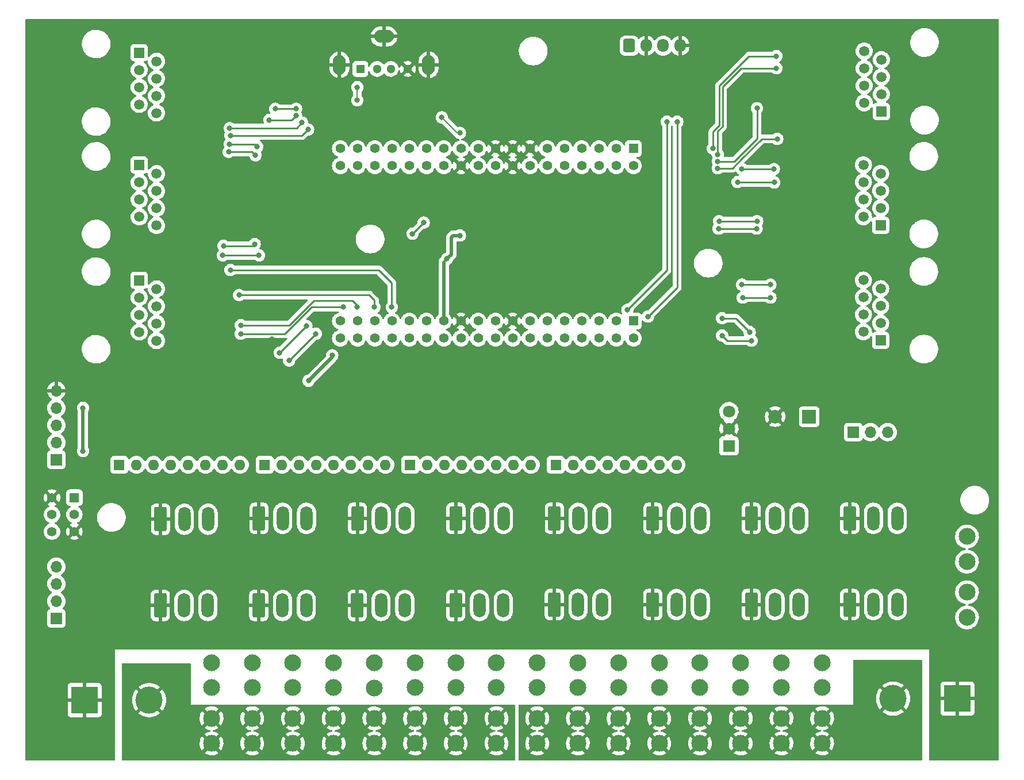
<source format=gbl>
G04 #@! TF.GenerationSoftware,KiCad,Pcbnew,(6.0.4)*
G04 #@! TF.CreationDate,2022-05-09T00:45:17-06:00*
G04 #@! TF.ProjectId,PB_16-6v1_SMD.kicad_pcb,50425f31-362d-4367-9631-5f534d442e6b,rev?*
G04 #@! TF.SameCoordinates,Original*
G04 #@! TF.FileFunction,Copper,L2,Bot*
G04 #@! TF.FilePolarity,Positive*
%FSLAX46Y46*%
G04 Gerber Fmt 4.6, Leading zero omitted, Abs format (unit mm)*
G04 Created by KiCad (PCBNEW (6.0.4)) date 2022-05-09 00:45:17*
%MOMM*%
%LPD*%
G01*
G04 APERTURE LIST*
G04 Aperture macros list*
%AMRoundRect*
0 Rectangle with rounded corners*
0 $1 Rounding radius*
0 $2 $3 $4 $5 $6 $7 $8 $9 X,Y pos of 4 corners*
0 Add a 4 corners polygon primitive as box body*
4,1,4,$2,$3,$4,$5,$6,$7,$8,$9,$2,$3,0*
0 Add four circle primitives for the rounded corners*
1,1,$1+$1,$2,$3*
1,1,$1+$1,$4,$5*
1,1,$1+$1,$6,$7*
1,1,$1+$1,$8,$9*
0 Add four rect primitives between the rounded corners*
20,1,$1+$1,$2,$3,$4,$5,0*
20,1,$1+$1,$4,$5,$6,$7,0*
20,1,$1+$1,$6,$7,$8,$9,0*
20,1,$1+$1,$8,$9,$2,$3,0*%
G04 Aperture macros list end*
G04 #@! TA.AperFunction,ComponentPad*
%ADD10R,1.500000X1.500000*%
G04 #@! TD*
G04 #@! TA.AperFunction,ComponentPad*
%ADD11C,1.500000*%
G04 #@! TD*
G04 #@! TA.AperFunction,ComponentPad*
%ADD12RoundRect,0.250000X-0.650000X-1.550000X0.650000X-1.550000X0.650000X1.550000X-0.650000X1.550000X0*%
G04 #@! TD*
G04 #@! TA.AperFunction,ComponentPad*
%ADD13O,1.800000X3.600000*%
G04 #@! TD*
G04 #@! TA.AperFunction,ComponentPad*
%ADD14R,1.600000X1.600000*%
G04 #@! TD*
G04 #@! TA.AperFunction,ComponentPad*
%ADD15O,1.600000X1.600000*%
G04 #@! TD*
G04 #@! TA.AperFunction,ComponentPad*
%ADD16R,1.700000X1.700000*%
G04 #@! TD*
G04 #@! TA.AperFunction,ComponentPad*
%ADD17O,1.700000X1.700000*%
G04 #@! TD*
G04 #@! TA.AperFunction,ComponentPad*
%ADD18C,2.475000*%
G04 #@! TD*
G04 #@! TA.AperFunction,ComponentPad*
%ADD19R,4.000000X4.000000*%
G04 #@! TD*
G04 #@! TA.AperFunction,ComponentPad*
%ADD20C,4.000000*%
G04 #@! TD*
G04 #@! TA.AperFunction,ComponentPad*
%ADD21R,1.300000X1.300000*%
G04 #@! TD*
G04 #@! TA.AperFunction,ComponentPad*
%ADD22C,1.300000*%
G04 #@! TD*
G04 #@! TA.AperFunction,ComponentPad*
%ADD23O,2.900000X1.900000*%
G04 #@! TD*
G04 #@! TA.AperFunction,ComponentPad*
%ADD24O,1.900000X2.900000*%
G04 #@! TD*
G04 #@! TA.AperFunction,ComponentPad*
%ADD25RoundRect,0.250000X-0.600000X-0.725000X0.600000X-0.725000X0.600000X0.725000X-0.600000X0.725000X0*%
G04 #@! TD*
G04 #@! TA.AperFunction,ComponentPad*
%ADD26O,1.700000X1.950000*%
G04 #@! TD*
G04 #@! TA.AperFunction,ComponentPad*
%ADD27R,1.400000X1.400000*%
G04 #@! TD*
G04 #@! TA.AperFunction,ComponentPad*
%ADD28C,1.400000*%
G04 #@! TD*
G04 #@! TA.AperFunction,ComponentPad*
%ADD29R,1.800000X1.800000*%
G04 #@! TD*
G04 #@! TA.AperFunction,ComponentPad*
%ADD30C,1.800000*%
G04 #@! TD*
G04 #@! TA.AperFunction,ComponentPad*
%ADD31R,2.000000X2.000000*%
G04 #@! TD*
G04 #@! TA.AperFunction,ComponentPad*
%ADD32C,2.000000*%
G04 #@! TD*
G04 #@! TA.AperFunction,ComponentPad*
%ADD33R,1.408000X1.408000*%
G04 #@! TD*
G04 #@! TA.AperFunction,ComponentPad*
%ADD34C,1.408000*%
G04 #@! TD*
G04 #@! TA.AperFunction,ViaPad*
%ADD35C,0.800000*%
G04 #@! TD*
G04 #@! TA.AperFunction,Conductor*
%ADD36C,0.500000*%
G04 #@! TD*
G04 #@! TA.AperFunction,Conductor*
%ADD37C,0.300000*%
G04 #@! TD*
G04 #@! TA.AperFunction,Conductor*
%ADD38C,0.250000*%
G04 #@! TD*
G04 #@! TA.AperFunction,Conductor*
%ADD39C,0.200000*%
G04 #@! TD*
G04 APERTURE END LIST*
D10*
X190480000Y-99786500D03*
D11*
X187940000Y-98516500D03*
X190480000Y-97246500D03*
X187940000Y-95976500D03*
X190480000Y-94706500D03*
X187940000Y-93436500D03*
X190480000Y-92166500D03*
X187940000Y-90896500D03*
D12*
X142433712Y-125984000D03*
D13*
X145933712Y-125984000D03*
X149433712Y-125984000D03*
D14*
X78359000Y-118110000D03*
D15*
X80899000Y-118110000D03*
X83439000Y-118110000D03*
X85979000Y-118110000D03*
X88519000Y-118110000D03*
X91059000Y-118110000D03*
X93599000Y-118110000D03*
X96139000Y-118110000D03*
D12*
X84401500Y-138818500D03*
D13*
X87901500Y-138818500D03*
X91401500Y-138818500D03*
D14*
X121207000Y-118110000D03*
D15*
X123747000Y-118110000D03*
X126287000Y-118110000D03*
X128827000Y-118110000D03*
X131367000Y-118110000D03*
X133907000Y-118110000D03*
X136447000Y-118110000D03*
X138987000Y-118110000D03*
D12*
X127935284Y-125984000D03*
D13*
X131435284Y-125984000D03*
X134935284Y-125984000D03*
D16*
X69088000Y-140716000D03*
D17*
X69088000Y-138176000D03*
X69088000Y-135636000D03*
X69088000Y-133096000D03*
D16*
X69088000Y-117348000D03*
D17*
X69088000Y-114808000D03*
X69088000Y-112268000D03*
X69088000Y-109728000D03*
X69088000Y-107188000D03*
D18*
X169875200Y-159136791D03*
X169875200Y-155436791D03*
X169875200Y-150936791D03*
X169875200Y-147236791D03*
D19*
X201809000Y-152545000D03*
D20*
X192309000Y-152545000D03*
D18*
X203200000Y-140570000D03*
X203200000Y-136870000D03*
X203200000Y-132370000D03*
X203200000Y-128670000D03*
D19*
X73264000Y-152763000D03*
D20*
X82764000Y-152763000D03*
D12*
X185929000Y-138684000D03*
D13*
X189429000Y-138684000D03*
X192929000Y-138684000D03*
D18*
X103936800Y-159136791D03*
X103936800Y-155436791D03*
X103936800Y-150936791D03*
X103936800Y-147236791D03*
D12*
X156921140Y-138684000D03*
D13*
X160421140Y-138684000D03*
X163921140Y-138684000D03*
D18*
X175869600Y-159136791D03*
X175869600Y-155436791D03*
X175869600Y-150936791D03*
X175869600Y-147236791D03*
D21*
X113848000Y-59789000D03*
D22*
X116348000Y-59789000D03*
X118348000Y-59789000D03*
X120848000Y-59789000D03*
D23*
X117348000Y-55009000D03*
D24*
X110778000Y-59189000D03*
X123918000Y-59189000D03*
D10*
X190596000Y-66055300D03*
D11*
X188056000Y-64785300D03*
X190596000Y-63515300D03*
X188056000Y-62245300D03*
X190596000Y-60975300D03*
X188056000Y-59705300D03*
X190596000Y-58435300D03*
X188056000Y-57165300D03*
D18*
X121920000Y-159136791D03*
X121920000Y-155436791D03*
X121920000Y-150936791D03*
X121920000Y-147236791D03*
D12*
X171425068Y-138684000D03*
D13*
X174925068Y-138684000D03*
X178425068Y-138684000D03*
D12*
X127913284Y-138818500D03*
D13*
X131413284Y-138818500D03*
X134913284Y-138818500D03*
D18*
X127914400Y-159136791D03*
X127914400Y-155436791D03*
X127914400Y-150936791D03*
X127914400Y-147236791D03*
D25*
X153456000Y-56371000D03*
D26*
X155956000Y-56371000D03*
X158456000Y-56371000D03*
X160956000Y-56371000D03*
D27*
X71755000Y-122936000D03*
D28*
X71755000Y-125436000D03*
X71755000Y-127936000D03*
X68455000Y-122936000D03*
X68455000Y-125436000D03*
X68455000Y-127936000D03*
D18*
X157886400Y-159136791D03*
X157886400Y-155436791D03*
X157886400Y-150936791D03*
X157886400Y-147236791D03*
D14*
X99783000Y-118110000D03*
D15*
X102323000Y-118110000D03*
X104863000Y-118110000D03*
X107403000Y-118110000D03*
X109943000Y-118110000D03*
X112483000Y-118110000D03*
X115023000Y-118110000D03*
X117563000Y-118110000D03*
D12*
X142417212Y-138684000D03*
D13*
X145917212Y-138684000D03*
X149417212Y-138684000D03*
D18*
X109931200Y-159136791D03*
X109931200Y-155436791D03*
X109931200Y-150936791D03*
X109931200Y-147236791D03*
X145897600Y-159136791D03*
X145897600Y-155436791D03*
X145897600Y-150936791D03*
X145897600Y-147236791D03*
D12*
X84440000Y-126118500D03*
D13*
X87940000Y-126118500D03*
X91440000Y-126118500D03*
D12*
X156932140Y-125984000D03*
D13*
X160432140Y-125984000D03*
X163932140Y-125984000D03*
D10*
X81300000Y-73949500D03*
D11*
X83840000Y-75219500D03*
X81300000Y-76489500D03*
X83840000Y-77759500D03*
X81300000Y-79029500D03*
X83840000Y-80299500D03*
X81300000Y-81569500D03*
X83840000Y-82839500D03*
D12*
X185929000Y-125984000D03*
D13*
X189429000Y-125984000D03*
X192929000Y-125984000D03*
D18*
X151892000Y-159136791D03*
X151892000Y-155436791D03*
X151892000Y-150936791D03*
X151892000Y-147236791D03*
D10*
X81300000Y-57388700D03*
D11*
X83840000Y-58658700D03*
X81300000Y-59928700D03*
X83840000Y-61198700D03*
X81300000Y-62468700D03*
X83840000Y-63738700D03*
X81300000Y-65008700D03*
X83840000Y-66278700D03*
D12*
X171430568Y-125984000D03*
D13*
X174930568Y-125984000D03*
X178430568Y-125984000D03*
D16*
X186436000Y-113284000D03*
D17*
X188976000Y-113284000D03*
X191516000Y-113284000D03*
D18*
X163880800Y-159136791D03*
X163880800Y-155436791D03*
X163880800Y-150936791D03*
X163880800Y-147236791D03*
D14*
X142631000Y-118110000D03*
D15*
X145171000Y-118110000D03*
X147711000Y-118110000D03*
X150251000Y-118110000D03*
X152791000Y-118110000D03*
X155331000Y-118110000D03*
X157871000Y-118110000D03*
X160411000Y-118110000D03*
D12*
X98938428Y-125984000D03*
D13*
X102438428Y-125984000D03*
X105938428Y-125984000D03*
D12*
X113436856Y-125984000D03*
D13*
X116936856Y-125984000D03*
X120436856Y-125984000D03*
D18*
X97942400Y-159136791D03*
X97942400Y-155436791D03*
X97942400Y-150936791D03*
X97942400Y-147236791D03*
D12*
X98905428Y-138818500D03*
D13*
X102405428Y-138818500D03*
X105905428Y-138818500D03*
D18*
X91948000Y-159136791D03*
X91948000Y-155436791D03*
X91948000Y-150936791D03*
X91948000Y-147236791D03*
D10*
X190480000Y-82819300D03*
D11*
X187940000Y-81549300D03*
X190480000Y-80279300D03*
X187940000Y-79009300D03*
X190480000Y-77739300D03*
X187940000Y-76469300D03*
X190480000Y-75199300D03*
X187940000Y-73929300D03*
D18*
X115925600Y-159148000D03*
X115925600Y-155448000D03*
X115925600Y-150948000D03*
X115925600Y-147248000D03*
D29*
X168147000Y-115321000D03*
D30*
X168147000Y-112781000D03*
X168147000Y-110241000D03*
D31*
X179959000Y-110998000D03*
D32*
X174959000Y-110998000D03*
D10*
X81300000Y-90916700D03*
D11*
X83840000Y-92186700D03*
X81300000Y-93456700D03*
X83840000Y-94726700D03*
X81300000Y-95996700D03*
X83840000Y-97266700D03*
X81300000Y-98536700D03*
X83840000Y-99806700D03*
D18*
X133908800Y-159136791D03*
X133908800Y-155436791D03*
X133908800Y-150936791D03*
X133908800Y-147236791D03*
D12*
X113409356Y-138818500D03*
D13*
X116909356Y-138818500D03*
X120409356Y-138818500D03*
D18*
X139903200Y-159136791D03*
X139903200Y-155436791D03*
X139903200Y-150936791D03*
X139903200Y-147236791D03*
D33*
X154076400Y-71526400D03*
D34*
X154076400Y-74066400D03*
X151536400Y-71526400D03*
X151536400Y-74066400D03*
X148996400Y-71526400D03*
X148996400Y-74066400D03*
X146456400Y-71526400D03*
X146456400Y-74066400D03*
X143916400Y-71526400D03*
X143916400Y-74066400D03*
X141376400Y-71526400D03*
X141376400Y-74066400D03*
X138836400Y-71526400D03*
X138836400Y-74066400D03*
X136296400Y-71526400D03*
X136296400Y-74066400D03*
X133756400Y-71526400D03*
X133756400Y-74066400D03*
X131216400Y-71526400D03*
X131216400Y-74066400D03*
X128676400Y-71526400D03*
X128676400Y-74066400D03*
X126136400Y-71526400D03*
X126136400Y-74066400D03*
X123596400Y-71526400D03*
X123596400Y-74066400D03*
X121056400Y-71526400D03*
X121056400Y-74066400D03*
X118516400Y-71526400D03*
X118516400Y-74066400D03*
X115976400Y-71526400D03*
X115976400Y-74066400D03*
X113436400Y-71526400D03*
X113436400Y-74066400D03*
X110896400Y-71526400D03*
X110896400Y-74066400D03*
D33*
X154076400Y-96926400D03*
D34*
X154076400Y-99466400D03*
X151536400Y-96926400D03*
X151536400Y-99466400D03*
X148996400Y-96926400D03*
X148996400Y-99466400D03*
X146456400Y-96926400D03*
X146456400Y-99466400D03*
X143916400Y-96926400D03*
X143916400Y-99466400D03*
X141376400Y-96926400D03*
X141376400Y-99466400D03*
X138836400Y-96926400D03*
X138836400Y-99466400D03*
X136296400Y-96926400D03*
X136296400Y-99466400D03*
X133756400Y-96926400D03*
X133756400Y-99466400D03*
X131216400Y-96926400D03*
X131216400Y-99466400D03*
X128676400Y-96926400D03*
X128676400Y-99466400D03*
X126136400Y-96926400D03*
X126136400Y-99466400D03*
X123596400Y-96926400D03*
X123596400Y-99466400D03*
X121056400Y-96926400D03*
X121056400Y-99466400D03*
X118516400Y-96926400D03*
X118516400Y-99466400D03*
X115976400Y-96926400D03*
X115976400Y-99466400D03*
X113436400Y-96926400D03*
X113436400Y-99466400D03*
X110896400Y-96926400D03*
X110896400Y-99466400D03*
D18*
X181864000Y-159136791D03*
X181864000Y-155436791D03*
X181864000Y-150936791D03*
X181864000Y-147236791D03*
D35*
X130429000Y-76962000D03*
X137160000Y-82931000D03*
X120269000Y-63246000D03*
X127762000Y-134874000D03*
X137287000Y-80264000D03*
X182499000Y-55753000D03*
X117856000Y-104775000D03*
X92075000Y-79248000D03*
X129540000Y-143256000D03*
X98044000Y-74168000D03*
X206883000Y-119888000D03*
X91567000Y-57531000D03*
X108839000Y-58039000D03*
X173609000Y-68707000D03*
X98933000Y-115697000D03*
X184404000Y-141351000D03*
X134620000Y-55753000D03*
X80137000Y-120777000D03*
X125603000Y-116078000D03*
X153035000Y-123190000D03*
X72644000Y-57658000D03*
X185293000Y-96676000D03*
X120015000Y-53848000D03*
X169799000Y-89154000D03*
X194056000Y-68580000D03*
X157353000Y-134747000D03*
X118364000Y-80391000D03*
X194056000Y-102235000D03*
X77851000Y-88519000D03*
X194056000Y-65913000D03*
X91313000Y-77597000D03*
X194056000Y-99568000D03*
X132334000Y-122047000D03*
X153162000Y-129540000D03*
X175387000Y-61722000D03*
X107188000Y-74422000D03*
X186309000Y-134747000D03*
X185293000Y-79756000D03*
X106299000Y-64262000D03*
X194056000Y-88392000D03*
X142875000Y-143764000D03*
X72136000Y-84709000D03*
X141732000Y-65659000D03*
X199644000Y-57912000D03*
X91313000Y-60706000D03*
X125095000Y-56769000D03*
X77343000Y-71755000D03*
X88900000Y-114427000D03*
X145288000Y-106426000D03*
X175006000Y-78359000D03*
X138557000Y-84201000D03*
X126365000Y-107823000D03*
X199644000Y-102235000D03*
X199136000Y-115824000D03*
X185674000Y-62992000D03*
X179959000Y-65913000D03*
X105156000Y-103886000D03*
X194056000Y-82804000D03*
X149479000Y-115697000D03*
X76708000Y-106172000D03*
X126238000Y-112395000D03*
X177038000Y-88900000D03*
X98679000Y-134874000D03*
X199644000Y-68580000D03*
X96139000Y-96139000D03*
X174625000Y-100965000D03*
X70739000Y-130683000D03*
X100838000Y-99568000D03*
X93091000Y-115697000D03*
X77089000Y-82042000D03*
X199644000Y-65913000D03*
X72136000Y-68834000D03*
X194056000Y-71120000D03*
X199644000Y-88392000D03*
X164338000Y-69977000D03*
X91440000Y-91059000D03*
X72390000Y-91186000D03*
X168275000Y-72263000D03*
X153670000Y-105918000D03*
X124333000Y-62611000D03*
X90932000Y-94488000D03*
X72390000Y-74041000D03*
X184658000Y-67310000D03*
X194056000Y-58166000D03*
X180848000Y-107696000D03*
X182880000Y-90043000D03*
X83820000Y-134747000D03*
X148209000Y-60833000D03*
X91948000Y-96139000D03*
X179832000Y-82677000D03*
X152273000Y-113919000D03*
X191770000Y-133350000D03*
X104267000Y-115824000D03*
X112903000Y-134874000D03*
X184404000Y-101092000D03*
X175387000Y-66802000D03*
X170688000Y-142240000D03*
X72263000Y-99568000D03*
X194056000Y-85471000D03*
X175006000Y-97917000D03*
X128778000Y-95123000D03*
X69088000Y-105156000D03*
X124333000Y-129032000D03*
X104140000Y-95123000D03*
X117475000Y-142875000D03*
X101219000Y-71120000D03*
X194056000Y-73787000D03*
X133477000Y-85344000D03*
X142367000Y-135001000D03*
X69850000Y-124079000D03*
X132207000Y-80899000D03*
X175006000Y-95504000D03*
X75946000Y-130048000D03*
X199644000Y-91059000D03*
X136525000Y-94742000D03*
X104267000Y-121539000D03*
X176403000Y-55118000D03*
X160655000Y-60960000D03*
X194056000Y-54610000D03*
X199644000Y-85471000D03*
X143764000Y-120142000D03*
X199644000Y-73787000D03*
X171704000Y-134747000D03*
X155321000Y-106045000D03*
X177546000Y-68199000D03*
X82296000Y-141478000D03*
X199644000Y-54356000D03*
X77089000Y-65532000D03*
X199644000Y-99568000D03*
X91948000Y-62611000D03*
X199644000Y-82804000D03*
X199644000Y-71120000D03*
X135255000Y-85344000D03*
X130683000Y-116078000D03*
X173228000Y-106680000D03*
X93472000Y-72898000D03*
X201803000Y-111633000D03*
X96647000Y-120269000D03*
X131953000Y-85344000D03*
X92037500Y-74295000D03*
X194056000Y-91059000D03*
X68453000Y-120269000D03*
X85217000Y-120650000D03*
X178308000Y-115824000D03*
X77597000Y-102362000D03*
X109982000Y-69342000D03*
X100711000Y-141605000D03*
X164592000Y-56388000D03*
X157099000Y-143129000D03*
X113411000Y-129413000D03*
X154305000Y-60960000D03*
X96139000Y-57277000D03*
X122682000Y-66675000D03*
X128524000Y-106172000D03*
X84074000Y-114681000D03*
X104140000Y-60452000D03*
X71628000Y-117221000D03*
X122047000Y-57023000D03*
X73025000Y-109728000D03*
X106235500Y-105727500D03*
X126619000Y-87757000D03*
X109728000Y-101981000D03*
X73025000Y-116078000D03*
X128524000Y-84328000D03*
X117602000Y-157353000D03*
X99568000Y-157353000D03*
X105791000Y-157353000D03*
X129667000Y-157226000D03*
X85344000Y-157353000D03*
X93726000Y-157353000D03*
X80518000Y-157353000D03*
X85471000Y-148590000D03*
X123698000Y-157353000D03*
X111633000Y-157226000D03*
X135763000Y-157353000D03*
X144145000Y-157226000D03*
X168148000Y-157226000D03*
X156210000Y-157226000D03*
X189103000Y-148717000D03*
X195453000Y-148717000D03*
X150114000Y-157226000D03*
X189357000Y-156845000D03*
X180213000Y-157226000D03*
X174117000Y-157226000D03*
X138049000Y-157353000D03*
X162179000Y-157353000D03*
X159004000Y-67564000D03*
X153187400Y-95275400D03*
X160528000Y-67564000D03*
X156210000Y-96266000D03*
X103378000Y-102743000D03*
X107315000Y-98806000D03*
X123190000Y-82423000D03*
X121539000Y-84074000D03*
X105918000Y-97663000D03*
X101981000Y-101600000D03*
X113411000Y-62484000D03*
X113411000Y-64389000D03*
X128524000Y-69215000D03*
X125857000Y-66929000D03*
X111379000Y-94869000D03*
X96266000Y-98806000D03*
X115951000Y-94869000D03*
X96012000Y-93091000D03*
X118491000Y-94869000D03*
X94742000Y-89408000D03*
X113411000Y-94869000D03*
X96266000Y-97536000D03*
X170053000Y-74549000D03*
X174752000Y-74549000D03*
X166700200Y-82219800D03*
X172288200Y-82219800D03*
X166624000Y-83312000D03*
X172212000Y-83312000D03*
X169418000Y-76454000D03*
X174815500Y-76517500D03*
X170053000Y-91567000D03*
X174244000Y-91567000D03*
X171196000Y-98552000D03*
X167132000Y-96520000D03*
X171460480Y-99811520D03*
X167132000Y-99060000D03*
X170180000Y-93472000D03*
X174244000Y-93472000D03*
X105283000Y-67691000D03*
X94615000Y-68511480D03*
X104394000Y-66675000D03*
X100457000Y-67310000D03*
X104394000Y-65659000D03*
X101346000Y-65659000D03*
X106172000Y-68707000D03*
X94742000Y-69596000D03*
X93726000Y-85852000D03*
X98298000Y-85598000D03*
X98425000Y-72517000D03*
X94488000Y-72009000D03*
X98679000Y-71247000D03*
X94615000Y-70866000D03*
X93599000Y-87249000D03*
X98933000Y-87249000D03*
X165772500Y-71501000D03*
X175133000Y-57912000D03*
X172275500Y-65595500D03*
X166497000Y-73406000D03*
X166497000Y-74422000D03*
X175260000Y-70104000D03*
X166497000Y-72390000D03*
X175133000Y-59690000D03*
D36*
X127635000Y-84328000D02*
X128524000Y-84328000D01*
X109728000Y-102235000D02*
X109728000Y-101981000D01*
X126136400Y-88239600D02*
X126136400Y-96926400D01*
X126619000Y-87757000D02*
X127254000Y-87122000D01*
X73025000Y-116078000D02*
X73025000Y-109728000D01*
D37*
X126619000Y-87757000D02*
X126136400Y-88239600D01*
D36*
X127254000Y-84582000D02*
X127508000Y-84328000D01*
X106235500Y-105727500D02*
X109728000Y-102235000D01*
X127254000Y-87122000D02*
X127254000Y-84582000D01*
D37*
X127508000Y-84328000D02*
X127635000Y-84328000D01*
D38*
X159004000Y-89458800D02*
X153187400Y-95275400D01*
X159004000Y-67564000D02*
X159004000Y-89458800D01*
X160528000Y-91948000D02*
X156210000Y-96266000D01*
X160528000Y-67564000D02*
X160528000Y-91948000D01*
X103378000Y-102743000D02*
X107315000Y-98806000D01*
X101981000Y-101600000D02*
X105918000Y-97663000D01*
X121539000Y-84074000D02*
X123190000Y-82423000D01*
D39*
X113411000Y-62484000D02*
X113411000Y-64389000D01*
X125857000Y-66929000D02*
X128143000Y-69215000D01*
X128143000Y-69215000D02*
X128524000Y-69215000D01*
D38*
X96266000Y-98806000D02*
X102743000Y-98806000D01*
X102743000Y-98806000D02*
X106553000Y-94996000D01*
X111379000Y-94869000D02*
X106680000Y-94869000D01*
X106680000Y-94869000D02*
X106553000Y-94996000D01*
X96012000Y-93091000D02*
X106680000Y-93091000D01*
X115951000Y-93853000D02*
X115189000Y-93091000D01*
X115189000Y-93091000D02*
X106680000Y-93091000D01*
X115951000Y-94869000D02*
X115951000Y-93853000D01*
X116586000Y-89408000D02*
X108331000Y-89408000D01*
X94742000Y-89408000D02*
X108331000Y-89408000D01*
X118491000Y-91313000D02*
X116586000Y-89408000D01*
X118491000Y-94869000D02*
X118491000Y-91313000D01*
X96266000Y-97536000D02*
X103377282Y-97536000D01*
X103377282Y-97536000D02*
X106997141Y-93916141D01*
X113411000Y-94869000D02*
X113411000Y-94615000D01*
X112712141Y-93916141D02*
X106997141Y-93916141D01*
X113411000Y-94615000D02*
X112712141Y-93916141D01*
X174752000Y-74549000D02*
X170053000Y-74549000D01*
X172288200Y-82219800D02*
X166700200Y-82219800D01*
X172212000Y-83312000D02*
X166624000Y-83312000D01*
X174815500Y-76517500D02*
X169481500Y-76517500D01*
X169481500Y-76517500D02*
X169418000Y-76454000D01*
X174244000Y-91567000D02*
X170053000Y-91567000D01*
X171196000Y-98552000D02*
X169164000Y-96520000D01*
X169164000Y-96520000D02*
X167132000Y-96520000D01*
X171460480Y-99811520D02*
X167883520Y-99811520D01*
X167883520Y-99811520D02*
X167132000Y-99060000D01*
X174244000Y-93472000D02*
X170180000Y-93472000D01*
X105283000Y-67691000D02*
X104462520Y-68511480D01*
X104462520Y-68511480D02*
X94615000Y-68511480D01*
X100457000Y-67310000D02*
X103759000Y-67310000D01*
X103759000Y-67310000D02*
X104394000Y-66675000D01*
X101346000Y-65659000D02*
X104394000Y-65659000D01*
X94742000Y-69596000D02*
X105283000Y-69596000D01*
X105283000Y-69596000D02*
X106172000Y-68707000D01*
X93726000Y-85852000D02*
X98044000Y-85852000D01*
X98044000Y-85852000D02*
X98298000Y-85598000D01*
X97917000Y-72009000D02*
X98425000Y-72517000D01*
X94488000Y-72009000D02*
X97917000Y-72009000D01*
X94615000Y-70866000D02*
X98298000Y-70866000D01*
X98298000Y-70866000D02*
X98679000Y-71247000D01*
X98933000Y-87249000D02*
X93599000Y-87249000D01*
X165772500Y-71501000D02*
X165772500Y-69050500D01*
X165772500Y-69050500D02*
X166751000Y-68072000D01*
X166751000Y-62230000D02*
X171069000Y-57912000D01*
X166751000Y-68072000D02*
X166751000Y-62230000D01*
X171069000Y-57912000D02*
X175133000Y-57912000D01*
X166497000Y-73406000D02*
X168910000Y-73406000D01*
X172275500Y-70040500D02*
X172275500Y-65595500D01*
X168910000Y-73406000D02*
X172275500Y-70040500D01*
X168656000Y-74422000D02*
X167767000Y-74422000D01*
X172974000Y-70104000D02*
X170053000Y-73025000D01*
X170053000Y-73025000D02*
X168656000Y-74422000D01*
X175260000Y-70104000D02*
X172974000Y-70104000D01*
X167767000Y-74422000D02*
X166497000Y-74422000D01*
X169926718Y-59690000D02*
X175133000Y-59690000D01*
X166497000Y-68961717D02*
X167200520Y-68258197D01*
X166497000Y-72390000D02*
X166497000Y-68961717D01*
X167200520Y-68258197D02*
X167200520Y-62416198D01*
X167200520Y-62416198D02*
X169926718Y-59690000D01*
G04 #@! TA.AperFunction,Conductor*
G36*
X88842121Y-147340002D02*
G01*
X88888614Y-147393658D01*
X88900000Y-147446000D01*
X88900000Y-153416000D01*
X136526000Y-153416000D01*
X136594121Y-153436002D01*
X136640614Y-153489658D01*
X136652000Y-153542000D01*
X136652000Y-161544500D01*
X136631998Y-161612621D01*
X136578342Y-161659114D01*
X136526000Y-161670500D01*
X78866000Y-161670500D01*
X78797879Y-161650498D01*
X78751386Y-161596842D01*
X78740000Y-161544500D01*
X78740000Y-160536980D01*
X90912556Y-160536980D01*
X90921269Y-160548500D01*
X91016665Y-160618447D01*
X91024564Y-160623383D01*
X91245897Y-160739832D01*
X91254446Y-160743549D01*
X91490549Y-160826000D01*
X91499558Y-160828414D01*
X91745261Y-160875062D01*
X91754518Y-160876116D01*
X92004420Y-160885936D01*
X92013733Y-160885610D01*
X92262343Y-160858382D01*
X92271497Y-160856686D01*
X92513350Y-160793012D01*
X92522170Y-160789975D01*
X92751948Y-160691254D01*
X92760220Y-160686947D01*
X92972876Y-160555352D01*
X92978546Y-160551232D01*
X92986648Y-160538940D01*
X92985500Y-160536980D01*
X96906956Y-160536980D01*
X96915669Y-160548500D01*
X97011065Y-160618447D01*
X97018964Y-160623383D01*
X97240297Y-160739832D01*
X97248846Y-160743549D01*
X97484949Y-160826000D01*
X97493958Y-160828414D01*
X97739661Y-160875062D01*
X97748918Y-160876116D01*
X97998820Y-160885936D01*
X98008133Y-160885610D01*
X98256743Y-160858382D01*
X98265897Y-160856686D01*
X98507750Y-160793012D01*
X98516570Y-160789975D01*
X98746348Y-160691254D01*
X98754620Y-160686947D01*
X98967276Y-160555352D01*
X98972946Y-160551232D01*
X98981048Y-160538940D01*
X98979900Y-160536980D01*
X102901356Y-160536980D01*
X102910069Y-160548500D01*
X103005465Y-160618447D01*
X103013364Y-160623383D01*
X103234697Y-160739832D01*
X103243246Y-160743549D01*
X103479349Y-160826000D01*
X103488358Y-160828414D01*
X103734061Y-160875062D01*
X103743318Y-160876116D01*
X103993220Y-160885936D01*
X104002533Y-160885610D01*
X104251143Y-160858382D01*
X104260297Y-160856686D01*
X104502150Y-160793012D01*
X104510970Y-160789975D01*
X104740748Y-160691254D01*
X104749020Y-160686947D01*
X104961676Y-160555352D01*
X104967346Y-160551232D01*
X104975448Y-160538940D01*
X104974300Y-160536980D01*
X108895756Y-160536980D01*
X108904469Y-160548500D01*
X108999865Y-160618447D01*
X109007764Y-160623383D01*
X109229097Y-160739832D01*
X109237646Y-160743549D01*
X109473749Y-160826000D01*
X109482758Y-160828414D01*
X109728461Y-160875062D01*
X109737718Y-160876116D01*
X109987620Y-160885936D01*
X109996933Y-160885610D01*
X110245543Y-160858382D01*
X110254697Y-160856686D01*
X110496550Y-160793012D01*
X110505370Y-160789975D01*
X110735148Y-160691254D01*
X110743420Y-160686947D01*
X110956076Y-160555352D01*
X110961746Y-160551232D01*
X110963752Y-160548189D01*
X114890156Y-160548189D01*
X114898869Y-160559709D01*
X114994265Y-160629656D01*
X115002164Y-160634592D01*
X115223497Y-160751041D01*
X115232046Y-160754758D01*
X115468149Y-160837209D01*
X115477158Y-160839623D01*
X115722861Y-160886271D01*
X115732118Y-160887325D01*
X115982020Y-160897145D01*
X115991333Y-160896819D01*
X116239943Y-160869591D01*
X116249097Y-160867895D01*
X116490950Y-160804221D01*
X116499770Y-160801184D01*
X116729548Y-160702463D01*
X116737820Y-160698156D01*
X116950476Y-160566561D01*
X116956146Y-160562441D01*
X116964248Y-160550149D01*
X116958184Y-160539794D01*
X116955370Y-160536980D01*
X120884556Y-160536980D01*
X120893269Y-160548500D01*
X120988665Y-160618447D01*
X120996564Y-160623383D01*
X121217897Y-160739832D01*
X121226446Y-160743549D01*
X121462549Y-160826000D01*
X121471558Y-160828414D01*
X121717261Y-160875062D01*
X121726518Y-160876116D01*
X121976420Y-160885936D01*
X121985733Y-160885610D01*
X122234343Y-160858382D01*
X122243497Y-160856686D01*
X122485350Y-160793012D01*
X122494170Y-160789975D01*
X122723948Y-160691254D01*
X122732220Y-160686947D01*
X122944876Y-160555352D01*
X122950546Y-160551232D01*
X122958648Y-160538940D01*
X122957500Y-160536980D01*
X126878956Y-160536980D01*
X126887669Y-160548500D01*
X126983065Y-160618447D01*
X126990964Y-160623383D01*
X127212297Y-160739832D01*
X127220846Y-160743549D01*
X127456949Y-160826000D01*
X127465958Y-160828414D01*
X127711661Y-160875062D01*
X127720918Y-160876116D01*
X127970820Y-160885936D01*
X127980133Y-160885610D01*
X128228743Y-160858382D01*
X128237897Y-160856686D01*
X128479750Y-160793012D01*
X128488570Y-160789975D01*
X128718348Y-160691254D01*
X128726620Y-160686947D01*
X128939276Y-160555352D01*
X128944946Y-160551232D01*
X128953048Y-160538940D01*
X128951900Y-160536980D01*
X132873356Y-160536980D01*
X132882069Y-160548500D01*
X132977465Y-160618447D01*
X132985364Y-160623383D01*
X133206697Y-160739832D01*
X133215246Y-160743549D01*
X133451349Y-160826000D01*
X133460358Y-160828414D01*
X133706061Y-160875062D01*
X133715318Y-160876116D01*
X133965220Y-160885936D01*
X133974533Y-160885610D01*
X134223143Y-160858382D01*
X134232297Y-160856686D01*
X134474150Y-160793012D01*
X134482970Y-160789975D01*
X134712748Y-160691254D01*
X134721020Y-160686947D01*
X134933676Y-160555352D01*
X134939346Y-160551232D01*
X134947448Y-160538940D01*
X134941384Y-160528585D01*
X133921612Y-159508813D01*
X133907668Y-159501199D01*
X133905835Y-159501330D01*
X133899220Y-159505581D01*
X132880014Y-160524787D01*
X132873356Y-160536980D01*
X128951900Y-160536980D01*
X128946984Y-160528585D01*
X127927212Y-159508813D01*
X127913268Y-159501199D01*
X127911435Y-159501330D01*
X127904820Y-159505581D01*
X126885614Y-160524787D01*
X126878956Y-160536980D01*
X122957500Y-160536980D01*
X122952584Y-160528585D01*
X121932812Y-159508813D01*
X121918868Y-159501199D01*
X121917035Y-159501330D01*
X121910420Y-159505581D01*
X120891214Y-160524787D01*
X120884556Y-160536980D01*
X116955370Y-160536980D01*
X115938412Y-159520022D01*
X115924468Y-159512408D01*
X115922635Y-159512539D01*
X115916020Y-159516790D01*
X114896814Y-160535996D01*
X114890156Y-160548189D01*
X110963752Y-160548189D01*
X110969848Y-160538940D01*
X110963784Y-160528585D01*
X109944012Y-159508813D01*
X109930068Y-159501199D01*
X109928235Y-159501330D01*
X109921620Y-159505581D01*
X108902414Y-160524787D01*
X108895756Y-160536980D01*
X104974300Y-160536980D01*
X104969384Y-160528585D01*
X103949612Y-159508813D01*
X103935668Y-159501199D01*
X103933835Y-159501330D01*
X103927220Y-159505581D01*
X102908014Y-160524787D01*
X102901356Y-160536980D01*
X98979900Y-160536980D01*
X98974984Y-160528585D01*
X97955212Y-159508813D01*
X97941268Y-159501199D01*
X97939435Y-159501330D01*
X97932820Y-159505581D01*
X96913614Y-160524787D01*
X96906956Y-160536980D01*
X92985500Y-160536980D01*
X92980584Y-160528585D01*
X91960812Y-159508813D01*
X91946868Y-159501199D01*
X91945035Y-159501330D01*
X91938420Y-159505581D01*
X90919214Y-160524787D01*
X90912556Y-160536980D01*
X78740000Y-160536980D01*
X78740000Y-159095643D01*
X90198430Y-159095643D01*
X90210429Y-159345438D01*
X90211566Y-159354698D01*
X90260356Y-159599983D01*
X90262845Y-159608958D01*
X90347355Y-159844336D01*
X90351152Y-159852864D01*
X90469519Y-160073157D01*
X90474530Y-160081023D01*
X90536379Y-160163848D01*
X90547637Y-160172297D01*
X90560056Y-160165525D01*
X91575978Y-159149603D01*
X91582356Y-159137923D01*
X92312408Y-159137923D01*
X92312539Y-159139756D01*
X92316790Y-159146371D01*
X93338868Y-160168449D01*
X93351248Y-160175209D01*
X93359589Y-160168965D01*
X93483751Y-159975933D01*
X93488194Y-159967749D01*
X93590909Y-159739729D01*
X93594103Y-159730954D01*
X93661985Y-159490261D01*
X93663843Y-159481132D01*
X93695597Y-159231531D01*
X93696078Y-159225243D01*
X93698311Y-159139950D01*
X93698160Y-159133642D01*
X93695336Y-159095643D01*
X96192830Y-159095643D01*
X96204829Y-159345438D01*
X96205966Y-159354698D01*
X96254756Y-159599983D01*
X96257245Y-159608958D01*
X96341755Y-159844336D01*
X96345552Y-159852864D01*
X96463919Y-160073157D01*
X96468930Y-160081023D01*
X96530779Y-160163848D01*
X96542037Y-160172297D01*
X96554456Y-160165525D01*
X97570378Y-159149603D01*
X97576756Y-159137923D01*
X98306808Y-159137923D01*
X98306939Y-159139756D01*
X98311190Y-159146371D01*
X99333268Y-160168449D01*
X99345648Y-160175209D01*
X99353989Y-160168965D01*
X99478151Y-159975933D01*
X99482594Y-159967749D01*
X99585309Y-159739729D01*
X99588503Y-159730954D01*
X99656385Y-159490261D01*
X99658243Y-159481132D01*
X99689997Y-159231531D01*
X99690478Y-159225243D01*
X99692711Y-159139950D01*
X99692560Y-159133642D01*
X99689736Y-159095643D01*
X102187230Y-159095643D01*
X102199229Y-159345438D01*
X102200366Y-159354698D01*
X102249156Y-159599983D01*
X102251645Y-159608958D01*
X102336155Y-159844336D01*
X102339952Y-159852864D01*
X102458319Y-160073157D01*
X102463330Y-160081023D01*
X102525179Y-160163848D01*
X102536437Y-160172297D01*
X102548856Y-160165525D01*
X103564778Y-159149603D01*
X103571156Y-159137923D01*
X104301208Y-159137923D01*
X104301339Y-159139756D01*
X104305590Y-159146371D01*
X105327668Y-160168449D01*
X105340048Y-160175209D01*
X105348389Y-160168965D01*
X105472551Y-159975933D01*
X105476994Y-159967749D01*
X105579709Y-159739729D01*
X105582903Y-159730954D01*
X105650785Y-159490261D01*
X105652643Y-159481132D01*
X105684397Y-159231531D01*
X105684878Y-159225243D01*
X105687111Y-159139950D01*
X105686960Y-159133642D01*
X105684136Y-159095643D01*
X108181630Y-159095643D01*
X108193629Y-159345438D01*
X108194766Y-159354698D01*
X108243556Y-159599983D01*
X108246045Y-159608958D01*
X108330555Y-159844336D01*
X108334352Y-159852864D01*
X108452719Y-160073157D01*
X108457730Y-160081023D01*
X108519579Y-160163848D01*
X108530837Y-160172297D01*
X108543256Y-160165525D01*
X109559178Y-159149603D01*
X109565556Y-159137923D01*
X110295608Y-159137923D01*
X110295739Y-159139756D01*
X110299990Y-159146371D01*
X111322068Y-160168449D01*
X111334448Y-160175209D01*
X111342789Y-160168965D01*
X111466951Y-159975933D01*
X111471394Y-159967749D01*
X111574109Y-159739729D01*
X111577303Y-159730954D01*
X111645185Y-159490261D01*
X111647043Y-159481132D01*
X111678797Y-159231531D01*
X111679278Y-159225243D01*
X111681511Y-159139950D01*
X111681360Y-159133642D01*
X111679369Y-159106852D01*
X114176030Y-159106852D01*
X114188029Y-159356647D01*
X114189166Y-159365907D01*
X114237956Y-159611192D01*
X114240445Y-159620167D01*
X114324955Y-159855545D01*
X114328752Y-159864073D01*
X114447119Y-160084366D01*
X114452130Y-160092232D01*
X114513979Y-160175057D01*
X114525237Y-160183506D01*
X114537656Y-160176734D01*
X115553578Y-159160812D01*
X115559956Y-159149132D01*
X116290008Y-159149132D01*
X116290139Y-159150965D01*
X116294390Y-159157580D01*
X117316468Y-160179658D01*
X117328848Y-160186418D01*
X117337189Y-160180174D01*
X117461351Y-159987142D01*
X117465794Y-159978958D01*
X117568509Y-159750938D01*
X117571703Y-159742163D01*
X117639585Y-159501470D01*
X117641443Y-159492341D01*
X117673197Y-159242740D01*
X117673678Y-159236452D01*
X117675911Y-159151159D01*
X117675760Y-159144851D01*
X117672103Y-159095643D01*
X120170430Y-159095643D01*
X120182429Y-159345438D01*
X120183566Y-159354698D01*
X120232356Y-159599983D01*
X120234845Y-159608958D01*
X120319355Y-159844336D01*
X120323152Y-159852864D01*
X120441519Y-160073157D01*
X120446530Y-160081023D01*
X120508379Y-160163848D01*
X120519637Y-160172297D01*
X120532056Y-160165525D01*
X121547978Y-159149603D01*
X121554356Y-159137923D01*
X122284408Y-159137923D01*
X122284539Y-159139756D01*
X122288790Y-159146371D01*
X123310868Y-160168449D01*
X123323248Y-160175209D01*
X123331589Y-160168965D01*
X123455751Y-159975933D01*
X123460194Y-159967749D01*
X123562909Y-159739729D01*
X123566103Y-159730954D01*
X123633985Y-159490261D01*
X123635843Y-159481132D01*
X123667597Y-159231531D01*
X123668078Y-159225243D01*
X123670311Y-159139950D01*
X123670160Y-159133642D01*
X123667336Y-159095643D01*
X126164830Y-159095643D01*
X126176829Y-159345438D01*
X126177966Y-159354698D01*
X126226756Y-159599983D01*
X126229245Y-159608958D01*
X126313755Y-159844336D01*
X126317552Y-159852864D01*
X126435919Y-160073157D01*
X126440930Y-160081023D01*
X126502779Y-160163848D01*
X126514037Y-160172297D01*
X126526456Y-160165525D01*
X127542378Y-159149603D01*
X127548756Y-159137923D01*
X128278808Y-159137923D01*
X128278939Y-159139756D01*
X128283190Y-159146371D01*
X129305268Y-160168449D01*
X129317648Y-160175209D01*
X129325989Y-160168965D01*
X129450151Y-159975933D01*
X129454594Y-159967749D01*
X129557309Y-159739729D01*
X129560503Y-159730954D01*
X129628385Y-159490261D01*
X129630243Y-159481132D01*
X129661997Y-159231531D01*
X129662478Y-159225243D01*
X129664711Y-159139950D01*
X129664560Y-159133642D01*
X129661736Y-159095643D01*
X132159230Y-159095643D01*
X132171229Y-159345438D01*
X132172366Y-159354698D01*
X132221156Y-159599983D01*
X132223645Y-159608958D01*
X132308155Y-159844336D01*
X132311952Y-159852864D01*
X132430319Y-160073157D01*
X132435330Y-160081023D01*
X132497179Y-160163848D01*
X132508437Y-160172297D01*
X132520856Y-160165525D01*
X133536778Y-159149603D01*
X133543156Y-159137923D01*
X134273208Y-159137923D01*
X134273339Y-159139756D01*
X134277590Y-159146371D01*
X135299668Y-160168449D01*
X135312048Y-160175209D01*
X135320389Y-160168965D01*
X135444551Y-159975933D01*
X135448994Y-159967749D01*
X135551709Y-159739729D01*
X135554903Y-159730954D01*
X135622785Y-159490261D01*
X135624643Y-159481132D01*
X135656397Y-159231531D01*
X135656878Y-159225243D01*
X135659111Y-159139950D01*
X135658960Y-159133642D01*
X135640313Y-158882718D01*
X135638936Y-158873512D01*
X135583741Y-158629582D01*
X135581017Y-158620671D01*
X135490373Y-158387580D01*
X135486362Y-158379171D01*
X135362262Y-158162043D01*
X135357049Y-158154313D01*
X135321290Y-158108953D01*
X135309366Y-158100483D01*
X135297831Y-158106970D01*
X134280822Y-159123979D01*
X134273208Y-159137923D01*
X133543156Y-159137923D01*
X133544392Y-159135659D01*
X133544261Y-159133826D01*
X133540010Y-159127211D01*
X132518999Y-158106200D01*
X132505691Y-158098933D01*
X132495652Y-158106055D01*
X132486770Y-158116733D01*
X132481350Y-158124331D01*
X132351616Y-158338128D01*
X132347378Y-158346445D01*
X132250667Y-158577073D01*
X132247710Y-158585911D01*
X132186149Y-158828307D01*
X132184530Y-158837490D01*
X132159475Y-159086316D01*
X132159230Y-159095643D01*
X129661736Y-159095643D01*
X129645913Y-158882718D01*
X129644536Y-158873512D01*
X129589341Y-158629582D01*
X129586617Y-158620671D01*
X129495973Y-158387580D01*
X129491962Y-158379171D01*
X129367862Y-158162043D01*
X129362649Y-158154313D01*
X129326890Y-158108953D01*
X129314966Y-158100483D01*
X129303431Y-158106970D01*
X128286422Y-159123979D01*
X128278808Y-159137923D01*
X127548756Y-159137923D01*
X127549992Y-159135659D01*
X127549861Y-159133826D01*
X127545610Y-159127211D01*
X126524599Y-158106200D01*
X126511291Y-158098933D01*
X126501252Y-158106055D01*
X126492370Y-158116733D01*
X126486950Y-158124331D01*
X126357216Y-158338128D01*
X126352978Y-158346445D01*
X126256267Y-158577073D01*
X126253310Y-158585911D01*
X126191749Y-158828307D01*
X126190130Y-158837490D01*
X126165075Y-159086316D01*
X126164830Y-159095643D01*
X123667336Y-159095643D01*
X123651513Y-158882718D01*
X123650136Y-158873512D01*
X123594941Y-158629582D01*
X123592217Y-158620671D01*
X123501573Y-158387580D01*
X123497562Y-158379171D01*
X123373462Y-158162043D01*
X123368249Y-158154313D01*
X123332490Y-158108953D01*
X123320566Y-158100483D01*
X123309031Y-158106970D01*
X122292022Y-159123979D01*
X122284408Y-159137923D01*
X121554356Y-159137923D01*
X121555592Y-159135659D01*
X121555461Y-159133826D01*
X121551210Y-159127211D01*
X120530199Y-158106200D01*
X120516891Y-158098933D01*
X120506852Y-158106055D01*
X120497970Y-158116733D01*
X120492550Y-158124331D01*
X120362816Y-158338128D01*
X120358578Y-158346445D01*
X120261867Y-158577073D01*
X120258910Y-158585911D01*
X120197349Y-158828307D01*
X120195730Y-158837490D01*
X120170675Y-159086316D01*
X120170430Y-159095643D01*
X117672103Y-159095643D01*
X117657113Y-158893927D01*
X117655736Y-158884721D01*
X117600541Y-158640791D01*
X117597817Y-158631880D01*
X117507173Y-158398789D01*
X117503162Y-158390380D01*
X117379062Y-158173252D01*
X117373849Y-158165522D01*
X117338090Y-158120162D01*
X117326166Y-158111692D01*
X117314631Y-158118179D01*
X116297622Y-159135188D01*
X116290008Y-159149132D01*
X115559956Y-159149132D01*
X115561192Y-159146868D01*
X115561061Y-159145035D01*
X115556810Y-159138420D01*
X114535799Y-158117409D01*
X114522491Y-158110142D01*
X114512452Y-158117264D01*
X114503570Y-158127942D01*
X114498150Y-158135540D01*
X114368416Y-158349337D01*
X114364178Y-158357654D01*
X114267467Y-158588282D01*
X114264510Y-158597120D01*
X114202949Y-158839516D01*
X114201330Y-158848699D01*
X114176275Y-159097525D01*
X114176030Y-159106852D01*
X111679369Y-159106852D01*
X111662713Y-158882718D01*
X111661336Y-158873512D01*
X111606141Y-158629582D01*
X111603417Y-158620671D01*
X111512773Y-158387580D01*
X111508762Y-158379171D01*
X111384662Y-158162043D01*
X111379449Y-158154313D01*
X111343690Y-158108953D01*
X111331766Y-158100483D01*
X111320231Y-158106970D01*
X110303222Y-159123979D01*
X110295608Y-159137923D01*
X109565556Y-159137923D01*
X109566792Y-159135659D01*
X109566661Y-159133826D01*
X109562410Y-159127211D01*
X108541399Y-158106200D01*
X108528091Y-158098933D01*
X108518052Y-158106055D01*
X108509170Y-158116733D01*
X108503750Y-158124331D01*
X108374016Y-158338128D01*
X108369778Y-158346445D01*
X108273067Y-158577073D01*
X108270110Y-158585911D01*
X108208549Y-158828307D01*
X108206930Y-158837490D01*
X108181875Y-159086316D01*
X108181630Y-159095643D01*
X105684136Y-159095643D01*
X105668313Y-158882718D01*
X105666936Y-158873512D01*
X105611741Y-158629582D01*
X105609017Y-158620671D01*
X105518373Y-158387580D01*
X105514362Y-158379171D01*
X105390262Y-158162043D01*
X105385049Y-158154313D01*
X105349290Y-158108953D01*
X105337366Y-158100483D01*
X105325831Y-158106970D01*
X104308822Y-159123979D01*
X104301208Y-159137923D01*
X103571156Y-159137923D01*
X103572392Y-159135659D01*
X103572261Y-159133826D01*
X103568010Y-159127211D01*
X102546999Y-158106200D01*
X102533691Y-158098933D01*
X102523652Y-158106055D01*
X102514770Y-158116733D01*
X102509350Y-158124331D01*
X102379616Y-158338128D01*
X102375378Y-158346445D01*
X102278667Y-158577073D01*
X102275710Y-158585911D01*
X102214149Y-158828307D01*
X102212530Y-158837490D01*
X102187475Y-159086316D01*
X102187230Y-159095643D01*
X99689736Y-159095643D01*
X99673913Y-158882718D01*
X99672536Y-158873512D01*
X99617341Y-158629582D01*
X99614617Y-158620671D01*
X99523973Y-158387580D01*
X99519962Y-158379171D01*
X99395862Y-158162043D01*
X99390649Y-158154313D01*
X99354890Y-158108953D01*
X99342966Y-158100483D01*
X99331431Y-158106970D01*
X98314422Y-159123979D01*
X98306808Y-159137923D01*
X97576756Y-159137923D01*
X97577992Y-159135659D01*
X97577861Y-159133826D01*
X97573610Y-159127211D01*
X96552599Y-158106200D01*
X96539291Y-158098933D01*
X96529252Y-158106055D01*
X96520370Y-158116733D01*
X96514950Y-158124331D01*
X96385216Y-158338128D01*
X96380978Y-158346445D01*
X96284267Y-158577073D01*
X96281310Y-158585911D01*
X96219749Y-158828307D01*
X96218130Y-158837490D01*
X96193075Y-159086316D01*
X96192830Y-159095643D01*
X93695336Y-159095643D01*
X93679513Y-158882718D01*
X93678136Y-158873512D01*
X93622941Y-158629582D01*
X93620217Y-158620671D01*
X93529573Y-158387580D01*
X93525562Y-158379171D01*
X93401462Y-158162043D01*
X93396249Y-158154313D01*
X93360490Y-158108953D01*
X93348566Y-158100483D01*
X93337031Y-158106970D01*
X92320022Y-159123979D01*
X92312408Y-159137923D01*
X91582356Y-159137923D01*
X91583592Y-159135659D01*
X91583461Y-159133826D01*
X91579210Y-159127211D01*
X90558199Y-158106200D01*
X90544891Y-158098933D01*
X90534852Y-158106055D01*
X90525970Y-158116733D01*
X90520550Y-158124331D01*
X90390816Y-158338128D01*
X90386578Y-158346445D01*
X90289867Y-158577073D01*
X90286910Y-158585911D01*
X90225349Y-158828307D01*
X90223730Y-158837490D01*
X90198675Y-159086316D01*
X90198430Y-159095643D01*
X78740000Y-159095643D01*
X78740000Y-157734623D01*
X90910245Y-157734623D01*
X90914818Y-157744399D01*
X91935188Y-158764769D01*
X91949132Y-158772383D01*
X91950965Y-158772252D01*
X91957580Y-158768001D01*
X92977436Y-157748145D01*
X92983820Y-157736455D01*
X92982396Y-157734623D01*
X96904645Y-157734623D01*
X96909218Y-157744399D01*
X97929588Y-158764769D01*
X97943532Y-158772383D01*
X97945365Y-158772252D01*
X97951980Y-158768001D01*
X98971836Y-157748145D01*
X98978220Y-157736455D01*
X98976796Y-157734623D01*
X102899045Y-157734623D01*
X102903618Y-157744399D01*
X103923988Y-158764769D01*
X103937932Y-158772383D01*
X103939765Y-158772252D01*
X103946380Y-158768001D01*
X104966236Y-157748145D01*
X104972620Y-157736455D01*
X104971196Y-157734623D01*
X108893445Y-157734623D01*
X108898018Y-157744399D01*
X109918388Y-158764769D01*
X109932332Y-158772383D01*
X109934165Y-158772252D01*
X109940780Y-158768001D01*
X110960636Y-157748145D01*
X110961899Y-157745832D01*
X114887845Y-157745832D01*
X114892418Y-157755608D01*
X115912788Y-158775978D01*
X115926732Y-158783592D01*
X115928565Y-158783461D01*
X115935180Y-158779210D01*
X116955036Y-157759354D01*
X116961420Y-157747664D01*
X116952008Y-157735554D01*
X116950666Y-157734623D01*
X120882245Y-157734623D01*
X120886818Y-157744399D01*
X121907188Y-158764769D01*
X121921132Y-158772383D01*
X121922965Y-158772252D01*
X121929580Y-158768001D01*
X122949436Y-157748145D01*
X122955820Y-157736455D01*
X122954396Y-157734623D01*
X126876645Y-157734623D01*
X126881218Y-157744399D01*
X127901588Y-158764769D01*
X127915532Y-158772383D01*
X127917365Y-158772252D01*
X127923980Y-158768001D01*
X128943836Y-157748145D01*
X128950220Y-157736455D01*
X128948796Y-157734623D01*
X132871045Y-157734623D01*
X132875618Y-157744399D01*
X133895988Y-158764769D01*
X133909932Y-158772383D01*
X133911765Y-158772252D01*
X133918380Y-158768001D01*
X134938236Y-157748145D01*
X134944620Y-157736455D01*
X134935208Y-157724345D01*
X134801030Y-157631262D01*
X134793002Y-157626534D01*
X134568697Y-157515919D01*
X134560064Y-157512431D01*
X134321872Y-157436186D01*
X134312809Y-157434010D01*
X134178621Y-157412156D01*
X134114601Y-157381464D01*
X134077337Y-157321033D01*
X134078661Y-157250048D01*
X134118151Y-157191048D01*
X134185155Y-157162543D01*
X134223144Y-157158382D01*
X134232297Y-157156686D01*
X134474150Y-157093012D01*
X134482970Y-157089975D01*
X134712748Y-156991254D01*
X134721020Y-156986947D01*
X134933676Y-156855352D01*
X134939346Y-156851232D01*
X134947448Y-156838940D01*
X134941384Y-156828585D01*
X133921612Y-155808813D01*
X133907668Y-155801199D01*
X133905835Y-155801330D01*
X133899220Y-155805581D01*
X132880014Y-156824787D01*
X132873356Y-156836980D01*
X132882069Y-156848500D01*
X132977465Y-156918447D01*
X132985364Y-156923383D01*
X133206697Y-157039832D01*
X133215246Y-157043549D01*
X133451349Y-157126000D01*
X133460358Y-157128414D01*
X133644385Y-157163352D01*
X133707579Y-157195709D01*
X133743248Y-157257095D01*
X133740067Y-157328020D01*
X133699046Y-157385967D01*
X133637874Y-157411990D01*
X133549513Y-157424015D01*
X133540377Y-157425957D01*
X133300292Y-157495936D01*
X133291549Y-157499205D01*
X133064438Y-157603905D01*
X133056283Y-157608425D01*
X132880183Y-157723881D01*
X132871045Y-157734623D01*
X128948796Y-157734623D01*
X128940808Y-157724345D01*
X128806630Y-157631262D01*
X128798602Y-157626534D01*
X128574297Y-157515919D01*
X128565664Y-157512431D01*
X128327472Y-157436186D01*
X128318409Y-157434010D01*
X128184221Y-157412156D01*
X128120201Y-157381464D01*
X128082937Y-157321033D01*
X128084261Y-157250048D01*
X128123751Y-157191048D01*
X128190755Y-157162543D01*
X128228744Y-157158382D01*
X128237897Y-157156686D01*
X128479750Y-157093012D01*
X128488570Y-157089975D01*
X128718348Y-156991254D01*
X128726620Y-156986947D01*
X128939276Y-156855352D01*
X128944946Y-156851232D01*
X128953048Y-156838940D01*
X128946984Y-156828585D01*
X127927212Y-155808813D01*
X127913268Y-155801199D01*
X127911435Y-155801330D01*
X127904820Y-155805581D01*
X126885614Y-156824787D01*
X126878956Y-156836980D01*
X126887669Y-156848500D01*
X126983065Y-156918447D01*
X126990964Y-156923383D01*
X127212297Y-157039832D01*
X127220846Y-157043549D01*
X127456949Y-157126000D01*
X127465958Y-157128414D01*
X127649985Y-157163352D01*
X127713179Y-157195709D01*
X127748848Y-157257095D01*
X127745667Y-157328020D01*
X127704646Y-157385967D01*
X127643474Y-157411990D01*
X127555113Y-157424015D01*
X127545977Y-157425957D01*
X127305892Y-157495936D01*
X127297149Y-157499205D01*
X127070038Y-157603905D01*
X127061883Y-157608425D01*
X126885783Y-157723881D01*
X126876645Y-157734623D01*
X122954396Y-157734623D01*
X122946408Y-157724345D01*
X122812230Y-157631262D01*
X122804202Y-157626534D01*
X122579897Y-157515919D01*
X122571264Y-157512431D01*
X122333072Y-157436186D01*
X122324009Y-157434010D01*
X122189821Y-157412156D01*
X122125801Y-157381464D01*
X122088537Y-157321033D01*
X122089861Y-157250048D01*
X122129351Y-157191048D01*
X122196355Y-157162543D01*
X122234344Y-157158382D01*
X122243497Y-157156686D01*
X122485350Y-157093012D01*
X122494170Y-157089975D01*
X122723948Y-156991254D01*
X122732220Y-156986947D01*
X122944876Y-156855352D01*
X122950546Y-156851232D01*
X122958648Y-156838940D01*
X122952584Y-156828585D01*
X121932812Y-155808813D01*
X121918868Y-155801199D01*
X121917035Y-155801330D01*
X121910420Y-155805581D01*
X120891214Y-156824787D01*
X120884556Y-156836980D01*
X120893269Y-156848500D01*
X120988665Y-156918447D01*
X120996564Y-156923383D01*
X121217897Y-157039832D01*
X121226446Y-157043549D01*
X121462549Y-157126000D01*
X121471558Y-157128414D01*
X121655585Y-157163352D01*
X121718779Y-157195709D01*
X121754448Y-157257095D01*
X121751267Y-157328020D01*
X121710246Y-157385967D01*
X121649074Y-157411990D01*
X121560713Y-157424015D01*
X121551577Y-157425957D01*
X121311492Y-157495936D01*
X121302749Y-157499205D01*
X121075638Y-157603905D01*
X121067483Y-157608425D01*
X120891383Y-157723881D01*
X120882245Y-157734623D01*
X116950666Y-157734623D01*
X116817830Y-157642471D01*
X116809802Y-157637743D01*
X116585497Y-157527128D01*
X116576864Y-157523640D01*
X116338672Y-157447395D01*
X116329609Y-157445219D01*
X116195421Y-157423365D01*
X116131401Y-157392673D01*
X116094137Y-157332242D01*
X116095461Y-157261257D01*
X116134951Y-157202257D01*
X116201955Y-157173752D01*
X116239944Y-157169591D01*
X116249097Y-157167895D01*
X116490950Y-157104221D01*
X116499770Y-157101184D01*
X116729548Y-157002463D01*
X116737820Y-156998156D01*
X116950476Y-156866561D01*
X116956146Y-156862441D01*
X116964248Y-156850149D01*
X116958184Y-156839794D01*
X115938412Y-155820022D01*
X115924468Y-155812408D01*
X115922635Y-155812539D01*
X115916020Y-155816790D01*
X114896814Y-156835996D01*
X114890156Y-156848189D01*
X114898869Y-156859709D01*
X114994265Y-156929656D01*
X115002164Y-156934592D01*
X115223497Y-157051041D01*
X115232046Y-157054758D01*
X115468149Y-157137209D01*
X115477158Y-157139623D01*
X115661185Y-157174561D01*
X115724379Y-157206918D01*
X115760048Y-157268304D01*
X115756867Y-157339229D01*
X115715846Y-157397176D01*
X115654674Y-157423199D01*
X115566313Y-157435224D01*
X115557177Y-157437166D01*
X115317092Y-157507145D01*
X115308349Y-157510414D01*
X115081238Y-157615114D01*
X115073083Y-157619634D01*
X114896983Y-157735090D01*
X114887845Y-157745832D01*
X110961899Y-157745832D01*
X110967020Y-157736455D01*
X110957608Y-157724345D01*
X110823430Y-157631262D01*
X110815402Y-157626534D01*
X110591097Y-157515919D01*
X110582464Y-157512431D01*
X110344272Y-157436186D01*
X110335209Y-157434010D01*
X110201021Y-157412156D01*
X110137001Y-157381464D01*
X110099737Y-157321033D01*
X110101061Y-157250048D01*
X110140551Y-157191048D01*
X110207555Y-157162543D01*
X110245544Y-157158382D01*
X110254697Y-157156686D01*
X110496550Y-157093012D01*
X110505370Y-157089975D01*
X110735148Y-156991254D01*
X110743420Y-156986947D01*
X110956076Y-156855352D01*
X110961746Y-156851232D01*
X110969848Y-156838940D01*
X110963784Y-156828585D01*
X109944012Y-155808813D01*
X109930068Y-155801199D01*
X109928235Y-155801330D01*
X109921620Y-155805581D01*
X108902414Y-156824787D01*
X108895756Y-156836980D01*
X108904469Y-156848500D01*
X108999865Y-156918447D01*
X109007764Y-156923383D01*
X109229097Y-157039832D01*
X109237646Y-157043549D01*
X109473749Y-157126000D01*
X109482758Y-157128414D01*
X109666785Y-157163352D01*
X109729979Y-157195709D01*
X109765648Y-157257095D01*
X109762467Y-157328020D01*
X109721446Y-157385967D01*
X109660274Y-157411990D01*
X109571913Y-157424015D01*
X109562777Y-157425957D01*
X109322692Y-157495936D01*
X109313949Y-157499205D01*
X109086838Y-157603905D01*
X109078683Y-157608425D01*
X108902583Y-157723881D01*
X108893445Y-157734623D01*
X104971196Y-157734623D01*
X104963208Y-157724345D01*
X104829030Y-157631262D01*
X104821002Y-157626534D01*
X104596697Y-157515919D01*
X104588064Y-157512431D01*
X104349872Y-157436186D01*
X104340809Y-157434010D01*
X104206621Y-157412156D01*
X104142601Y-157381464D01*
X104105337Y-157321033D01*
X104106661Y-157250048D01*
X104146151Y-157191048D01*
X104213155Y-157162543D01*
X104251144Y-157158382D01*
X104260297Y-157156686D01*
X104502150Y-157093012D01*
X104510970Y-157089975D01*
X104740748Y-156991254D01*
X104749020Y-156986947D01*
X104961676Y-156855352D01*
X104967346Y-156851232D01*
X104975448Y-156838940D01*
X104969384Y-156828585D01*
X103949612Y-155808813D01*
X103935668Y-155801199D01*
X103933835Y-155801330D01*
X103927220Y-155805581D01*
X102908014Y-156824787D01*
X102901356Y-156836980D01*
X102910069Y-156848500D01*
X103005465Y-156918447D01*
X103013364Y-156923383D01*
X103234697Y-157039832D01*
X103243246Y-157043549D01*
X103479349Y-157126000D01*
X103488358Y-157128414D01*
X103672385Y-157163352D01*
X103735579Y-157195709D01*
X103771248Y-157257095D01*
X103768067Y-157328020D01*
X103727046Y-157385967D01*
X103665874Y-157411990D01*
X103577513Y-157424015D01*
X103568377Y-157425957D01*
X103328292Y-157495936D01*
X103319549Y-157499205D01*
X103092438Y-157603905D01*
X103084283Y-157608425D01*
X102908183Y-157723881D01*
X102899045Y-157734623D01*
X98976796Y-157734623D01*
X98968808Y-157724345D01*
X98834630Y-157631262D01*
X98826602Y-157626534D01*
X98602297Y-157515919D01*
X98593664Y-157512431D01*
X98355472Y-157436186D01*
X98346409Y-157434010D01*
X98212221Y-157412156D01*
X98148201Y-157381464D01*
X98110937Y-157321033D01*
X98112261Y-157250048D01*
X98151751Y-157191048D01*
X98218755Y-157162543D01*
X98256744Y-157158382D01*
X98265897Y-157156686D01*
X98507750Y-157093012D01*
X98516570Y-157089975D01*
X98746348Y-156991254D01*
X98754620Y-156986947D01*
X98967276Y-156855352D01*
X98972946Y-156851232D01*
X98981048Y-156838940D01*
X98974984Y-156828585D01*
X97955212Y-155808813D01*
X97941268Y-155801199D01*
X97939435Y-155801330D01*
X97932820Y-155805581D01*
X96913614Y-156824787D01*
X96906956Y-156836980D01*
X96915669Y-156848500D01*
X97011065Y-156918447D01*
X97018964Y-156923383D01*
X97240297Y-157039832D01*
X97248846Y-157043549D01*
X97484949Y-157126000D01*
X97493958Y-157128414D01*
X97677985Y-157163352D01*
X97741179Y-157195709D01*
X97776848Y-157257095D01*
X97773667Y-157328020D01*
X97732646Y-157385967D01*
X97671474Y-157411990D01*
X97583113Y-157424015D01*
X97573977Y-157425957D01*
X97333892Y-157495936D01*
X97325149Y-157499205D01*
X97098038Y-157603905D01*
X97089883Y-157608425D01*
X96913783Y-157723881D01*
X96904645Y-157734623D01*
X92982396Y-157734623D01*
X92974408Y-157724345D01*
X92840230Y-157631262D01*
X92832202Y-157626534D01*
X92607897Y-157515919D01*
X92599264Y-157512431D01*
X92361072Y-157436186D01*
X92352009Y-157434010D01*
X92217821Y-157412156D01*
X92153801Y-157381464D01*
X92116537Y-157321033D01*
X92117861Y-157250048D01*
X92157351Y-157191048D01*
X92224355Y-157162543D01*
X92262344Y-157158382D01*
X92271497Y-157156686D01*
X92513350Y-157093012D01*
X92522170Y-157089975D01*
X92751948Y-156991254D01*
X92760220Y-156986947D01*
X92972876Y-156855352D01*
X92978546Y-156851232D01*
X92986648Y-156838940D01*
X92980584Y-156828585D01*
X91960812Y-155808813D01*
X91946868Y-155801199D01*
X91945035Y-155801330D01*
X91938420Y-155805581D01*
X90919214Y-156824787D01*
X90912556Y-156836980D01*
X90921269Y-156848500D01*
X91016665Y-156918447D01*
X91024564Y-156923383D01*
X91245897Y-157039832D01*
X91254446Y-157043549D01*
X91490549Y-157126000D01*
X91499558Y-157128414D01*
X91683585Y-157163352D01*
X91746779Y-157195709D01*
X91782448Y-157257095D01*
X91779267Y-157328020D01*
X91738246Y-157385967D01*
X91677074Y-157411990D01*
X91588713Y-157424015D01*
X91579577Y-157425957D01*
X91339492Y-157495936D01*
X91330749Y-157499205D01*
X91103638Y-157603905D01*
X91095483Y-157608425D01*
X90919383Y-157723881D01*
X90910245Y-157734623D01*
X78740000Y-157734623D01*
X78740000Y-155395643D01*
X90198430Y-155395643D01*
X90210429Y-155645438D01*
X90211566Y-155654698D01*
X90260356Y-155899983D01*
X90262845Y-155908958D01*
X90347355Y-156144336D01*
X90351152Y-156152864D01*
X90469519Y-156373157D01*
X90474530Y-156381023D01*
X90536379Y-156463848D01*
X90547637Y-156472297D01*
X90560056Y-156465525D01*
X91575978Y-155449603D01*
X91582356Y-155437923D01*
X92312408Y-155437923D01*
X92312539Y-155439756D01*
X92316790Y-155446371D01*
X93338868Y-156468449D01*
X93351248Y-156475209D01*
X93359589Y-156468965D01*
X93483751Y-156275933D01*
X93488194Y-156267749D01*
X93590909Y-156039729D01*
X93594103Y-156030954D01*
X93661985Y-155790261D01*
X93663843Y-155781132D01*
X93695597Y-155531531D01*
X93696078Y-155525243D01*
X93698311Y-155439950D01*
X93698160Y-155433642D01*
X93695336Y-155395643D01*
X96192830Y-155395643D01*
X96204829Y-155645438D01*
X96205966Y-155654698D01*
X96254756Y-155899983D01*
X96257245Y-155908958D01*
X96341755Y-156144336D01*
X96345552Y-156152864D01*
X96463919Y-156373157D01*
X96468930Y-156381023D01*
X96530779Y-156463848D01*
X96542037Y-156472297D01*
X96554456Y-156465525D01*
X97570378Y-155449603D01*
X97576756Y-155437923D01*
X98306808Y-155437923D01*
X98306939Y-155439756D01*
X98311190Y-155446371D01*
X99333268Y-156468449D01*
X99345648Y-156475209D01*
X99353989Y-156468965D01*
X99478151Y-156275933D01*
X99482594Y-156267749D01*
X99585309Y-156039729D01*
X99588503Y-156030954D01*
X99656385Y-155790261D01*
X99658243Y-155781132D01*
X99689997Y-155531531D01*
X99690478Y-155525243D01*
X99692711Y-155439950D01*
X99692560Y-155433642D01*
X99689736Y-155395643D01*
X102187230Y-155395643D01*
X102199229Y-155645438D01*
X102200366Y-155654698D01*
X102249156Y-155899983D01*
X102251645Y-155908958D01*
X102336155Y-156144336D01*
X102339952Y-156152864D01*
X102458319Y-156373157D01*
X102463330Y-156381023D01*
X102525179Y-156463848D01*
X102536437Y-156472297D01*
X102548856Y-156465525D01*
X103564778Y-155449603D01*
X103571156Y-155437923D01*
X104301208Y-155437923D01*
X104301339Y-155439756D01*
X104305590Y-155446371D01*
X105327668Y-156468449D01*
X105340048Y-156475209D01*
X105348389Y-156468965D01*
X105472551Y-156275933D01*
X105476994Y-156267749D01*
X105579709Y-156039729D01*
X105582903Y-156030954D01*
X105650785Y-155790261D01*
X105652643Y-155781132D01*
X105684397Y-155531531D01*
X105684878Y-155525243D01*
X105687111Y-155439950D01*
X105686960Y-155433642D01*
X105684136Y-155395643D01*
X108181630Y-155395643D01*
X108193629Y-155645438D01*
X108194766Y-155654698D01*
X108243556Y-155899983D01*
X108246045Y-155908958D01*
X108330555Y-156144336D01*
X108334352Y-156152864D01*
X108452719Y-156373157D01*
X108457730Y-156381023D01*
X108519579Y-156463848D01*
X108530837Y-156472297D01*
X108543256Y-156465525D01*
X109559178Y-155449603D01*
X109565556Y-155437923D01*
X110295608Y-155437923D01*
X110295739Y-155439756D01*
X110299990Y-155446371D01*
X111322068Y-156468449D01*
X111334448Y-156475209D01*
X111342789Y-156468965D01*
X111466951Y-156275933D01*
X111471394Y-156267749D01*
X111574109Y-156039729D01*
X111577303Y-156030954D01*
X111645185Y-155790261D01*
X111647043Y-155781132D01*
X111678797Y-155531531D01*
X111679278Y-155525243D01*
X111681511Y-155439950D01*
X111681360Y-155433642D01*
X111679369Y-155406852D01*
X114176030Y-155406852D01*
X114188029Y-155656647D01*
X114189166Y-155665907D01*
X114237956Y-155911192D01*
X114240445Y-155920167D01*
X114324955Y-156155545D01*
X114328752Y-156164073D01*
X114447119Y-156384366D01*
X114452130Y-156392232D01*
X114513979Y-156475057D01*
X114525237Y-156483506D01*
X114537656Y-156476734D01*
X115553578Y-155460812D01*
X115559956Y-155449132D01*
X116290008Y-155449132D01*
X116290139Y-155450965D01*
X116294390Y-155457580D01*
X117316468Y-156479658D01*
X117328848Y-156486418D01*
X117337189Y-156480174D01*
X117461351Y-156287142D01*
X117465794Y-156278958D01*
X117568509Y-156050938D01*
X117571703Y-156042163D01*
X117639585Y-155801470D01*
X117641443Y-155792341D01*
X117673197Y-155542740D01*
X117673678Y-155536452D01*
X117675911Y-155451159D01*
X117675760Y-155444851D01*
X117672103Y-155395643D01*
X120170430Y-155395643D01*
X120182429Y-155645438D01*
X120183566Y-155654698D01*
X120232356Y-155899983D01*
X120234845Y-155908958D01*
X120319355Y-156144336D01*
X120323152Y-156152864D01*
X120441519Y-156373157D01*
X120446530Y-156381023D01*
X120508379Y-156463848D01*
X120519637Y-156472297D01*
X120532056Y-156465525D01*
X121547978Y-155449603D01*
X121554356Y-155437923D01*
X122284408Y-155437923D01*
X122284539Y-155439756D01*
X122288790Y-155446371D01*
X123310868Y-156468449D01*
X123323248Y-156475209D01*
X123331589Y-156468965D01*
X123455751Y-156275933D01*
X123460194Y-156267749D01*
X123562909Y-156039729D01*
X123566103Y-156030954D01*
X123633985Y-155790261D01*
X123635843Y-155781132D01*
X123667597Y-155531531D01*
X123668078Y-155525243D01*
X123670311Y-155439950D01*
X123670160Y-155433642D01*
X123667336Y-155395643D01*
X126164830Y-155395643D01*
X126176829Y-155645438D01*
X126177966Y-155654698D01*
X126226756Y-155899983D01*
X126229245Y-155908958D01*
X126313755Y-156144336D01*
X126317552Y-156152864D01*
X126435919Y-156373157D01*
X126440930Y-156381023D01*
X126502779Y-156463848D01*
X126514037Y-156472297D01*
X126526456Y-156465525D01*
X127542378Y-155449603D01*
X127548756Y-155437923D01*
X128278808Y-155437923D01*
X128278939Y-155439756D01*
X128283190Y-155446371D01*
X129305268Y-156468449D01*
X129317648Y-156475209D01*
X129325989Y-156468965D01*
X129450151Y-156275933D01*
X129454594Y-156267749D01*
X129557309Y-156039729D01*
X129560503Y-156030954D01*
X129628385Y-155790261D01*
X129630243Y-155781132D01*
X129661997Y-155531531D01*
X129662478Y-155525243D01*
X129664711Y-155439950D01*
X129664560Y-155433642D01*
X129661736Y-155395643D01*
X132159230Y-155395643D01*
X132171229Y-155645438D01*
X132172366Y-155654698D01*
X132221156Y-155899983D01*
X132223645Y-155908958D01*
X132308155Y-156144336D01*
X132311952Y-156152864D01*
X132430319Y-156373157D01*
X132435330Y-156381023D01*
X132497179Y-156463848D01*
X132508437Y-156472297D01*
X132520856Y-156465525D01*
X133536778Y-155449603D01*
X133543156Y-155437923D01*
X134273208Y-155437923D01*
X134273339Y-155439756D01*
X134277590Y-155446371D01*
X135299668Y-156468449D01*
X135312048Y-156475209D01*
X135320389Y-156468965D01*
X135444551Y-156275933D01*
X135448994Y-156267749D01*
X135551709Y-156039729D01*
X135554903Y-156030954D01*
X135622785Y-155790261D01*
X135624643Y-155781132D01*
X135656397Y-155531531D01*
X135656878Y-155525243D01*
X135659111Y-155439950D01*
X135658960Y-155433642D01*
X135640313Y-155182718D01*
X135638936Y-155173512D01*
X135583741Y-154929582D01*
X135581017Y-154920671D01*
X135490373Y-154687580D01*
X135486362Y-154679171D01*
X135362262Y-154462043D01*
X135357049Y-154454313D01*
X135321290Y-154408953D01*
X135309366Y-154400483D01*
X135297831Y-154406970D01*
X134280822Y-155423979D01*
X134273208Y-155437923D01*
X133543156Y-155437923D01*
X133544392Y-155435659D01*
X133544261Y-155433826D01*
X133540010Y-155427211D01*
X132518999Y-154406200D01*
X132505691Y-154398933D01*
X132495652Y-154406055D01*
X132486770Y-154416733D01*
X132481350Y-154424331D01*
X132351616Y-154638128D01*
X132347378Y-154646445D01*
X132250667Y-154877073D01*
X132247710Y-154885911D01*
X132186149Y-155128307D01*
X132184530Y-155137490D01*
X132159475Y-155386316D01*
X132159230Y-155395643D01*
X129661736Y-155395643D01*
X129645913Y-155182718D01*
X129644536Y-155173512D01*
X129589341Y-154929582D01*
X129586617Y-154920671D01*
X129495973Y-154687580D01*
X129491962Y-154679171D01*
X129367862Y-154462043D01*
X129362649Y-154454313D01*
X129326890Y-154408953D01*
X129314966Y-154400483D01*
X129303431Y-154406970D01*
X128286422Y-155423979D01*
X128278808Y-155437923D01*
X127548756Y-155437923D01*
X127549992Y-155435659D01*
X127549861Y-155433826D01*
X127545610Y-155427211D01*
X126524599Y-154406200D01*
X126511291Y-154398933D01*
X126501252Y-154406055D01*
X126492370Y-154416733D01*
X126486950Y-154424331D01*
X126357216Y-154638128D01*
X126352978Y-154646445D01*
X126256267Y-154877073D01*
X126253310Y-154885911D01*
X126191749Y-155128307D01*
X126190130Y-155137490D01*
X126165075Y-155386316D01*
X126164830Y-155395643D01*
X123667336Y-155395643D01*
X123651513Y-155182718D01*
X123650136Y-155173512D01*
X123594941Y-154929582D01*
X123592217Y-154920671D01*
X123501573Y-154687580D01*
X123497562Y-154679171D01*
X123373462Y-154462043D01*
X123368249Y-154454313D01*
X123332490Y-154408953D01*
X123320566Y-154400483D01*
X123309031Y-154406970D01*
X122292022Y-155423979D01*
X122284408Y-155437923D01*
X121554356Y-155437923D01*
X121555592Y-155435659D01*
X121555461Y-155433826D01*
X121551210Y-155427211D01*
X120530199Y-154406200D01*
X120516891Y-154398933D01*
X120506852Y-154406055D01*
X120497970Y-154416733D01*
X120492550Y-154424331D01*
X120362816Y-154638128D01*
X120358578Y-154646445D01*
X120261867Y-154877073D01*
X120258910Y-154885911D01*
X120197349Y-155128307D01*
X120195730Y-155137490D01*
X120170675Y-155386316D01*
X120170430Y-155395643D01*
X117672103Y-155395643D01*
X117657113Y-155193927D01*
X117655736Y-155184721D01*
X117600541Y-154940791D01*
X117597817Y-154931880D01*
X117507173Y-154698789D01*
X117503162Y-154690380D01*
X117379062Y-154473252D01*
X117373849Y-154465522D01*
X117338090Y-154420162D01*
X117326166Y-154411692D01*
X117314631Y-154418179D01*
X116297622Y-155435188D01*
X116290008Y-155449132D01*
X115559956Y-155449132D01*
X115561192Y-155446868D01*
X115561061Y-155445035D01*
X115556810Y-155438420D01*
X114535799Y-154417409D01*
X114522491Y-154410142D01*
X114512452Y-154417264D01*
X114503570Y-154427942D01*
X114498150Y-154435540D01*
X114368416Y-154649337D01*
X114364178Y-154657654D01*
X114267467Y-154888282D01*
X114264510Y-154897120D01*
X114202949Y-155139516D01*
X114201330Y-155148699D01*
X114176275Y-155397525D01*
X114176030Y-155406852D01*
X111679369Y-155406852D01*
X111662713Y-155182718D01*
X111661336Y-155173512D01*
X111606141Y-154929582D01*
X111603417Y-154920671D01*
X111512773Y-154687580D01*
X111508762Y-154679171D01*
X111384662Y-154462043D01*
X111379449Y-154454313D01*
X111343690Y-154408953D01*
X111331766Y-154400483D01*
X111320231Y-154406970D01*
X110303222Y-155423979D01*
X110295608Y-155437923D01*
X109565556Y-155437923D01*
X109566792Y-155435659D01*
X109566661Y-155433826D01*
X109562410Y-155427211D01*
X108541399Y-154406200D01*
X108528091Y-154398933D01*
X108518052Y-154406055D01*
X108509170Y-154416733D01*
X108503750Y-154424331D01*
X108374016Y-154638128D01*
X108369778Y-154646445D01*
X108273067Y-154877073D01*
X108270110Y-154885911D01*
X108208549Y-155128307D01*
X108206930Y-155137490D01*
X108181875Y-155386316D01*
X108181630Y-155395643D01*
X105684136Y-155395643D01*
X105668313Y-155182718D01*
X105666936Y-155173512D01*
X105611741Y-154929582D01*
X105609017Y-154920671D01*
X105518373Y-154687580D01*
X105514362Y-154679171D01*
X105390262Y-154462043D01*
X105385049Y-154454313D01*
X105349290Y-154408953D01*
X105337366Y-154400483D01*
X105325831Y-154406970D01*
X104308822Y-155423979D01*
X104301208Y-155437923D01*
X103571156Y-155437923D01*
X103572392Y-155435659D01*
X103572261Y-155433826D01*
X103568010Y-155427211D01*
X102546999Y-154406200D01*
X102533691Y-154398933D01*
X102523652Y-154406055D01*
X102514770Y-154416733D01*
X102509350Y-154424331D01*
X102379616Y-154638128D01*
X102375378Y-154646445D01*
X102278667Y-154877073D01*
X102275710Y-154885911D01*
X102214149Y-155128307D01*
X102212530Y-155137490D01*
X102187475Y-155386316D01*
X102187230Y-155395643D01*
X99689736Y-155395643D01*
X99673913Y-155182718D01*
X99672536Y-155173512D01*
X99617341Y-154929582D01*
X99614617Y-154920671D01*
X99523973Y-154687580D01*
X99519962Y-154679171D01*
X99395862Y-154462043D01*
X99390649Y-154454313D01*
X99354890Y-154408953D01*
X99342966Y-154400483D01*
X99331431Y-154406970D01*
X98314422Y-155423979D01*
X98306808Y-155437923D01*
X97576756Y-155437923D01*
X97577992Y-155435659D01*
X97577861Y-155433826D01*
X97573610Y-155427211D01*
X96552599Y-154406200D01*
X96539291Y-154398933D01*
X96529252Y-154406055D01*
X96520370Y-154416733D01*
X96514950Y-154424331D01*
X96385216Y-154638128D01*
X96380978Y-154646445D01*
X96284267Y-154877073D01*
X96281310Y-154885911D01*
X96219749Y-155128307D01*
X96218130Y-155137490D01*
X96193075Y-155386316D01*
X96192830Y-155395643D01*
X93695336Y-155395643D01*
X93679513Y-155182718D01*
X93678136Y-155173512D01*
X93622941Y-154929582D01*
X93620217Y-154920671D01*
X93529573Y-154687580D01*
X93525562Y-154679171D01*
X93401462Y-154462043D01*
X93396249Y-154454313D01*
X93360490Y-154408953D01*
X93348566Y-154400483D01*
X93337031Y-154406970D01*
X92320022Y-155423979D01*
X92312408Y-155437923D01*
X91582356Y-155437923D01*
X91583592Y-155435659D01*
X91583461Y-155433826D01*
X91579210Y-155427211D01*
X90558199Y-154406200D01*
X90544891Y-154398933D01*
X90534852Y-154406055D01*
X90525970Y-154416733D01*
X90520550Y-154424331D01*
X90390816Y-154638128D01*
X90386578Y-154646445D01*
X90289867Y-154877073D01*
X90286910Y-154885911D01*
X90225349Y-155128307D01*
X90223730Y-155137490D01*
X90198675Y-155386316D01*
X90198430Y-155395643D01*
X78740000Y-155395643D01*
X78740000Y-154708987D01*
X81182721Y-154708987D01*
X81191548Y-154720605D01*
X81414281Y-154882430D01*
X81420961Y-154886670D01*
X81690572Y-155034890D01*
X81697707Y-155038247D01*
X81983770Y-155151508D01*
X81991296Y-155153953D01*
X82289279Y-155230462D01*
X82297050Y-155231945D01*
X82602278Y-155270503D01*
X82610169Y-155271000D01*
X82917831Y-155271000D01*
X82925722Y-155270503D01*
X83230950Y-155231945D01*
X83238721Y-155230462D01*
X83536704Y-155153953D01*
X83544230Y-155151508D01*
X83830293Y-155038247D01*
X83837428Y-155034890D01*
X84107039Y-154886670D01*
X84113719Y-154882430D01*
X84336823Y-154720336D01*
X84345246Y-154709413D01*
X84338342Y-154696552D01*
X82776812Y-153135022D01*
X82762868Y-153127408D01*
X82761035Y-153127539D01*
X82754420Y-153131790D01*
X81189334Y-154696876D01*
X81182721Y-154708987D01*
X78740000Y-154708987D01*
X78740000Y-152766958D01*
X80251290Y-152766958D01*
X80270607Y-153073994D01*
X80271600Y-153081855D01*
X80329246Y-153384046D01*
X80331217Y-153391723D01*
X80426284Y-153684309D01*
X80429199Y-153691672D01*
X80560189Y-153970041D01*
X80564001Y-153976974D01*
X80728851Y-154236736D01*
X80733495Y-154243129D01*
X80808497Y-154333790D01*
X80821014Y-154342245D01*
X80831752Y-154336038D01*
X82391978Y-152775812D01*
X82398356Y-152764132D01*
X83128408Y-152764132D01*
X83128539Y-152765965D01*
X83132790Y-152772580D01*
X84695145Y-154334935D01*
X84708407Y-154342177D01*
X84718512Y-154334988D01*
X84794505Y-154243129D01*
X84799149Y-154236736D01*
X84927414Y-154034623D01*
X90910245Y-154034623D01*
X90914818Y-154044399D01*
X91935188Y-155064769D01*
X91949132Y-155072383D01*
X91950965Y-155072252D01*
X91957580Y-155068001D01*
X92977436Y-154048145D01*
X92983820Y-154036455D01*
X92982396Y-154034623D01*
X96904645Y-154034623D01*
X96909218Y-154044399D01*
X97929588Y-155064769D01*
X97943532Y-155072383D01*
X97945365Y-155072252D01*
X97951980Y-155068001D01*
X98971836Y-154048145D01*
X98978220Y-154036455D01*
X98976796Y-154034623D01*
X102899045Y-154034623D01*
X102903618Y-154044399D01*
X103923988Y-155064769D01*
X103937932Y-155072383D01*
X103939765Y-155072252D01*
X103946380Y-155068001D01*
X104966236Y-154048145D01*
X104972620Y-154036455D01*
X104971196Y-154034623D01*
X108893445Y-154034623D01*
X108898018Y-154044399D01*
X109918388Y-155064769D01*
X109932332Y-155072383D01*
X109934165Y-155072252D01*
X109940780Y-155068001D01*
X110960636Y-154048145D01*
X110961899Y-154045832D01*
X114887845Y-154045832D01*
X114892418Y-154055608D01*
X115912788Y-155075978D01*
X115926732Y-155083592D01*
X115928565Y-155083461D01*
X115935180Y-155079210D01*
X116955036Y-154059354D01*
X116961420Y-154047664D01*
X116952008Y-154035554D01*
X116950666Y-154034623D01*
X120882245Y-154034623D01*
X120886818Y-154044399D01*
X121907188Y-155064769D01*
X121921132Y-155072383D01*
X121922965Y-155072252D01*
X121929580Y-155068001D01*
X122949436Y-154048145D01*
X122955820Y-154036455D01*
X122954396Y-154034623D01*
X126876645Y-154034623D01*
X126881218Y-154044399D01*
X127901588Y-155064769D01*
X127915532Y-155072383D01*
X127917365Y-155072252D01*
X127923980Y-155068001D01*
X128943836Y-154048145D01*
X128950220Y-154036455D01*
X128948796Y-154034623D01*
X132871045Y-154034623D01*
X132875618Y-154044399D01*
X133895988Y-155064769D01*
X133909932Y-155072383D01*
X133911765Y-155072252D01*
X133918380Y-155068001D01*
X134938236Y-154048145D01*
X134944620Y-154036455D01*
X134935208Y-154024345D01*
X134801030Y-153931262D01*
X134793002Y-153926534D01*
X134568697Y-153815919D01*
X134560064Y-153812431D01*
X134321872Y-153736186D01*
X134312811Y-153734010D01*
X134065968Y-153693809D01*
X134056681Y-153692997D01*
X133806618Y-153689723D01*
X133797306Y-153690293D01*
X133549513Y-153724016D01*
X133540377Y-153725957D01*
X133300292Y-153795936D01*
X133291549Y-153799205D01*
X133064438Y-153903905D01*
X133056283Y-153908425D01*
X132880183Y-154023881D01*
X132871045Y-154034623D01*
X128948796Y-154034623D01*
X128940808Y-154024345D01*
X128806630Y-153931262D01*
X128798602Y-153926534D01*
X128574297Y-153815919D01*
X128565664Y-153812431D01*
X128327472Y-153736186D01*
X128318411Y-153734010D01*
X128071568Y-153693809D01*
X128062281Y-153692997D01*
X127812218Y-153689723D01*
X127802906Y-153690293D01*
X127555113Y-153724016D01*
X127545977Y-153725957D01*
X127305892Y-153795936D01*
X127297149Y-153799205D01*
X127070038Y-153903905D01*
X127061883Y-153908425D01*
X126885783Y-154023881D01*
X126876645Y-154034623D01*
X122954396Y-154034623D01*
X122946408Y-154024345D01*
X122812230Y-153931262D01*
X122804202Y-153926534D01*
X122579897Y-153815919D01*
X122571264Y-153812431D01*
X122333072Y-153736186D01*
X122324011Y-153734010D01*
X122077168Y-153693809D01*
X122067881Y-153692997D01*
X121817818Y-153689723D01*
X121808506Y-153690293D01*
X121560713Y-153724016D01*
X121551577Y-153725957D01*
X121311492Y-153795936D01*
X121302749Y-153799205D01*
X121075638Y-153903905D01*
X121067483Y-153908425D01*
X120891383Y-154023881D01*
X120882245Y-154034623D01*
X116950666Y-154034623D01*
X116817830Y-153942471D01*
X116809802Y-153937743D01*
X116585497Y-153827128D01*
X116576864Y-153823640D01*
X116338672Y-153747395D01*
X116329611Y-153745219D01*
X116082768Y-153705018D01*
X116073481Y-153704206D01*
X115823418Y-153700932D01*
X115814106Y-153701502D01*
X115566313Y-153735225D01*
X115557177Y-153737166D01*
X115317092Y-153807145D01*
X115308349Y-153810414D01*
X115081238Y-153915114D01*
X115073083Y-153919634D01*
X114896983Y-154035090D01*
X114887845Y-154045832D01*
X110961899Y-154045832D01*
X110967020Y-154036455D01*
X110957608Y-154024345D01*
X110823430Y-153931262D01*
X110815402Y-153926534D01*
X110591097Y-153815919D01*
X110582464Y-153812431D01*
X110344272Y-153736186D01*
X110335211Y-153734010D01*
X110088368Y-153693809D01*
X110079081Y-153692997D01*
X109829018Y-153689723D01*
X109819706Y-153690293D01*
X109571913Y-153724016D01*
X109562777Y-153725957D01*
X109322692Y-153795936D01*
X109313949Y-153799205D01*
X109086838Y-153903905D01*
X109078683Y-153908425D01*
X108902583Y-154023881D01*
X108893445Y-154034623D01*
X104971196Y-154034623D01*
X104963208Y-154024345D01*
X104829030Y-153931262D01*
X104821002Y-153926534D01*
X104596697Y-153815919D01*
X104588064Y-153812431D01*
X104349872Y-153736186D01*
X104340811Y-153734010D01*
X104093968Y-153693809D01*
X104084681Y-153692997D01*
X103834618Y-153689723D01*
X103825306Y-153690293D01*
X103577513Y-153724016D01*
X103568377Y-153725957D01*
X103328292Y-153795936D01*
X103319549Y-153799205D01*
X103092438Y-153903905D01*
X103084283Y-153908425D01*
X102908183Y-154023881D01*
X102899045Y-154034623D01*
X98976796Y-154034623D01*
X98968808Y-154024345D01*
X98834630Y-153931262D01*
X98826602Y-153926534D01*
X98602297Y-153815919D01*
X98593664Y-153812431D01*
X98355472Y-153736186D01*
X98346411Y-153734010D01*
X98099568Y-153693809D01*
X98090281Y-153692997D01*
X97840218Y-153689723D01*
X97830906Y-153690293D01*
X97583113Y-153724016D01*
X97573977Y-153725957D01*
X97333892Y-153795936D01*
X97325149Y-153799205D01*
X97098038Y-153903905D01*
X97089883Y-153908425D01*
X96913783Y-154023881D01*
X96904645Y-154034623D01*
X92982396Y-154034623D01*
X92974408Y-154024345D01*
X92840230Y-153931262D01*
X92832202Y-153926534D01*
X92607897Y-153815919D01*
X92599264Y-153812431D01*
X92361072Y-153736186D01*
X92352011Y-153734010D01*
X92105168Y-153693809D01*
X92095881Y-153692997D01*
X91845818Y-153689723D01*
X91836506Y-153690293D01*
X91588713Y-153724016D01*
X91579577Y-153725957D01*
X91339492Y-153795936D01*
X91330749Y-153799205D01*
X91103638Y-153903905D01*
X91095483Y-153908425D01*
X90919383Y-154023881D01*
X90910245Y-154034623D01*
X84927414Y-154034623D01*
X84963999Y-153976974D01*
X84967811Y-153970041D01*
X85098801Y-153691672D01*
X85101716Y-153684309D01*
X85196783Y-153391723D01*
X85198754Y-153384046D01*
X85256400Y-153081855D01*
X85257393Y-153073994D01*
X85276710Y-152766958D01*
X85276710Y-152759042D01*
X85257393Y-152452006D01*
X85256400Y-152444145D01*
X85198754Y-152141954D01*
X85196783Y-152134277D01*
X85101716Y-151841691D01*
X85098801Y-151834328D01*
X84967811Y-151555959D01*
X84963999Y-151549026D01*
X84799149Y-151289264D01*
X84794505Y-151282871D01*
X84719503Y-151192210D01*
X84706986Y-151183755D01*
X84696248Y-151189962D01*
X83136022Y-152750188D01*
X83128408Y-152764132D01*
X82398356Y-152764132D01*
X82399592Y-152761868D01*
X82399461Y-152760035D01*
X82395210Y-152753420D01*
X80832855Y-151191065D01*
X80819593Y-151183823D01*
X80809488Y-151191012D01*
X80733495Y-151282871D01*
X80728851Y-151289264D01*
X80564001Y-151549026D01*
X80560189Y-151555959D01*
X80429199Y-151834328D01*
X80426284Y-151841691D01*
X80331217Y-152134277D01*
X80329246Y-152141954D01*
X80271600Y-152444145D01*
X80270607Y-152452006D01*
X80251290Y-152759042D01*
X80251290Y-152766958D01*
X78740000Y-152766958D01*
X78740000Y-150816587D01*
X81182754Y-150816587D01*
X81189658Y-150829448D01*
X82751188Y-152390978D01*
X82765132Y-152398592D01*
X82766965Y-152398461D01*
X82773580Y-152394210D01*
X84338666Y-150829124D01*
X84345279Y-150817013D01*
X84336452Y-150805395D01*
X84113719Y-150643570D01*
X84107039Y-150639330D01*
X83837428Y-150491110D01*
X83830293Y-150487753D01*
X83544230Y-150374492D01*
X83536704Y-150372047D01*
X83238721Y-150295538D01*
X83230950Y-150294055D01*
X82925722Y-150255497D01*
X82917831Y-150255000D01*
X82610169Y-150255000D01*
X82602278Y-150255497D01*
X82297050Y-150294055D01*
X82289279Y-150295538D01*
X81991296Y-150372047D01*
X81983770Y-150374492D01*
X81697707Y-150487753D01*
X81690572Y-150491110D01*
X81420961Y-150639330D01*
X81414281Y-150643570D01*
X81191177Y-150805664D01*
X81182754Y-150816587D01*
X78740000Y-150816587D01*
X78740000Y-147446000D01*
X78760002Y-147377879D01*
X78813658Y-147331386D01*
X78866000Y-147320000D01*
X88774000Y-147320000D01*
X88842121Y-147340002D01*
G37*
G04 #@! TD.AperFunction*
G04 #@! TA.AperFunction,Conductor*
G36*
X196538121Y-146832002D02*
G01*
X196584614Y-146885658D01*
X196596000Y-146938000D01*
X196596000Y-161544500D01*
X196575998Y-161612621D01*
X196522342Y-161659114D01*
X196470000Y-161670500D01*
X137286000Y-161670500D01*
X137217879Y-161650498D01*
X137171386Y-161596842D01*
X137160000Y-161544500D01*
X137160000Y-160536980D01*
X138867756Y-160536980D01*
X138876469Y-160548500D01*
X138971865Y-160618447D01*
X138979764Y-160623383D01*
X139201097Y-160739832D01*
X139209646Y-160743549D01*
X139445749Y-160826000D01*
X139454758Y-160828414D01*
X139700461Y-160875062D01*
X139709718Y-160876116D01*
X139959620Y-160885936D01*
X139968933Y-160885610D01*
X140217543Y-160858382D01*
X140226697Y-160856686D01*
X140468550Y-160793012D01*
X140477370Y-160789975D01*
X140707148Y-160691254D01*
X140715420Y-160686947D01*
X140928076Y-160555352D01*
X140933746Y-160551232D01*
X140941848Y-160538940D01*
X140940700Y-160536980D01*
X144862156Y-160536980D01*
X144870869Y-160548500D01*
X144966265Y-160618447D01*
X144974164Y-160623383D01*
X145195497Y-160739832D01*
X145204046Y-160743549D01*
X145440149Y-160826000D01*
X145449158Y-160828414D01*
X145694861Y-160875062D01*
X145704118Y-160876116D01*
X145954020Y-160885936D01*
X145963333Y-160885610D01*
X146211943Y-160858382D01*
X146221097Y-160856686D01*
X146462950Y-160793012D01*
X146471770Y-160789975D01*
X146701548Y-160691254D01*
X146709820Y-160686947D01*
X146922476Y-160555352D01*
X146928146Y-160551232D01*
X146936248Y-160538940D01*
X146935100Y-160536980D01*
X150856556Y-160536980D01*
X150865269Y-160548500D01*
X150960665Y-160618447D01*
X150968564Y-160623383D01*
X151189897Y-160739832D01*
X151198446Y-160743549D01*
X151434549Y-160826000D01*
X151443558Y-160828414D01*
X151689261Y-160875062D01*
X151698518Y-160876116D01*
X151948420Y-160885936D01*
X151957733Y-160885610D01*
X152206343Y-160858382D01*
X152215497Y-160856686D01*
X152457350Y-160793012D01*
X152466170Y-160789975D01*
X152695948Y-160691254D01*
X152704220Y-160686947D01*
X152916876Y-160555352D01*
X152922546Y-160551232D01*
X152930648Y-160538940D01*
X152929500Y-160536980D01*
X156850956Y-160536980D01*
X156859669Y-160548500D01*
X156955065Y-160618447D01*
X156962964Y-160623383D01*
X157184297Y-160739832D01*
X157192846Y-160743549D01*
X157428949Y-160826000D01*
X157437958Y-160828414D01*
X157683661Y-160875062D01*
X157692918Y-160876116D01*
X157942820Y-160885936D01*
X157952133Y-160885610D01*
X158200743Y-160858382D01*
X158209897Y-160856686D01*
X158451750Y-160793012D01*
X158460570Y-160789975D01*
X158690348Y-160691254D01*
X158698620Y-160686947D01*
X158911276Y-160555352D01*
X158916946Y-160551232D01*
X158925048Y-160538940D01*
X158923900Y-160536980D01*
X162845356Y-160536980D01*
X162854069Y-160548500D01*
X162949465Y-160618447D01*
X162957364Y-160623383D01*
X163178697Y-160739832D01*
X163187246Y-160743549D01*
X163423349Y-160826000D01*
X163432358Y-160828414D01*
X163678061Y-160875062D01*
X163687318Y-160876116D01*
X163937220Y-160885936D01*
X163946533Y-160885610D01*
X164195143Y-160858382D01*
X164204297Y-160856686D01*
X164446150Y-160793012D01*
X164454970Y-160789975D01*
X164684748Y-160691254D01*
X164693020Y-160686947D01*
X164905676Y-160555352D01*
X164911346Y-160551232D01*
X164919448Y-160538940D01*
X164918300Y-160536980D01*
X168839756Y-160536980D01*
X168848469Y-160548500D01*
X168943865Y-160618447D01*
X168951764Y-160623383D01*
X169173097Y-160739832D01*
X169181646Y-160743549D01*
X169417749Y-160826000D01*
X169426758Y-160828414D01*
X169672461Y-160875062D01*
X169681718Y-160876116D01*
X169931620Y-160885936D01*
X169940933Y-160885610D01*
X170189543Y-160858382D01*
X170198697Y-160856686D01*
X170440550Y-160793012D01*
X170449370Y-160789975D01*
X170679148Y-160691254D01*
X170687420Y-160686947D01*
X170900076Y-160555352D01*
X170905746Y-160551232D01*
X170913848Y-160538940D01*
X170912700Y-160536980D01*
X174834156Y-160536980D01*
X174842869Y-160548500D01*
X174938265Y-160618447D01*
X174946164Y-160623383D01*
X175167497Y-160739832D01*
X175176046Y-160743549D01*
X175412149Y-160826000D01*
X175421158Y-160828414D01*
X175666861Y-160875062D01*
X175676118Y-160876116D01*
X175926020Y-160885936D01*
X175935333Y-160885610D01*
X176183943Y-160858382D01*
X176193097Y-160856686D01*
X176434950Y-160793012D01*
X176443770Y-160789975D01*
X176673548Y-160691254D01*
X176681820Y-160686947D01*
X176894476Y-160555352D01*
X176900146Y-160551232D01*
X176908248Y-160538940D01*
X176907100Y-160536980D01*
X180828556Y-160536980D01*
X180837269Y-160548500D01*
X180932665Y-160618447D01*
X180940564Y-160623383D01*
X181161897Y-160739832D01*
X181170446Y-160743549D01*
X181406549Y-160826000D01*
X181415558Y-160828414D01*
X181661261Y-160875062D01*
X181670518Y-160876116D01*
X181920420Y-160885936D01*
X181929733Y-160885610D01*
X182178343Y-160858382D01*
X182187497Y-160856686D01*
X182429350Y-160793012D01*
X182438170Y-160789975D01*
X182667948Y-160691254D01*
X182676220Y-160686947D01*
X182888876Y-160555352D01*
X182894546Y-160551232D01*
X182902648Y-160538940D01*
X182896584Y-160528585D01*
X181876812Y-159508813D01*
X181862868Y-159501199D01*
X181861035Y-159501330D01*
X181854420Y-159505581D01*
X180835214Y-160524787D01*
X180828556Y-160536980D01*
X176907100Y-160536980D01*
X176902184Y-160528585D01*
X175882412Y-159508813D01*
X175868468Y-159501199D01*
X175866635Y-159501330D01*
X175860020Y-159505581D01*
X174840814Y-160524787D01*
X174834156Y-160536980D01*
X170912700Y-160536980D01*
X170907784Y-160528585D01*
X169888012Y-159508813D01*
X169874068Y-159501199D01*
X169872235Y-159501330D01*
X169865620Y-159505581D01*
X168846414Y-160524787D01*
X168839756Y-160536980D01*
X164918300Y-160536980D01*
X164913384Y-160528585D01*
X163893612Y-159508813D01*
X163879668Y-159501199D01*
X163877835Y-159501330D01*
X163871220Y-159505581D01*
X162852014Y-160524787D01*
X162845356Y-160536980D01*
X158923900Y-160536980D01*
X158918984Y-160528585D01*
X157899212Y-159508813D01*
X157885268Y-159501199D01*
X157883435Y-159501330D01*
X157876820Y-159505581D01*
X156857614Y-160524787D01*
X156850956Y-160536980D01*
X152929500Y-160536980D01*
X152924584Y-160528585D01*
X151904812Y-159508813D01*
X151890868Y-159501199D01*
X151889035Y-159501330D01*
X151882420Y-159505581D01*
X150863214Y-160524787D01*
X150856556Y-160536980D01*
X146935100Y-160536980D01*
X146930184Y-160528585D01*
X145910412Y-159508813D01*
X145896468Y-159501199D01*
X145894635Y-159501330D01*
X145888020Y-159505581D01*
X144868814Y-160524787D01*
X144862156Y-160536980D01*
X140940700Y-160536980D01*
X140935784Y-160528585D01*
X139916012Y-159508813D01*
X139902068Y-159501199D01*
X139900235Y-159501330D01*
X139893620Y-159505581D01*
X138874414Y-160524787D01*
X138867756Y-160536980D01*
X137160000Y-160536980D01*
X137160000Y-159095643D01*
X138153630Y-159095643D01*
X138165629Y-159345438D01*
X138166766Y-159354698D01*
X138215556Y-159599983D01*
X138218045Y-159608958D01*
X138302555Y-159844336D01*
X138306352Y-159852864D01*
X138424719Y-160073157D01*
X138429730Y-160081023D01*
X138491579Y-160163848D01*
X138502837Y-160172297D01*
X138515256Y-160165525D01*
X139531178Y-159149603D01*
X139537556Y-159137923D01*
X140267608Y-159137923D01*
X140267739Y-159139756D01*
X140271990Y-159146371D01*
X141294068Y-160168449D01*
X141306448Y-160175209D01*
X141314789Y-160168965D01*
X141438951Y-159975933D01*
X141443394Y-159967749D01*
X141546109Y-159739729D01*
X141549303Y-159730954D01*
X141617185Y-159490261D01*
X141619043Y-159481132D01*
X141650797Y-159231531D01*
X141651278Y-159225243D01*
X141653511Y-159139950D01*
X141653360Y-159133642D01*
X141650536Y-159095643D01*
X144148030Y-159095643D01*
X144160029Y-159345438D01*
X144161166Y-159354698D01*
X144209956Y-159599983D01*
X144212445Y-159608958D01*
X144296955Y-159844336D01*
X144300752Y-159852864D01*
X144419119Y-160073157D01*
X144424130Y-160081023D01*
X144485979Y-160163848D01*
X144497237Y-160172297D01*
X144509656Y-160165525D01*
X145525578Y-159149603D01*
X145531956Y-159137923D01*
X146262008Y-159137923D01*
X146262139Y-159139756D01*
X146266390Y-159146371D01*
X147288468Y-160168449D01*
X147300848Y-160175209D01*
X147309189Y-160168965D01*
X147433351Y-159975933D01*
X147437794Y-159967749D01*
X147540509Y-159739729D01*
X147543703Y-159730954D01*
X147611585Y-159490261D01*
X147613443Y-159481132D01*
X147645197Y-159231531D01*
X147645678Y-159225243D01*
X147647911Y-159139950D01*
X147647760Y-159133642D01*
X147644936Y-159095643D01*
X150142430Y-159095643D01*
X150154429Y-159345438D01*
X150155566Y-159354698D01*
X150204356Y-159599983D01*
X150206845Y-159608958D01*
X150291355Y-159844336D01*
X150295152Y-159852864D01*
X150413519Y-160073157D01*
X150418530Y-160081023D01*
X150480379Y-160163848D01*
X150491637Y-160172297D01*
X150504056Y-160165525D01*
X151519978Y-159149603D01*
X151526356Y-159137923D01*
X152256408Y-159137923D01*
X152256539Y-159139756D01*
X152260790Y-159146371D01*
X153282868Y-160168449D01*
X153295248Y-160175209D01*
X153303589Y-160168965D01*
X153427751Y-159975933D01*
X153432194Y-159967749D01*
X153534909Y-159739729D01*
X153538103Y-159730954D01*
X153605985Y-159490261D01*
X153607843Y-159481132D01*
X153639597Y-159231531D01*
X153640078Y-159225243D01*
X153642311Y-159139950D01*
X153642160Y-159133642D01*
X153639336Y-159095643D01*
X156136830Y-159095643D01*
X156148829Y-159345438D01*
X156149966Y-159354698D01*
X156198756Y-159599983D01*
X156201245Y-159608958D01*
X156285755Y-159844336D01*
X156289552Y-159852864D01*
X156407919Y-160073157D01*
X156412930Y-160081023D01*
X156474779Y-160163848D01*
X156486037Y-160172297D01*
X156498456Y-160165525D01*
X157514378Y-159149603D01*
X157520756Y-159137923D01*
X158250808Y-159137923D01*
X158250939Y-159139756D01*
X158255190Y-159146371D01*
X159277268Y-160168449D01*
X159289648Y-160175209D01*
X159297989Y-160168965D01*
X159422151Y-159975933D01*
X159426594Y-159967749D01*
X159529309Y-159739729D01*
X159532503Y-159730954D01*
X159600385Y-159490261D01*
X159602243Y-159481132D01*
X159633997Y-159231531D01*
X159634478Y-159225243D01*
X159636711Y-159139950D01*
X159636560Y-159133642D01*
X159633736Y-159095643D01*
X162131230Y-159095643D01*
X162143229Y-159345438D01*
X162144366Y-159354698D01*
X162193156Y-159599983D01*
X162195645Y-159608958D01*
X162280155Y-159844336D01*
X162283952Y-159852864D01*
X162402319Y-160073157D01*
X162407330Y-160081023D01*
X162469179Y-160163848D01*
X162480437Y-160172297D01*
X162492856Y-160165525D01*
X163508778Y-159149603D01*
X163515156Y-159137923D01*
X164245208Y-159137923D01*
X164245339Y-159139756D01*
X164249590Y-159146371D01*
X165271668Y-160168449D01*
X165284048Y-160175209D01*
X165292389Y-160168965D01*
X165416551Y-159975933D01*
X165420994Y-159967749D01*
X165523709Y-159739729D01*
X165526903Y-159730954D01*
X165594785Y-159490261D01*
X165596643Y-159481132D01*
X165628397Y-159231531D01*
X165628878Y-159225243D01*
X165631111Y-159139950D01*
X165630960Y-159133642D01*
X165628136Y-159095643D01*
X168125630Y-159095643D01*
X168137629Y-159345438D01*
X168138766Y-159354698D01*
X168187556Y-159599983D01*
X168190045Y-159608958D01*
X168274555Y-159844336D01*
X168278352Y-159852864D01*
X168396719Y-160073157D01*
X168401730Y-160081023D01*
X168463579Y-160163848D01*
X168474837Y-160172297D01*
X168487256Y-160165525D01*
X169503178Y-159149603D01*
X169509556Y-159137923D01*
X170239608Y-159137923D01*
X170239739Y-159139756D01*
X170243990Y-159146371D01*
X171266068Y-160168449D01*
X171278448Y-160175209D01*
X171286789Y-160168965D01*
X171410951Y-159975933D01*
X171415394Y-159967749D01*
X171518109Y-159739729D01*
X171521303Y-159730954D01*
X171589185Y-159490261D01*
X171591043Y-159481132D01*
X171622797Y-159231531D01*
X171623278Y-159225243D01*
X171625511Y-159139950D01*
X171625360Y-159133642D01*
X171622536Y-159095643D01*
X174120030Y-159095643D01*
X174132029Y-159345438D01*
X174133166Y-159354698D01*
X174181956Y-159599983D01*
X174184445Y-159608958D01*
X174268955Y-159844336D01*
X174272752Y-159852864D01*
X174391119Y-160073157D01*
X174396130Y-160081023D01*
X174457979Y-160163848D01*
X174469237Y-160172297D01*
X174481656Y-160165525D01*
X175497578Y-159149603D01*
X175503956Y-159137923D01*
X176234008Y-159137923D01*
X176234139Y-159139756D01*
X176238390Y-159146371D01*
X177260468Y-160168449D01*
X177272848Y-160175209D01*
X177281189Y-160168965D01*
X177405351Y-159975933D01*
X177409794Y-159967749D01*
X177512509Y-159739729D01*
X177515703Y-159730954D01*
X177583585Y-159490261D01*
X177585443Y-159481132D01*
X177617197Y-159231531D01*
X177617678Y-159225243D01*
X177619911Y-159139950D01*
X177619760Y-159133642D01*
X177616936Y-159095643D01*
X180114430Y-159095643D01*
X180126429Y-159345438D01*
X180127566Y-159354698D01*
X180176356Y-159599983D01*
X180178845Y-159608958D01*
X180263355Y-159844336D01*
X180267152Y-159852864D01*
X180385519Y-160073157D01*
X180390530Y-160081023D01*
X180452379Y-160163848D01*
X180463637Y-160172297D01*
X180476056Y-160165525D01*
X181491978Y-159149603D01*
X181498356Y-159137923D01*
X182228408Y-159137923D01*
X182228539Y-159139756D01*
X182232790Y-159146371D01*
X183254868Y-160168449D01*
X183267248Y-160175209D01*
X183275589Y-160168965D01*
X183399751Y-159975933D01*
X183404194Y-159967749D01*
X183506909Y-159739729D01*
X183510103Y-159730954D01*
X183577985Y-159490261D01*
X183579843Y-159481132D01*
X183611597Y-159231531D01*
X183612078Y-159225243D01*
X183614311Y-159139950D01*
X183614160Y-159133642D01*
X183595513Y-158882718D01*
X183594136Y-158873512D01*
X183538941Y-158629582D01*
X183536217Y-158620671D01*
X183445573Y-158387580D01*
X183441562Y-158379171D01*
X183317462Y-158162043D01*
X183312249Y-158154313D01*
X183276490Y-158108953D01*
X183264566Y-158100483D01*
X183253031Y-158106970D01*
X182236022Y-159123979D01*
X182228408Y-159137923D01*
X181498356Y-159137923D01*
X181499592Y-159135659D01*
X181499461Y-159133826D01*
X181495210Y-159127211D01*
X180474199Y-158106200D01*
X180460891Y-158098933D01*
X180450852Y-158106055D01*
X180441970Y-158116733D01*
X180436550Y-158124331D01*
X180306816Y-158338128D01*
X180302578Y-158346445D01*
X180205867Y-158577073D01*
X180202910Y-158585911D01*
X180141349Y-158828307D01*
X180139730Y-158837490D01*
X180114675Y-159086316D01*
X180114430Y-159095643D01*
X177616936Y-159095643D01*
X177601113Y-158882718D01*
X177599736Y-158873512D01*
X177544541Y-158629582D01*
X177541817Y-158620671D01*
X177451173Y-158387580D01*
X177447162Y-158379171D01*
X177323062Y-158162043D01*
X177317849Y-158154313D01*
X177282090Y-158108953D01*
X177270166Y-158100483D01*
X177258631Y-158106970D01*
X176241622Y-159123979D01*
X176234008Y-159137923D01*
X175503956Y-159137923D01*
X175505192Y-159135659D01*
X175505061Y-159133826D01*
X175500810Y-159127211D01*
X174479799Y-158106200D01*
X174466491Y-158098933D01*
X174456452Y-158106055D01*
X174447570Y-158116733D01*
X174442150Y-158124331D01*
X174312416Y-158338128D01*
X174308178Y-158346445D01*
X174211467Y-158577073D01*
X174208510Y-158585911D01*
X174146949Y-158828307D01*
X174145330Y-158837490D01*
X174120275Y-159086316D01*
X174120030Y-159095643D01*
X171622536Y-159095643D01*
X171606713Y-158882718D01*
X171605336Y-158873512D01*
X171550141Y-158629582D01*
X171547417Y-158620671D01*
X171456773Y-158387580D01*
X171452762Y-158379171D01*
X171328662Y-158162043D01*
X171323449Y-158154313D01*
X171287690Y-158108953D01*
X171275766Y-158100483D01*
X171264231Y-158106970D01*
X170247222Y-159123979D01*
X170239608Y-159137923D01*
X169509556Y-159137923D01*
X169510792Y-159135659D01*
X169510661Y-159133826D01*
X169506410Y-159127211D01*
X168485399Y-158106200D01*
X168472091Y-158098933D01*
X168462052Y-158106055D01*
X168453170Y-158116733D01*
X168447750Y-158124331D01*
X168318016Y-158338128D01*
X168313778Y-158346445D01*
X168217067Y-158577073D01*
X168214110Y-158585911D01*
X168152549Y-158828307D01*
X168150930Y-158837490D01*
X168125875Y-159086316D01*
X168125630Y-159095643D01*
X165628136Y-159095643D01*
X165612313Y-158882718D01*
X165610936Y-158873512D01*
X165555741Y-158629582D01*
X165553017Y-158620671D01*
X165462373Y-158387580D01*
X165458362Y-158379171D01*
X165334262Y-158162043D01*
X165329049Y-158154313D01*
X165293290Y-158108953D01*
X165281366Y-158100483D01*
X165269831Y-158106970D01*
X164252822Y-159123979D01*
X164245208Y-159137923D01*
X163515156Y-159137923D01*
X163516392Y-159135659D01*
X163516261Y-159133826D01*
X163512010Y-159127211D01*
X162490999Y-158106200D01*
X162477691Y-158098933D01*
X162467652Y-158106055D01*
X162458770Y-158116733D01*
X162453350Y-158124331D01*
X162323616Y-158338128D01*
X162319378Y-158346445D01*
X162222667Y-158577073D01*
X162219710Y-158585911D01*
X162158149Y-158828307D01*
X162156530Y-158837490D01*
X162131475Y-159086316D01*
X162131230Y-159095643D01*
X159633736Y-159095643D01*
X159617913Y-158882718D01*
X159616536Y-158873512D01*
X159561341Y-158629582D01*
X159558617Y-158620671D01*
X159467973Y-158387580D01*
X159463962Y-158379171D01*
X159339862Y-158162043D01*
X159334649Y-158154313D01*
X159298890Y-158108953D01*
X159286966Y-158100483D01*
X159275431Y-158106970D01*
X158258422Y-159123979D01*
X158250808Y-159137923D01*
X157520756Y-159137923D01*
X157521992Y-159135659D01*
X157521861Y-159133826D01*
X157517610Y-159127211D01*
X156496599Y-158106200D01*
X156483291Y-158098933D01*
X156473252Y-158106055D01*
X156464370Y-158116733D01*
X156458950Y-158124331D01*
X156329216Y-158338128D01*
X156324978Y-158346445D01*
X156228267Y-158577073D01*
X156225310Y-158585911D01*
X156163749Y-158828307D01*
X156162130Y-158837490D01*
X156137075Y-159086316D01*
X156136830Y-159095643D01*
X153639336Y-159095643D01*
X153623513Y-158882718D01*
X153622136Y-158873512D01*
X153566941Y-158629582D01*
X153564217Y-158620671D01*
X153473573Y-158387580D01*
X153469562Y-158379171D01*
X153345462Y-158162043D01*
X153340249Y-158154313D01*
X153304490Y-158108953D01*
X153292566Y-158100483D01*
X153281031Y-158106970D01*
X152264022Y-159123979D01*
X152256408Y-159137923D01*
X151526356Y-159137923D01*
X151527592Y-159135659D01*
X151527461Y-159133826D01*
X151523210Y-159127211D01*
X150502199Y-158106200D01*
X150488891Y-158098933D01*
X150478852Y-158106055D01*
X150469970Y-158116733D01*
X150464550Y-158124331D01*
X150334816Y-158338128D01*
X150330578Y-158346445D01*
X150233867Y-158577073D01*
X150230910Y-158585911D01*
X150169349Y-158828307D01*
X150167730Y-158837490D01*
X150142675Y-159086316D01*
X150142430Y-159095643D01*
X147644936Y-159095643D01*
X147629113Y-158882718D01*
X147627736Y-158873512D01*
X147572541Y-158629582D01*
X147569817Y-158620671D01*
X147479173Y-158387580D01*
X147475162Y-158379171D01*
X147351062Y-158162043D01*
X147345849Y-158154313D01*
X147310090Y-158108953D01*
X147298166Y-158100483D01*
X147286631Y-158106970D01*
X146269622Y-159123979D01*
X146262008Y-159137923D01*
X145531956Y-159137923D01*
X145533192Y-159135659D01*
X145533061Y-159133826D01*
X145528810Y-159127211D01*
X144507799Y-158106200D01*
X144494491Y-158098933D01*
X144484452Y-158106055D01*
X144475570Y-158116733D01*
X144470150Y-158124331D01*
X144340416Y-158338128D01*
X144336178Y-158346445D01*
X144239467Y-158577073D01*
X144236510Y-158585911D01*
X144174949Y-158828307D01*
X144173330Y-158837490D01*
X144148275Y-159086316D01*
X144148030Y-159095643D01*
X141650536Y-159095643D01*
X141634713Y-158882718D01*
X141633336Y-158873512D01*
X141578141Y-158629582D01*
X141575417Y-158620671D01*
X141484773Y-158387580D01*
X141480762Y-158379171D01*
X141356662Y-158162043D01*
X141351449Y-158154313D01*
X141315690Y-158108953D01*
X141303766Y-158100483D01*
X141292231Y-158106970D01*
X140275222Y-159123979D01*
X140267608Y-159137923D01*
X139537556Y-159137923D01*
X139538792Y-159135659D01*
X139538661Y-159133826D01*
X139534410Y-159127211D01*
X138513399Y-158106200D01*
X138500091Y-158098933D01*
X138490052Y-158106055D01*
X138481170Y-158116733D01*
X138475750Y-158124331D01*
X138346016Y-158338128D01*
X138341778Y-158346445D01*
X138245067Y-158577073D01*
X138242110Y-158585911D01*
X138180549Y-158828307D01*
X138178930Y-158837490D01*
X138153875Y-159086316D01*
X138153630Y-159095643D01*
X137160000Y-159095643D01*
X137160000Y-157734623D01*
X138865445Y-157734623D01*
X138870018Y-157744399D01*
X139890388Y-158764769D01*
X139904332Y-158772383D01*
X139906165Y-158772252D01*
X139912780Y-158768001D01*
X140932636Y-157748145D01*
X140939020Y-157736455D01*
X140937596Y-157734623D01*
X144859845Y-157734623D01*
X144864418Y-157744399D01*
X145884788Y-158764769D01*
X145898732Y-158772383D01*
X145900565Y-158772252D01*
X145907180Y-158768001D01*
X146927036Y-157748145D01*
X146933420Y-157736455D01*
X146931996Y-157734623D01*
X150854245Y-157734623D01*
X150858818Y-157744399D01*
X151879188Y-158764769D01*
X151893132Y-158772383D01*
X151894965Y-158772252D01*
X151901580Y-158768001D01*
X152921436Y-157748145D01*
X152927820Y-157736455D01*
X152926396Y-157734623D01*
X156848645Y-157734623D01*
X156853218Y-157744399D01*
X157873588Y-158764769D01*
X157887532Y-158772383D01*
X157889365Y-158772252D01*
X157895980Y-158768001D01*
X158915836Y-157748145D01*
X158922220Y-157736455D01*
X158920796Y-157734623D01*
X162843045Y-157734623D01*
X162847618Y-157744399D01*
X163867988Y-158764769D01*
X163881932Y-158772383D01*
X163883765Y-158772252D01*
X163890380Y-158768001D01*
X164910236Y-157748145D01*
X164916620Y-157736455D01*
X164915196Y-157734623D01*
X168837445Y-157734623D01*
X168842018Y-157744399D01*
X169862388Y-158764769D01*
X169876332Y-158772383D01*
X169878165Y-158772252D01*
X169884780Y-158768001D01*
X170904636Y-157748145D01*
X170911020Y-157736455D01*
X170909596Y-157734623D01*
X174831845Y-157734623D01*
X174836418Y-157744399D01*
X175856788Y-158764769D01*
X175870732Y-158772383D01*
X175872565Y-158772252D01*
X175879180Y-158768001D01*
X176899036Y-157748145D01*
X176905420Y-157736455D01*
X176903996Y-157734623D01*
X180826245Y-157734623D01*
X180830818Y-157744399D01*
X181851188Y-158764769D01*
X181865132Y-158772383D01*
X181866965Y-158772252D01*
X181873580Y-158768001D01*
X182893436Y-157748145D01*
X182899820Y-157736455D01*
X182890408Y-157724345D01*
X182756230Y-157631262D01*
X182748202Y-157626534D01*
X182523897Y-157515919D01*
X182515264Y-157512431D01*
X182277072Y-157436186D01*
X182268009Y-157434010D01*
X182133821Y-157412156D01*
X182069801Y-157381464D01*
X182032537Y-157321033D01*
X182033861Y-157250048D01*
X182073351Y-157191048D01*
X182140355Y-157162543D01*
X182178344Y-157158382D01*
X182187497Y-157156686D01*
X182429350Y-157093012D01*
X182438170Y-157089975D01*
X182667948Y-156991254D01*
X182676220Y-156986947D01*
X182888876Y-156855352D01*
X182894546Y-156851232D01*
X182902648Y-156838940D01*
X182896584Y-156828585D01*
X181876812Y-155808813D01*
X181862868Y-155801199D01*
X181861035Y-155801330D01*
X181854420Y-155805581D01*
X180835214Y-156824787D01*
X180828556Y-156836980D01*
X180837269Y-156848500D01*
X180932665Y-156918447D01*
X180940564Y-156923383D01*
X181161897Y-157039832D01*
X181170446Y-157043549D01*
X181406549Y-157126000D01*
X181415558Y-157128414D01*
X181599585Y-157163352D01*
X181662779Y-157195709D01*
X181698448Y-157257095D01*
X181695267Y-157328020D01*
X181654246Y-157385967D01*
X181593074Y-157411990D01*
X181504713Y-157424015D01*
X181495577Y-157425957D01*
X181255492Y-157495936D01*
X181246749Y-157499205D01*
X181019638Y-157603905D01*
X181011483Y-157608425D01*
X180835383Y-157723881D01*
X180826245Y-157734623D01*
X176903996Y-157734623D01*
X176896008Y-157724345D01*
X176761830Y-157631262D01*
X176753802Y-157626534D01*
X176529497Y-157515919D01*
X176520864Y-157512431D01*
X176282672Y-157436186D01*
X176273609Y-157434010D01*
X176139421Y-157412156D01*
X176075401Y-157381464D01*
X176038137Y-157321033D01*
X176039461Y-157250048D01*
X176078951Y-157191048D01*
X176145955Y-157162543D01*
X176183944Y-157158382D01*
X176193097Y-157156686D01*
X176434950Y-157093012D01*
X176443770Y-157089975D01*
X176673548Y-156991254D01*
X176681820Y-156986947D01*
X176894476Y-156855352D01*
X176900146Y-156851232D01*
X176908248Y-156838940D01*
X176902184Y-156828585D01*
X175882412Y-155808813D01*
X175868468Y-155801199D01*
X175866635Y-155801330D01*
X175860020Y-155805581D01*
X174840814Y-156824787D01*
X174834156Y-156836980D01*
X174842869Y-156848500D01*
X174938265Y-156918447D01*
X174946164Y-156923383D01*
X175167497Y-157039832D01*
X175176046Y-157043549D01*
X175412149Y-157126000D01*
X175421158Y-157128414D01*
X175605185Y-157163352D01*
X175668379Y-157195709D01*
X175704048Y-157257095D01*
X175700867Y-157328020D01*
X175659846Y-157385967D01*
X175598674Y-157411990D01*
X175510313Y-157424015D01*
X175501177Y-157425957D01*
X175261092Y-157495936D01*
X175252349Y-157499205D01*
X175025238Y-157603905D01*
X175017083Y-157608425D01*
X174840983Y-157723881D01*
X174831845Y-157734623D01*
X170909596Y-157734623D01*
X170901608Y-157724345D01*
X170767430Y-157631262D01*
X170759402Y-157626534D01*
X170535097Y-157515919D01*
X170526464Y-157512431D01*
X170288272Y-157436186D01*
X170279209Y-157434010D01*
X170145021Y-157412156D01*
X170081001Y-157381464D01*
X170043737Y-157321033D01*
X170045061Y-157250048D01*
X170084551Y-157191048D01*
X170151555Y-157162543D01*
X170189544Y-157158382D01*
X170198697Y-157156686D01*
X170440550Y-157093012D01*
X170449370Y-157089975D01*
X170679148Y-156991254D01*
X170687420Y-156986947D01*
X170900076Y-156855352D01*
X170905746Y-156851232D01*
X170913848Y-156838940D01*
X170907784Y-156828585D01*
X169888012Y-155808813D01*
X169874068Y-155801199D01*
X169872235Y-155801330D01*
X169865620Y-155805581D01*
X168846414Y-156824787D01*
X168839756Y-156836980D01*
X168848469Y-156848500D01*
X168943865Y-156918447D01*
X168951764Y-156923383D01*
X169173097Y-157039832D01*
X169181646Y-157043549D01*
X169417749Y-157126000D01*
X169426758Y-157128414D01*
X169610785Y-157163352D01*
X169673979Y-157195709D01*
X169709648Y-157257095D01*
X169706467Y-157328020D01*
X169665446Y-157385967D01*
X169604274Y-157411990D01*
X169515913Y-157424015D01*
X169506777Y-157425957D01*
X169266692Y-157495936D01*
X169257949Y-157499205D01*
X169030838Y-157603905D01*
X169022683Y-157608425D01*
X168846583Y-157723881D01*
X168837445Y-157734623D01*
X164915196Y-157734623D01*
X164907208Y-157724345D01*
X164773030Y-157631262D01*
X164765002Y-157626534D01*
X164540697Y-157515919D01*
X164532064Y-157512431D01*
X164293872Y-157436186D01*
X164284809Y-157434010D01*
X164150621Y-157412156D01*
X164086601Y-157381464D01*
X164049337Y-157321033D01*
X164050661Y-157250048D01*
X164090151Y-157191048D01*
X164157155Y-157162543D01*
X164195144Y-157158382D01*
X164204297Y-157156686D01*
X164446150Y-157093012D01*
X164454970Y-157089975D01*
X164684748Y-156991254D01*
X164693020Y-156986947D01*
X164905676Y-156855352D01*
X164911346Y-156851232D01*
X164919448Y-156838940D01*
X164913384Y-156828585D01*
X163893612Y-155808813D01*
X163879668Y-155801199D01*
X163877835Y-155801330D01*
X163871220Y-155805581D01*
X162852014Y-156824787D01*
X162845356Y-156836980D01*
X162854069Y-156848500D01*
X162949465Y-156918447D01*
X162957364Y-156923383D01*
X163178697Y-157039832D01*
X163187246Y-157043549D01*
X163423349Y-157126000D01*
X163432358Y-157128414D01*
X163616385Y-157163352D01*
X163679579Y-157195709D01*
X163715248Y-157257095D01*
X163712067Y-157328020D01*
X163671046Y-157385967D01*
X163609874Y-157411990D01*
X163521513Y-157424015D01*
X163512377Y-157425957D01*
X163272292Y-157495936D01*
X163263549Y-157499205D01*
X163036438Y-157603905D01*
X163028283Y-157608425D01*
X162852183Y-157723881D01*
X162843045Y-157734623D01*
X158920796Y-157734623D01*
X158912808Y-157724345D01*
X158778630Y-157631262D01*
X158770602Y-157626534D01*
X158546297Y-157515919D01*
X158537664Y-157512431D01*
X158299472Y-157436186D01*
X158290409Y-157434010D01*
X158156221Y-157412156D01*
X158092201Y-157381464D01*
X158054937Y-157321033D01*
X158056261Y-157250048D01*
X158095751Y-157191048D01*
X158162755Y-157162543D01*
X158200744Y-157158382D01*
X158209897Y-157156686D01*
X158451750Y-157093012D01*
X158460570Y-157089975D01*
X158690348Y-156991254D01*
X158698620Y-156986947D01*
X158911276Y-156855352D01*
X158916946Y-156851232D01*
X158925048Y-156838940D01*
X158918984Y-156828585D01*
X157899212Y-155808813D01*
X157885268Y-155801199D01*
X157883435Y-155801330D01*
X157876820Y-155805581D01*
X156857614Y-156824787D01*
X156850956Y-156836980D01*
X156859669Y-156848500D01*
X156955065Y-156918447D01*
X156962964Y-156923383D01*
X157184297Y-157039832D01*
X157192846Y-157043549D01*
X157428949Y-157126000D01*
X157437958Y-157128414D01*
X157621985Y-157163352D01*
X157685179Y-157195709D01*
X157720848Y-157257095D01*
X157717667Y-157328020D01*
X157676646Y-157385967D01*
X157615474Y-157411990D01*
X157527113Y-157424015D01*
X157517977Y-157425957D01*
X157277892Y-157495936D01*
X157269149Y-157499205D01*
X157042038Y-157603905D01*
X157033883Y-157608425D01*
X156857783Y-157723881D01*
X156848645Y-157734623D01*
X152926396Y-157734623D01*
X152918408Y-157724345D01*
X152784230Y-157631262D01*
X152776202Y-157626534D01*
X152551897Y-157515919D01*
X152543264Y-157512431D01*
X152305072Y-157436186D01*
X152296009Y-157434010D01*
X152161821Y-157412156D01*
X152097801Y-157381464D01*
X152060537Y-157321033D01*
X152061861Y-157250048D01*
X152101351Y-157191048D01*
X152168355Y-157162543D01*
X152206344Y-157158382D01*
X152215497Y-157156686D01*
X152457350Y-157093012D01*
X152466170Y-157089975D01*
X152695948Y-156991254D01*
X152704220Y-156986947D01*
X152916876Y-156855352D01*
X152922546Y-156851232D01*
X152930648Y-156838940D01*
X152924584Y-156828585D01*
X151904812Y-155808813D01*
X151890868Y-155801199D01*
X151889035Y-155801330D01*
X151882420Y-155805581D01*
X150863214Y-156824787D01*
X150856556Y-156836980D01*
X150865269Y-156848500D01*
X150960665Y-156918447D01*
X150968564Y-156923383D01*
X151189897Y-157039832D01*
X151198446Y-157043549D01*
X151434549Y-157126000D01*
X151443558Y-157128414D01*
X151627585Y-157163352D01*
X151690779Y-157195709D01*
X151726448Y-157257095D01*
X151723267Y-157328020D01*
X151682246Y-157385967D01*
X151621074Y-157411990D01*
X151532713Y-157424015D01*
X151523577Y-157425957D01*
X151283492Y-157495936D01*
X151274749Y-157499205D01*
X151047638Y-157603905D01*
X151039483Y-157608425D01*
X150863383Y-157723881D01*
X150854245Y-157734623D01*
X146931996Y-157734623D01*
X146924008Y-157724345D01*
X146789830Y-157631262D01*
X146781802Y-157626534D01*
X146557497Y-157515919D01*
X146548864Y-157512431D01*
X146310672Y-157436186D01*
X146301609Y-157434010D01*
X146167421Y-157412156D01*
X146103401Y-157381464D01*
X146066137Y-157321033D01*
X146067461Y-157250048D01*
X146106951Y-157191048D01*
X146173955Y-157162543D01*
X146211944Y-157158382D01*
X146221097Y-157156686D01*
X146462950Y-157093012D01*
X146471770Y-157089975D01*
X146701548Y-156991254D01*
X146709820Y-156986947D01*
X146922476Y-156855352D01*
X146928146Y-156851232D01*
X146936248Y-156838940D01*
X146930184Y-156828585D01*
X145910412Y-155808813D01*
X145896468Y-155801199D01*
X145894635Y-155801330D01*
X145888020Y-155805581D01*
X144868814Y-156824787D01*
X144862156Y-156836980D01*
X144870869Y-156848500D01*
X144966265Y-156918447D01*
X144974164Y-156923383D01*
X145195497Y-157039832D01*
X145204046Y-157043549D01*
X145440149Y-157126000D01*
X145449158Y-157128414D01*
X145633185Y-157163352D01*
X145696379Y-157195709D01*
X145732048Y-157257095D01*
X145728867Y-157328020D01*
X145687846Y-157385967D01*
X145626674Y-157411990D01*
X145538313Y-157424015D01*
X145529177Y-157425957D01*
X145289092Y-157495936D01*
X145280349Y-157499205D01*
X145053238Y-157603905D01*
X145045083Y-157608425D01*
X144868983Y-157723881D01*
X144859845Y-157734623D01*
X140937596Y-157734623D01*
X140929608Y-157724345D01*
X140795430Y-157631262D01*
X140787402Y-157626534D01*
X140563097Y-157515919D01*
X140554464Y-157512431D01*
X140316272Y-157436186D01*
X140307209Y-157434010D01*
X140173021Y-157412156D01*
X140109001Y-157381464D01*
X140071737Y-157321033D01*
X140073061Y-157250048D01*
X140112551Y-157191048D01*
X140179555Y-157162543D01*
X140217544Y-157158382D01*
X140226697Y-157156686D01*
X140468550Y-157093012D01*
X140477370Y-157089975D01*
X140707148Y-156991254D01*
X140715420Y-156986947D01*
X140928076Y-156855352D01*
X140933746Y-156851232D01*
X140941848Y-156838940D01*
X140935784Y-156828585D01*
X139916012Y-155808813D01*
X139902068Y-155801199D01*
X139900235Y-155801330D01*
X139893620Y-155805581D01*
X138874414Y-156824787D01*
X138867756Y-156836980D01*
X138876469Y-156848500D01*
X138971865Y-156918447D01*
X138979764Y-156923383D01*
X139201097Y-157039832D01*
X139209646Y-157043549D01*
X139445749Y-157126000D01*
X139454758Y-157128414D01*
X139638785Y-157163352D01*
X139701979Y-157195709D01*
X139737648Y-157257095D01*
X139734467Y-157328020D01*
X139693446Y-157385967D01*
X139632274Y-157411990D01*
X139543913Y-157424015D01*
X139534777Y-157425957D01*
X139294692Y-157495936D01*
X139285949Y-157499205D01*
X139058838Y-157603905D01*
X139050683Y-157608425D01*
X138874583Y-157723881D01*
X138865445Y-157734623D01*
X137160000Y-157734623D01*
X137160000Y-155395643D01*
X138153630Y-155395643D01*
X138165629Y-155645438D01*
X138166766Y-155654698D01*
X138215556Y-155899983D01*
X138218045Y-155908958D01*
X138302555Y-156144336D01*
X138306352Y-156152864D01*
X138424719Y-156373157D01*
X138429730Y-156381023D01*
X138491579Y-156463848D01*
X138502837Y-156472297D01*
X138515256Y-156465525D01*
X139531178Y-155449603D01*
X139537556Y-155437923D01*
X140267608Y-155437923D01*
X140267739Y-155439756D01*
X140271990Y-155446371D01*
X141294068Y-156468449D01*
X141306448Y-156475209D01*
X141314789Y-156468965D01*
X141438951Y-156275933D01*
X141443394Y-156267749D01*
X141546109Y-156039729D01*
X141549303Y-156030954D01*
X141617185Y-155790261D01*
X141619043Y-155781132D01*
X141650797Y-155531531D01*
X141651278Y-155525243D01*
X141653511Y-155439950D01*
X141653360Y-155433642D01*
X141650536Y-155395643D01*
X144148030Y-155395643D01*
X144160029Y-155645438D01*
X144161166Y-155654698D01*
X144209956Y-155899983D01*
X144212445Y-155908958D01*
X144296955Y-156144336D01*
X144300752Y-156152864D01*
X144419119Y-156373157D01*
X144424130Y-156381023D01*
X144485979Y-156463848D01*
X144497237Y-156472297D01*
X144509656Y-156465525D01*
X145525578Y-155449603D01*
X145531956Y-155437923D01*
X146262008Y-155437923D01*
X146262139Y-155439756D01*
X146266390Y-155446371D01*
X147288468Y-156468449D01*
X147300848Y-156475209D01*
X147309189Y-156468965D01*
X147433351Y-156275933D01*
X147437794Y-156267749D01*
X147540509Y-156039729D01*
X147543703Y-156030954D01*
X147611585Y-155790261D01*
X147613443Y-155781132D01*
X147645197Y-155531531D01*
X147645678Y-155525243D01*
X147647911Y-155439950D01*
X147647760Y-155433642D01*
X147644936Y-155395643D01*
X150142430Y-155395643D01*
X150154429Y-155645438D01*
X150155566Y-155654698D01*
X150204356Y-155899983D01*
X150206845Y-155908958D01*
X150291355Y-156144336D01*
X150295152Y-156152864D01*
X150413519Y-156373157D01*
X150418530Y-156381023D01*
X150480379Y-156463848D01*
X150491637Y-156472297D01*
X150504056Y-156465525D01*
X151519978Y-155449603D01*
X151526356Y-155437923D01*
X152256408Y-155437923D01*
X152256539Y-155439756D01*
X152260790Y-155446371D01*
X153282868Y-156468449D01*
X153295248Y-156475209D01*
X153303589Y-156468965D01*
X153427751Y-156275933D01*
X153432194Y-156267749D01*
X153534909Y-156039729D01*
X153538103Y-156030954D01*
X153605985Y-155790261D01*
X153607843Y-155781132D01*
X153639597Y-155531531D01*
X153640078Y-155525243D01*
X153642311Y-155439950D01*
X153642160Y-155433642D01*
X153639336Y-155395643D01*
X156136830Y-155395643D01*
X156148829Y-155645438D01*
X156149966Y-155654698D01*
X156198756Y-155899983D01*
X156201245Y-155908958D01*
X156285755Y-156144336D01*
X156289552Y-156152864D01*
X156407919Y-156373157D01*
X156412930Y-156381023D01*
X156474779Y-156463848D01*
X156486037Y-156472297D01*
X156498456Y-156465525D01*
X157514378Y-155449603D01*
X157520756Y-155437923D01*
X158250808Y-155437923D01*
X158250939Y-155439756D01*
X158255190Y-155446371D01*
X159277268Y-156468449D01*
X159289648Y-156475209D01*
X159297989Y-156468965D01*
X159422151Y-156275933D01*
X159426594Y-156267749D01*
X159529309Y-156039729D01*
X159532503Y-156030954D01*
X159600385Y-155790261D01*
X159602243Y-155781132D01*
X159633997Y-155531531D01*
X159634478Y-155525243D01*
X159636711Y-155439950D01*
X159636560Y-155433642D01*
X159633736Y-155395643D01*
X162131230Y-155395643D01*
X162143229Y-155645438D01*
X162144366Y-155654698D01*
X162193156Y-155899983D01*
X162195645Y-155908958D01*
X162280155Y-156144336D01*
X162283952Y-156152864D01*
X162402319Y-156373157D01*
X162407330Y-156381023D01*
X162469179Y-156463848D01*
X162480437Y-156472297D01*
X162492856Y-156465525D01*
X163508778Y-155449603D01*
X163515156Y-155437923D01*
X164245208Y-155437923D01*
X164245339Y-155439756D01*
X164249590Y-155446371D01*
X165271668Y-156468449D01*
X165284048Y-156475209D01*
X165292389Y-156468965D01*
X165416551Y-156275933D01*
X165420994Y-156267749D01*
X165523709Y-156039729D01*
X165526903Y-156030954D01*
X165594785Y-155790261D01*
X165596643Y-155781132D01*
X165628397Y-155531531D01*
X165628878Y-155525243D01*
X165631111Y-155439950D01*
X165630960Y-155433642D01*
X165628136Y-155395643D01*
X168125630Y-155395643D01*
X168137629Y-155645438D01*
X168138766Y-155654698D01*
X168187556Y-155899983D01*
X168190045Y-155908958D01*
X168274555Y-156144336D01*
X168278352Y-156152864D01*
X168396719Y-156373157D01*
X168401730Y-156381023D01*
X168463579Y-156463848D01*
X168474837Y-156472297D01*
X168487256Y-156465525D01*
X169503178Y-155449603D01*
X169509556Y-155437923D01*
X170239608Y-155437923D01*
X170239739Y-155439756D01*
X170243990Y-155446371D01*
X171266068Y-156468449D01*
X171278448Y-156475209D01*
X171286789Y-156468965D01*
X171410951Y-156275933D01*
X171415394Y-156267749D01*
X171518109Y-156039729D01*
X171521303Y-156030954D01*
X171589185Y-155790261D01*
X171591043Y-155781132D01*
X171622797Y-155531531D01*
X171623278Y-155525243D01*
X171625511Y-155439950D01*
X171625360Y-155433642D01*
X171622536Y-155395643D01*
X174120030Y-155395643D01*
X174132029Y-155645438D01*
X174133166Y-155654698D01*
X174181956Y-155899983D01*
X174184445Y-155908958D01*
X174268955Y-156144336D01*
X174272752Y-156152864D01*
X174391119Y-156373157D01*
X174396130Y-156381023D01*
X174457979Y-156463848D01*
X174469237Y-156472297D01*
X174481656Y-156465525D01*
X175497578Y-155449603D01*
X175503956Y-155437923D01*
X176234008Y-155437923D01*
X176234139Y-155439756D01*
X176238390Y-155446371D01*
X177260468Y-156468449D01*
X177272848Y-156475209D01*
X177281189Y-156468965D01*
X177405351Y-156275933D01*
X177409794Y-156267749D01*
X177512509Y-156039729D01*
X177515703Y-156030954D01*
X177583585Y-155790261D01*
X177585443Y-155781132D01*
X177617197Y-155531531D01*
X177617678Y-155525243D01*
X177619911Y-155439950D01*
X177619760Y-155433642D01*
X177616936Y-155395643D01*
X180114430Y-155395643D01*
X180126429Y-155645438D01*
X180127566Y-155654698D01*
X180176356Y-155899983D01*
X180178845Y-155908958D01*
X180263355Y-156144336D01*
X180267152Y-156152864D01*
X180385519Y-156373157D01*
X180390530Y-156381023D01*
X180452379Y-156463848D01*
X180463637Y-156472297D01*
X180476056Y-156465525D01*
X181491978Y-155449603D01*
X181498356Y-155437923D01*
X182228408Y-155437923D01*
X182228539Y-155439756D01*
X182232790Y-155446371D01*
X183254868Y-156468449D01*
X183267248Y-156475209D01*
X183275589Y-156468965D01*
X183399751Y-156275933D01*
X183404194Y-156267749D01*
X183506909Y-156039729D01*
X183510103Y-156030954D01*
X183577985Y-155790261D01*
X183579843Y-155781132D01*
X183611597Y-155531531D01*
X183612078Y-155525243D01*
X183614311Y-155439950D01*
X183614160Y-155433642D01*
X183595513Y-155182718D01*
X183594136Y-155173512D01*
X183538941Y-154929582D01*
X183536217Y-154920671D01*
X183445573Y-154687580D01*
X183441562Y-154679171D01*
X183334005Y-154490987D01*
X190727721Y-154490987D01*
X190736548Y-154502605D01*
X190959281Y-154664430D01*
X190965961Y-154668670D01*
X191235572Y-154816890D01*
X191242707Y-154820247D01*
X191528770Y-154933508D01*
X191536296Y-154935953D01*
X191834279Y-155012462D01*
X191842050Y-155013945D01*
X192147278Y-155052503D01*
X192155169Y-155053000D01*
X192462831Y-155053000D01*
X192470722Y-155052503D01*
X192775950Y-155013945D01*
X192783721Y-155012462D01*
X193081704Y-154935953D01*
X193089230Y-154933508D01*
X193375293Y-154820247D01*
X193382428Y-154816890D01*
X193652039Y-154668670D01*
X193658719Y-154664430D01*
X193881823Y-154502336D01*
X193890246Y-154491413D01*
X193883342Y-154478552D01*
X192321812Y-152917022D01*
X192307868Y-152909408D01*
X192306035Y-152909539D01*
X192299420Y-152913790D01*
X190734334Y-154478876D01*
X190727721Y-154490987D01*
X183334005Y-154490987D01*
X183317462Y-154462043D01*
X183312249Y-154454313D01*
X183276490Y-154408953D01*
X183264566Y-154400483D01*
X183253031Y-154406970D01*
X182236022Y-155423979D01*
X182228408Y-155437923D01*
X181498356Y-155437923D01*
X181499592Y-155435659D01*
X181499461Y-155433826D01*
X181495210Y-155427211D01*
X180474199Y-154406200D01*
X180460891Y-154398933D01*
X180450852Y-154406055D01*
X180441970Y-154416733D01*
X180436550Y-154424331D01*
X180306816Y-154638128D01*
X180302578Y-154646445D01*
X180205867Y-154877073D01*
X180202910Y-154885911D01*
X180141349Y-155128307D01*
X180139730Y-155137490D01*
X180114675Y-155386316D01*
X180114430Y-155395643D01*
X177616936Y-155395643D01*
X177601113Y-155182718D01*
X177599736Y-155173512D01*
X177544541Y-154929582D01*
X177541817Y-154920671D01*
X177451173Y-154687580D01*
X177447162Y-154679171D01*
X177323062Y-154462043D01*
X177317849Y-154454313D01*
X177282090Y-154408953D01*
X177270166Y-154400483D01*
X177258631Y-154406970D01*
X176241622Y-155423979D01*
X176234008Y-155437923D01*
X175503956Y-155437923D01*
X175505192Y-155435659D01*
X175505061Y-155433826D01*
X175500810Y-155427211D01*
X174479799Y-154406200D01*
X174466491Y-154398933D01*
X174456452Y-154406055D01*
X174447570Y-154416733D01*
X174442150Y-154424331D01*
X174312416Y-154638128D01*
X174308178Y-154646445D01*
X174211467Y-154877073D01*
X174208510Y-154885911D01*
X174146949Y-155128307D01*
X174145330Y-155137490D01*
X174120275Y-155386316D01*
X174120030Y-155395643D01*
X171622536Y-155395643D01*
X171606713Y-155182718D01*
X171605336Y-155173512D01*
X171550141Y-154929582D01*
X171547417Y-154920671D01*
X171456773Y-154687580D01*
X171452762Y-154679171D01*
X171328662Y-154462043D01*
X171323449Y-154454313D01*
X171287690Y-154408953D01*
X171275766Y-154400483D01*
X171264231Y-154406970D01*
X170247222Y-155423979D01*
X170239608Y-155437923D01*
X169509556Y-155437923D01*
X169510792Y-155435659D01*
X169510661Y-155433826D01*
X169506410Y-155427211D01*
X168485399Y-154406200D01*
X168472091Y-154398933D01*
X168462052Y-154406055D01*
X168453170Y-154416733D01*
X168447750Y-154424331D01*
X168318016Y-154638128D01*
X168313778Y-154646445D01*
X168217067Y-154877073D01*
X168214110Y-154885911D01*
X168152549Y-155128307D01*
X168150930Y-155137490D01*
X168125875Y-155386316D01*
X168125630Y-155395643D01*
X165628136Y-155395643D01*
X165612313Y-155182718D01*
X165610936Y-155173512D01*
X165555741Y-154929582D01*
X165553017Y-154920671D01*
X165462373Y-154687580D01*
X165458362Y-154679171D01*
X165334262Y-154462043D01*
X165329049Y-154454313D01*
X165293290Y-154408953D01*
X165281366Y-154400483D01*
X165269831Y-154406970D01*
X164252822Y-155423979D01*
X164245208Y-155437923D01*
X163515156Y-155437923D01*
X163516392Y-155435659D01*
X163516261Y-155433826D01*
X163512010Y-155427211D01*
X162490999Y-154406200D01*
X162477691Y-154398933D01*
X162467652Y-154406055D01*
X162458770Y-154416733D01*
X162453350Y-154424331D01*
X162323616Y-154638128D01*
X162319378Y-154646445D01*
X162222667Y-154877073D01*
X162219710Y-154885911D01*
X162158149Y-155128307D01*
X162156530Y-155137490D01*
X162131475Y-155386316D01*
X162131230Y-155395643D01*
X159633736Y-155395643D01*
X159617913Y-155182718D01*
X159616536Y-155173512D01*
X159561341Y-154929582D01*
X159558617Y-154920671D01*
X159467973Y-154687580D01*
X159463962Y-154679171D01*
X159339862Y-154462043D01*
X159334649Y-154454313D01*
X159298890Y-154408953D01*
X159286966Y-154400483D01*
X159275431Y-154406970D01*
X158258422Y-155423979D01*
X158250808Y-155437923D01*
X157520756Y-155437923D01*
X157521992Y-155435659D01*
X157521861Y-155433826D01*
X157517610Y-155427211D01*
X156496599Y-154406200D01*
X156483291Y-154398933D01*
X156473252Y-154406055D01*
X156464370Y-154416733D01*
X156458950Y-154424331D01*
X156329216Y-154638128D01*
X156324978Y-154646445D01*
X156228267Y-154877073D01*
X156225310Y-154885911D01*
X156163749Y-155128307D01*
X156162130Y-155137490D01*
X156137075Y-155386316D01*
X156136830Y-155395643D01*
X153639336Y-155395643D01*
X153623513Y-155182718D01*
X153622136Y-155173512D01*
X153566941Y-154929582D01*
X153564217Y-154920671D01*
X153473573Y-154687580D01*
X153469562Y-154679171D01*
X153345462Y-154462043D01*
X153340249Y-154454313D01*
X153304490Y-154408953D01*
X153292566Y-154400483D01*
X153281031Y-154406970D01*
X152264022Y-155423979D01*
X152256408Y-155437923D01*
X151526356Y-155437923D01*
X151527592Y-155435659D01*
X151527461Y-155433826D01*
X151523210Y-155427211D01*
X150502199Y-154406200D01*
X150488891Y-154398933D01*
X150478852Y-154406055D01*
X150469970Y-154416733D01*
X150464550Y-154424331D01*
X150334816Y-154638128D01*
X150330578Y-154646445D01*
X150233867Y-154877073D01*
X150230910Y-154885911D01*
X150169349Y-155128307D01*
X150167730Y-155137490D01*
X150142675Y-155386316D01*
X150142430Y-155395643D01*
X147644936Y-155395643D01*
X147629113Y-155182718D01*
X147627736Y-155173512D01*
X147572541Y-154929582D01*
X147569817Y-154920671D01*
X147479173Y-154687580D01*
X147475162Y-154679171D01*
X147351062Y-154462043D01*
X147345849Y-154454313D01*
X147310090Y-154408953D01*
X147298166Y-154400483D01*
X147286631Y-154406970D01*
X146269622Y-155423979D01*
X146262008Y-155437923D01*
X145531956Y-155437923D01*
X145533192Y-155435659D01*
X145533061Y-155433826D01*
X145528810Y-155427211D01*
X144507799Y-154406200D01*
X144494491Y-154398933D01*
X144484452Y-154406055D01*
X144475570Y-154416733D01*
X144470150Y-154424331D01*
X144340416Y-154638128D01*
X144336178Y-154646445D01*
X144239467Y-154877073D01*
X144236510Y-154885911D01*
X144174949Y-155128307D01*
X144173330Y-155137490D01*
X144148275Y-155386316D01*
X144148030Y-155395643D01*
X141650536Y-155395643D01*
X141634713Y-155182718D01*
X141633336Y-155173512D01*
X141578141Y-154929582D01*
X141575417Y-154920671D01*
X141484773Y-154687580D01*
X141480762Y-154679171D01*
X141356662Y-154462043D01*
X141351449Y-154454313D01*
X141315690Y-154408953D01*
X141303766Y-154400483D01*
X141292231Y-154406970D01*
X140275222Y-155423979D01*
X140267608Y-155437923D01*
X139537556Y-155437923D01*
X139538792Y-155435659D01*
X139538661Y-155433826D01*
X139534410Y-155427211D01*
X138513399Y-154406200D01*
X138500091Y-154398933D01*
X138490052Y-154406055D01*
X138481170Y-154416733D01*
X138475750Y-154424331D01*
X138346016Y-154638128D01*
X138341778Y-154646445D01*
X138245067Y-154877073D01*
X138242110Y-154885911D01*
X138180549Y-155128307D01*
X138178930Y-155137490D01*
X138153875Y-155386316D01*
X138153630Y-155395643D01*
X137160000Y-155395643D01*
X137160000Y-154034623D01*
X138865445Y-154034623D01*
X138870018Y-154044399D01*
X139890388Y-155064769D01*
X139904332Y-155072383D01*
X139906165Y-155072252D01*
X139912780Y-155068001D01*
X140932636Y-154048145D01*
X140939020Y-154036455D01*
X140937596Y-154034623D01*
X144859845Y-154034623D01*
X144864418Y-154044399D01*
X145884788Y-155064769D01*
X145898732Y-155072383D01*
X145900565Y-155072252D01*
X145907180Y-155068001D01*
X146927036Y-154048145D01*
X146933420Y-154036455D01*
X146931996Y-154034623D01*
X150854245Y-154034623D01*
X150858818Y-154044399D01*
X151879188Y-155064769D01*
X151893132Y-155072383D01*
X151894965Y-155072252D01*
X151901580Y-155068001D01*
X152921436Y-154048145D01*
X152927820Y-154036455D01*
X152926396Y-154034623D01*
X156848645Y-154034623D01*
X156853218Y-154044399D01*
X157873588Y-155064769D01*
X157887532Y-155072383D01*
X157889365Y-155072252D01*
X157895980Y-155068001D01*
X158915836Y-154048145D01*
X158922220Y-154036455D01*
X158920796Y-154034623D01*
X162843045Y-154034623D01*
X162847618Y-154044399D01*
X163867988Y-155064769D01*
X163881932Y-155072383D01*
X163883765Y-155072252D01*
X163890380Y-155068001D01*
X164910236Y-154048145D01*
X164916620Y-154036455D01*
X164915196Y-154034623D01*
X168837445Y-154034623D01*
X168842018Y-154044399D01*
X169862388Y-155064769D01*
X169876332Y-155072383D01*
X169878165Y-155072252D01*
X169884780Y-155068001D01*
X170904636Y-154048145D01*
X170911020Y-154036455D01*
X170909596Y-154034623D01*
X174831845Y-154034623D01*
X174836418Y-154044399D01*
X175856788Y-155064769D01*
X175870732Y-155072383D01*
X175872565Y-155072252D01*
X175879180Y-155068001D01*
X176899036Y-154048145D01*
X176905420Y-154036455D01*
X176903996Y-154034623D01*
X180826245Y-154034623D01*
X180830818Y-154044399D01*
X181851188Y-155064769D01*
X181865132Y-155072383D01*
X181866965Y-155072252D01*
X181873580Y-155068001D01*
X182893436Y-154048145D01*
X182899820Y-154036455D01*
X182890408Y-154024345D01*
X182756230Y-153931262D01*
X182748202Y-153926534D01*
X182523897Y-153815919D01*
X182515264Y-153812431D01*
X182277072Y-153736186D01*
X182268011Y-153734010D01*
X182021168Y-153693809D01*
X182011881Y-153692997D01*
X181761818Y-153689723D01*
X181752506Y-153690293D01*
X181504713Y-153724016D01*
X181495577Y-153725957D01*
X181255492Y-153795936D01*
X181246749Y-153799205D01*
X181019638Y-153903905D01*
X181011483Y-153908425D01*
X180835383Y-154023881D01*
X180826245Y-154034623D01*
X176903996Y-154034623D01*
X176896008Y-154024345D01*
X176761830Y-153931262D01*
X176753802Y-153926534D01*
X176529497Y-153815919D01*
X176520864Y-153812431D01*
X176282672Y-153736186D01*
X176273611Y-153734010D01*
X176026768Y-153693809D01*
X176017481Y-153692997D01*
X175767418Y-153689723D01*
X175758106Y-153690293D01*
X175510313Y-153724016D01*
X175501177Y-153725957D01*
X175261092Y-153795936D01*
X175252349Y-153799205D01*
X175025238Y-153903905D01*
X175017083Y-153908425D01*
X174840983Y-154023881D01*
X174831845Y-154034623D01*
X170909596Y-154034623D01*
X170901608Y-154024345D01*
X170767430Y-153931262D01*
X170759402Y-153926534D01*
X170535097Y-153815919D01*
X170526464Y-153812431D01*
X170288272Y-153736186D01*
X170279211Y-153734010D01*
X170032368Y-153693809D01*
X170023081Y-153692997D01*
X169773018Y-153689723D01*
X169763706Y-153690293D01*
X169515913Y-153724016D01*
X169506777Y-153725957D01*
X169266692Y-153795936D01*
X169257949Y-153799205D01*
X169030838Y-153903905D01*
X169022683Y-153908425D01*
X168846583Y-154023881D01*
X168837445Y-154034623D01*
X164915196Y-154034623D01*
X164907208Y-154024345D01*
X164773030Y-153931262D01*
X164765002Y-153926534D01*
X164540697Y-153815919D01*
X164532064Y-153812431D01*
X164293872Y-153736186D01*
X164284811Y-153734010D01*
X164037968Y-153693809D01*
X164028681Y-153692997D01*
X163778618Y-153689723D01*
X163769306Y-153690293D01*
X163521513Y-153724016D01*
X163512377Y-153725957D01*
X163272292Y-153795936D01*
X163263549Y-153799205D01*
X163036438Y-153903905D01*
X163028283Y-153908425D01*
X162852183Y-154023881D01*
X162843045Y-154034623D01*
X158920796Y-154034623D01*
X158912808Y-154024345D01*
X158778630Y-153931262D01*
X158770602Y-153926534D01*
X158546297Y-153815919D01*
X158537664Y-153812431D01*
X158299472Y-153736186D01*
X158290411Y-153734010D01*
X158043568Y-153693809D01*
X158034281Y-153692997D01*
X157784218Y-153689723D01*
X157774906Y-153690293D01*
X157527113Y-153724016D01*
X157517977Y-153725957D01*
X157277892Y-153795936D01*
X157269149Y-153799205D01*
X157042038Y-153903905D01*
X157033883Y-153908425D01*
X156857783Y-154023881D01*
X156848645Y-154034623D01*
X152926396Y-154034623D01*
X152918408Y-154024345D01*
X152784230Y-153931262D01*
X152776202Y-153926534D01*
X152551897Y-153815919D01*
X152543264Y-153812431D01*
X152305072Y-153736186D01*
X152296011Y-153734010D01*
X152049168Y-153693809D01*
X152039881Y-153692997D01*
X151789818Y-153689723D01*
X151780506Y-153690293D01*
X151532713Y-153724016D01*
X151523577Y-153725957D01*
X151283492Y-153795936D01*
X151274749Y-153799205D01*
X151047638Y-153903905D01*
X151039483Y-153908425D01*
X150863383Y-154023881D01*
X150854245Y-154034623D01*
X146931996Y-154034623D01*
X146924008Y-154024345D01*
X146789830Y-153931262D01*
X146781802Y-153926534D01*
X146557497Y-153815919D01*
X146548864Y-153812431D01*
X146310672Y-153736186D01*
X146301611Y-153734010D01*
X146054768Y-153693809D01*
X146045481Y-153692997D01*
X145795418Y-153689723D01*
X145786106Y-153690293D01*
X145538313Y-153724016D01*
X145529177Y-153725957D01*
X145289092Y-153795936D01*
X145280349Y-153799205D01*
X145053238Y-153903905D01*
X145045083Y-153908425D01*
X144868983Y-154023881D01*
X144859845Y-154034623D01*
X140937596Y-154034623D01*
X140929608Y-154024345D01*
X140795430Y-153931262D01*
X140787402Y-153926534D01*
X140563097Y-153815919D01*
X140554464Y-153812431D01*
X140316272Y-153736186D01*
X140307211Y-153734010D01*
X140060368Y-153693809D01*
X140051081Y-153692997D01*
X139801018Y-153689723D01*
X139791706Y-153690293D01*
X139543913Y-153724016D01*
X139534777Y-153725957D01*
X139294692Y-153795936D01*
X139285949Y-153799205D01*
X139058838Y-153903905D01*
X139050683Y-153908425D01*
X138874583Y-154023881D01*
X138865445Y-154034623D01*
X137160000Y-154034623D01*
X137160000Y-153542000D01*
X137180002Y-153473879D01*
X137233658Y-153427386D01*
X137286000Y-153416000D01*
X186436000Y-153416000D01*
X186436000Y-152548958D01*
X189796290Y-152548958D01*
X189815607Y-152855994D01*
X189816600Y-152863855D01*
X189874246Y-153166046D01*
X189876217Y-153173723D01*
X189971284Y-153466309D01*
X189974199Y-153473672D01*
X190105189Y-153752041D01*
X190109001Y-153758974D01*
X190273851Y-154018736D01*
X190278495Y-154025129D01*
X190353497Y-154115790D01*
X190366014Y-154124245D01*
X190376752Y-154118038D01*
X191936978Y-152557812D01*
X191943356Y-152546132D01*
X192673408Y-152546132D01*
X192673539Y-152547965D01*
X192677790Y-152554580D01*
X194240145Y-154116935D01*
X194253407Y-154124177D01*
X194263512Y-154116988D01*
X194339505Y-154025129D01*
X194344149Y-154018736D01*
X194508999Y-153758974D01*
X194512811Y-153752041D01*
X194643801Y-153473672D01*
X194646716Y-153466309D01*
X194741783Y-153173723D01*
X194743754Y-153166046D01*
X194801400Y-152863855D01*
X194802393Y-152855994D01*
X194821710Y-152548958D01*
X194821710Y-152541042D01*
X194802393Y-152234006D01*
X194801400Y-152226145D01*
X194743754Y-151923954D01*
X194741783Y-151916277D01*
X194646716Y-151623691D01*
X194643801Y-151616328D01*
X194512811Y-151337959D01*
X194508999Y-151331026D01*
X194344149Y-151071264D01*
X194339505Y-151064871D01*
X194264503Y-150974210D01*
X194251986Y-150965755D01*
X194241248Y-150971962D01*
X192681022Y-152532188D01*
X192673408Y-152546132D01*
X191943356Y-152546132D01*
X191944592Y-152543868D01*
X191944461Y-152542035D01*
X191940210Y-152535420D01*
X190377855Y-150973065D01*
X190364593Y-150965823D01*
X190354488Y-150973012D01*
X190278495Y-151064871D01*
X190273851Y-151071264D01*
X190109001Y-151331026D01*
X190105189Y-151337959D01*
X189974199Y-151616328D01*
X189971284Y-151623691D01*
X189876217Y-151916277D01*
X189874246Y-151923954D01*
X189816600Y-152226145D01*
X189815607Y-152234006D01*
X189796290Y-152541042D01*
X189796290Y-152548958D01*
X186436000Y-152548958D01*
X186436000Y-150598587D01*
X190727754Y-150598587D01*
X190734658Y-150611448D01*
X192296188Y-152172978D01*
X192310132Y-152180592D01*
X192311965Y-152180461D01*
X192318580Y-152176210D01*
X193883666Y-150611124D01*
X193890279Y-150599013D01*
X193881452Y-150587395D01*
X193658719Y-150425570D01*
X193652039Y-150421330D01*
X193382428Y-150273110D01*
X193375293Y-150269753D01*
X193089230Y-150156492D01*
X193081704Y-150154047D01*
X192783721Y-150077538D01*
X192775950Y-150076055D01*
X192470722Y-150037497D01*
X192462831Y-150037000D01*
X192155169Y-150037000D01*
X192147278Y-150037497D01*
X191842050Y-150076055D01*
X191834279Y-150077538D01*
X191536296Y-150154047D01*
X191528770Y-150156492D01*
X191242707Y-150269753D01*
X191235572Y-150273110D01*
X190965961Y-150421330D01*
X190959281Y-150425570D01*
X190736177Y-150587664D01*
X190727754Y-150598587D01*
X186436000Y-150598587D01*
X186436000Y-146938000D01*
X186456002Y-146869879D01*
X186509658Y-146823386D01*
X186562000Y-146812000D01*
X196470000Y-146812000D01*
X196538121Y-146832002D01*
G37*
G04 #@! TD.AperFunction*
G04 #@! TA.AperFunction,Conductor*
G36*
X207840621Y-52471502D02*
G01*
X207887114Y-52525158D01*
X207898500Y-52577500D01*
X207898500Y-161544500D01*
X207878498Y-161612621D01*
X207824842Y-161659114D01*
X207772500Y-161670500D01*
X197738000Y-161670500D01*
X197669879Y-161650498D01*
X197623386Y-161596842D01*
X197612000Y-161544500D01*
X197612000Y-154589669D01*
X199301001Y-154589669D01*
X199301371Y-154596490D01*
X199306895Y-154647352D01*
X199310521Y-154662604D01*
X199355676Y-154783054D01*
X199364214Y-154798649D01*
X199440715Y-154900724D01*
X199453276Y-154913285D01*
X199555351Y-154989786D01*
X199570946Y-154998324D01*
X199691394Y-155043478D01*
X199706649Y-155047105D01*
X199757514Y-155052631D01*
X199764328Y-155053000D01*
X201536885Y-155053000D01*
X201552124Y-155048525D01*
X201553329Y-155047135D01*
X201555000Y-155039452D01*
X201555000Y-155034884D01*
X202063000Y-155034884D01*
X202067475Y-155050123D01*
X202068865Y-155051328D01*
X202076548Y-155052999D01*
X203853669Y-155052999D01*
X203860490Y-155052629D01*
X203911352Y-155047105D01*
X203926604Y-155043479D01*
X204047054Y-154998324D01*
X204062649Y-154989786D01*
X204164724Y-154913285D01*
X204177285Y-154900724D01*
X204253786Y-154798649D01*
X204262324Y-154783054D01*
X204307478Y-154662606D01*
X204311105Y-154647351D01*
X204316631Y-154596486D01*
X204317000Y-154589672D01*
X204317000Y-152817115D01*
X204312525Y-152801876D01*
X204311135Y-152800671D01*
X204303452Y-152799000D01*
X202081115Y-152799000D01*
X202065876Y-152803475D01*
X202064671Y-152804865D01*
X202063000Y-152812548D01*
X202063000Y-155034884D01*
X201555000Y-155034884D01*
X201555000Y-152817115D01*
X201550525Y-152801876D01*
X201549135Y-152800671D01*
X201541452Y-152799000D01*
X199319116Y-152799000D01*
X199303877Y-152803475D01*
X199302672Y-152804865D01*
X199301001Y-152812548D01*
X199301001Y-154589669D01*
X197612000Y-154589669D01*
X197612000Y-152272885D01*
X199301000Y-152272885D01*
X199305475Y-152288124D01*
X199306865Y-152289329D01*
X199314548Y-152291000D01*
X201536885Y-152291000D01*
X201552124Y-152286525D01*
X201553329Y-152285135D01*
X201555000Y-152277452D01*
X201555000Y-152272885D01*
X202063000Y-152272885D01*
X202067475Y-152288124D01*
X202068865Y-152289329D01*
X202076548Y-152291000D01*
X204298884Y-152291000D01*
X204314123Y-152286525D01*
X204315328Y-152285135D01*
X204316999Y-152277452D01*
X204316999Y-150500331D01*
X204316629Y-150493510D01*
X204311105Y-150442648D01*
X204307479Y-150427396D01*
X204262324Y-150306946D01*
X204253786Y-150291351D01*
X204177285Y-150189276D01*
X204164724Y-150176715D01*
X204062649Y-150100214D01*
X204047054Y-150091676D01*
X203926606Y-150046522D01*
X203911351Y-150042895D01*
X203860486Y-150037369D01*
X203853672Y-150037000D01*
X202081115Y-150037000D01*
X202065876Y-150041475D01*
X202064671Y-150042865D01*
X202063000Y-150050548D01*
X202063000Y-152272885D01*
X201555000Y-152272885D01*
X201555000Y-150055116D01*
X201550525Y-150039877D01*
X201549135Y-150038672D01*
X201541452Y-150037001D01*
X199764331Y-150037001D01*
X199757510Y-150037371D01*
X199706648Y-150042895D01*
X199691396Y-150046521D01*
X199570946Y-150091676D01*
X199555351Y-150100214D01*
X199453276Y-150176715D01*
X199440715Y-150189276D01*
X199364214Y-150291351D01*
X199355676Y-150306946D01*
X199310522Y-150427394D01*
X199306895Y-150442649D01*
X199301369Y-150493514D01*
X199301000Y-150500328D01*
X199301000Y-152272885D01*
X197612000Y-152272885D01*
X197612000Y-145288000D01*
X77724000Y-145288000D01*
X77724000Y-161544500D01*
X77703998Y-161612621D01*
X77650342Y-161659114D01*
X77598000Y-161670500D01*
X64642500Y-161670500D01*
X64574379Y-161650498D01*
X64527886Y-161596842D01*
X64516500Y-161544500D01*
X64516500Y-154807669D01*
X70756001Y-154807669D01*
X70756371Y-154814490D01*
X70761895Y-154865352D01*
X70765521Y-154880604D01*
X70810676Y-155001054D01*
X70819214Y-155016649D01*
X70895715Y-155118724D01*
X70908276Y-155131285D01*
X71010351Y-155207786D01*
X71025946Y-155216324D01*
X71146394Y-155261478D01*
X71161649Y-155265105D01*
X71212514Y-155270631D01*
X71219328Y-155271000D01*
X72991885Y-155271000D01*
X73007124Y-155266525D01*
X73008329Y-155265135D01*
X73010000Y-155257452D01*
X73010000Y-155252884D01*
X73518000Y-155252884D01*
X73522475Y-155268123D01*
X73523865Y-155269328D01*
X73531548Y-155270999D01*
X75308669Y-155270999D01*
X75315490Y-155270629D01*
X75366352Y-155265105D01*
X75381604Y-155261479D01*
X75502054Y-155216324D01*
X75517649Y-155207786D01*
X75619724Y-155131285D01*
X75632285Y-155118724D01*
X75708786Y-155016649D01*
X75717324Y-155001054D01*
X75762478Y-154880606D01*
X75766105Y-154865351D01*
X75771631Y-154814486D01*
X75772000Y-154807672D01*
X75772000Y-153035115D01*
X75767525Y-153019876D01*
X75766135Y-153018671D01*
X75758452Y-153017000D01*
X73536115Y-153017000D01*
X73520876Y-153021475D01*
X73519671Y-153022865D01*
X73518000Y-153030548D01*
X73518000Y-155252884D01*
X73010000Y-155252884D01*
X73010000Y-153035115D01*
X73005525Y-153019876D01*
X73004135Y-153018671D01*
X72996452Y-153017000D01*
X70774116Y-153017000D01*
X70758877Y-153021475D01*
X70757672Y-153022865D01*
X70756001Y-153030548D01*
X70756001Y-154807669D01*
X64516500Y-154807669D01*
X64516500Y-152490885D01*
X70756000Y-152490885D01*
X70760475Y-152506124D01*
X70761865Y-152507329D01*
X70769548Y-152509000D01*
X72991885Y-152509000D01*
X73007124Y-152504525D01*
X73008329Y-152503135D01*
X73010000Y-152495452D01*
X73010000Y-152490885D01*
X73518000Y-152490885D01*
X73522475Y-152506124D01*
X73523865Y-152507329D01*
X73531548Y-152509000D01*
X75753884Y-152509000D01*
X75769123Y-152504525D01*
X75770328Y-152503135D01*
X75771999Y-152495452D01*
X75771999Y-150718331D01*
X75771629Y-150711510D01*
X75766105Y-150660648D01*
X75762479Y-150645396D01*
X75717324Y-150524946D01*
X75708786Y-150509351D01*
X75632285Y-150407276D01*
X75619724Y-150394715D01*
X75517649Y-150318214D01*
X75502054Y-150309676D01*
X75381606Y-150264522D01*
X75366351Y-150260895D01*
X75315486Y-150255369D01*
X75308672Y-150255000D01*
X73536115Y-150255000D01*
X73520876Y-150259475D01*
X73519671Y-150260865D01*
X73518000Y-150268548D01*
X73518000Y-152490885D01*
X73010000Y-152490885D01*
X73010000Y-150273116D01*
X73005525Y-150257877D01*
X73004135Y-150256672D01*
X72996452Y-150255001D01*
X71219331Y-150255001D01*
X71212510Y-150255371D01*
X71161648Y-150260895D01*
X71146396Y-150264521D01*
X71025946Y-150309676D01*
X71010351Y-150318214D01*
X70908276Y-150394715D01*
X70895715Y-150407276D01*
X70819214Y-150509351D01*
X70810676Y-150524946D01*
X70765522Y-150645394D01*
X70761895Y-150660649D01*
X70756369Y-150711514D01*
X70756000Y-150718328D01*
X70756000Y-152490885D01*
X64516500Y-152490885D01*
X64516500Y-138142695D01*
X67725251Y-138142695D01*
X67725548Y-138147848D01*
X67725548Y-138147851D01*
X67731011Y-138242590D01*
X67738110Y-138365715D01*
X67739247Y-138370761D01*
X67739248Y-138370767D01*
X67751450Y-138424909D01*
X67787222Y-138583639D01*
X67825461Y-138677811D01*
X67856536Y-138754339D01*
X67871266Y-138790616D01*
X67904665Y-138845118D01*
X67972684Y-138956115D01*
X67987987Y-138981088D01*
X68134250Y-139149938D01*
X68138230Y-139153242D01*
X68142981Y-139157187D01*
X68182616Y-139216090D01*
X68184113Y-139287071D01*
X68146997Y-139347593D01*
X68106725Y-139372112D01*
X68010751Y-139408091D01*
X67991295Y-139415385D01*
X67874739Y-139502739D01*
X67787385Y-139619295D01*
X67736255Y-139755684D01*
X67729500Y-139817866D01*
X67729500Y-141614134D01*
X67736255Y-141676316D01*
X67787385Y-141812705D01*
X67874739Y-141929261D01*
X67991295Y-142016615D01*
X68127684Y-142067745D01*
X68189866Y-142074500D01*
X69986134Y-142074500D01*
X70048316Y-142067745D01*
X70184705Y-142016615D01*
X70301261Y-141929261D01*
X70388615Y-141812705D01*
X70439745Y-141676316D01*
X70446500Y-141614134D01*
X70446500Y-140415595D01*
X82993501Y-140415595D01*
X82993838Y-140422114D01*
X83003757Y-140517706D01*
X83006649Y-140531100D01*
X83058088Y-140685284D01*
X83064261Y-140698462D01*
X83149563Y-140836307D01*
X83158599Y-140847708D01*
X83273329Y-140962239D01*
X83284740Y-140971251D01*
X83422743Y-141056316D01*
X83435924Y-141062463D01*
X83590210Y-141113638D01*
X83603586Y-141116505D01*
X83697938Y-141126172D01*
X83704354Y-141126500D01*
X84129385Y-141126500D01*
X84144624Y-141122025D01*
X84145829Y-141120635D01*
X84147500Y-141112952D01*
X84147500Y-141108384D01*
X84655500Y-141108384D01*
X84659975Y-141123623D01*
X84661365Y-141124828D01*
X84669048Y-141126499D01*
X85098595Y-141126499D01*
X85105114Y-141126162D01*
X85200706Y-141116243D01*
X85214100Y-141113351D01*
X85368284Y-141061912D01*
X85381462Y-141055739D01*
X85519307Y-140970437D01*
X85530708Y-140961401D01*
X85645239Y-140846671D01*
X85654251Y-140835260D01*
X85739316Y-140697257D01*
X85745463Y-140684076D01*
X85796638Y-140529790D01*
X85799505Y-140516414D01*
X85809172Y-140422062D01*
X85809500Y-140415646D01*
X85809500Y-139778512D01*
X86493000Y-139778512D01*
X86508117Y-139956675D01*
X86509457Y-139961839D01*
X86509458Y-139961843D01*
X86566491Y-140181577D01*
X86568168Y-140188040D01*
X86570360Y-140192906D01*
X86662118Y-140396600D01*
X86666343Y-140405980D01*
X86669322Y-140410404D01*
X86669322Y-140410405D01*
X86677170Y-140422062D01*
X86799834Y-140604262D01*
X86803513Y-140608119D01*
X86803515Y-140608121D01*
X86854565Y-140661635D01*
X86964826Y-140777218D01*
X86969103Y-140780401D01*
X86969104Y-140780401D01*
X86979276Y-140787969D01*
X87156600Y-140919902D01*
X87161351Y-140922318D01*
X87161355Y-140922320D01*
X87305926Y-140995823D01*
X87369672Y-141028233D01*
X87458256Y-141055739D01*
X87592849Y-141097532D01*
X87592855Y-141097533D01*
X87597952Y-141099116D01*
X87725383Y-141116006D01*
X87829627Y-141129823D01*
X87829631Y-141129823D01*
X87834911Y-141130523D01*
X87840240Y-141130323D01*
X87840241Y-141130323D01*
X87951066Y-141126162D01*
X88073774Y-141121555D01*
X88160684Y-141103319D01*
X88302484Y-141073567D01*
X88302487Y-141073566D01*
X88307711Y-141072470D01*
X88530033Y-140984671D01*
X88734383Y-140860668D01*
X88818333Y-140787820D01*
X88910886Y-140707507D01*
X88910888Y-140707505D01*
X88914919Y-140704007D01*
X88918302Y-140699881D01*
X88918306Y-140699877D01*
X89029748Y-140563962D01*
X89066478Y-140519167D01*
X89092405Y-140473621D01*
X89182084Y-140316077D01*
X89184727Y-140311434D01*
X89266284Y-140086747D01*
X89267234Y-140081495D01*
X89308080Y-139855615D01*
X89308081Y-139855607D01*
X89308818Y-139851531D01*
X89310000Y-139826468D01*
X89310000Y-139778512D01*
X89993000Y-139778512D01*
X90008117Y-139956675D01*
X90009457Y-139961839D01*
X90009458Y-139961843D01*
X90066491Y-140181577D01*
X90068168Y-140188040D01*
X90070360Y-140192906D01*
X90162118Y-140396600D01*
X90166343Y-140405980D01*
X90169322Y-140410404D01*
X90169322Y-140410405D01*
X90177170Y-140422062D01*
X90299834Y-140604262D01*
X90303513Y-140608119D01*
X90303515Y-140608121D01*
X90354565Y-140661635D01*
X90464826Y-140777218D01*
X90469103Y-140780401D01*
X90469104Y-140780401D01*
X90479276Y-140787969D01*
X90656600Y-140919902D01*
X90661351Y-140922318D01*
X90661355Y-140922320D01*
X90805926Y-140995823D01*
X90869672Y-141028233D01*
X90958256Y-141055739D01*
X91092849Y-141097532D01*
X91092855Y-141097533D01*
X91097952Y-141099116D01*
X91225383Y-141116006D01*
X91329627Y-141129823D01*
X91329631Y-141129823D01*
X91334911Y-141130523D01*
X91340240Y-141130323D01*
X91340241Y-141130323D01*
X91451066Y-141126162D01*
X91573774Y-141121555D01*
X91660684Y-141103319D01*
X91802484Y-141073567D01*
X91802487Y-141073566D01*
X91807711Y-141072470D01*
X92030033Y-140984671D01*
X92234383Y-140860668D01*
X92318333Y-140787820D01*
X92410886Y-140707507D01*
X92410888Y-140707505D01*
X92414919Y-140704007D01*
X92418302Y-140699881D01*
X92418306Y-140699877D01*
X92529748Y-140563962D01*
X92566478Y-140519167D01*
X92592405Y-140473621D01*
X92625435Y-140415595D01*
X97497429Y-140415595D01*
X97497766Y-140422114D01*
X97507685Y-140517706D01*
X97510577Y-140531100D01*
X97562016Y-140685284D01*
X97568189Y-140698462D01*
X97653491Y-140836307D01*
X97662527Y-140847708D01*
X97777257Y-140962239D01*
X97788668Y-140971251D01*
X97926671Y-141056316D01*
X97939852Y-141062463D01*
X98094138Y-141113638D01*
X98107514Y-141116505D01*
X98201866Y-141126172D01*
X98208282Y-141126500D01*
X98633313Y-141126500D01*
X98648552Y-141122025D01*
X98649757Y-141120635D01*
X98651428Y-141112952D01*
X98651428Y-141108384D01*
X99159428Y-141108384D01*
X99163903Y-141123623D01*
X99165293Y-141124828D01*
X99172976Y-141126499D01*
X99602523Y-141126499D01*
X99609042Y-141126162D01*
X99704634Y-141116243D01*
X99718028Y-141113351D01*
X99872212Y-141061912D01*
X99885390Y-141055739D01*
X100023235Y-140970437D01*
X100034636Y-140961401D01*
X100149167Y-140846671D01*
X100158179Y-140835260D01*
X100243244Y-140697257D01*
X100249391Y-140684076D01*
X100300566Y-140529790D01*
X100303433Y-140516414D01*
X100313100Y-140422062D01*
X100313428Y-140415646D01*
X100313428Y-139778512D01*
X100996928Y-139778512D01*
X101012045Y-139956675D01*
X101013385Y-139961839D01*
X101013386Y-139961843D01*
X101070419Y-140181577D01*
X101072096Y-140188040D01*
X101074288Y-140192906D01*
X101166046Y-140396600D01*
X101170271Y-140405980D01*
X101173250Y-140410404D01*
X101173250Y-140410405D01*
X101181098Y-140422062D01*
X101303762Y-140604262D01*
X101307441Y-140608119D01*
X101307443Y-140608121D01*
X101358493Y-140661635D01*
X101468754Y-140777218D01*
X101473031Y-140780401D01*
X101473032Y-140780401D01*
X101483204Y-140787969D01*
X101660528Y-140919902D01*
X101665279Y-140922318D01*
X101665283Y-140922320D01*
X101809854Y-140995823D01*
X101873600Y-141028233D01*
X101962184Y-141055739D01*
X102096777Y-141097532D01*
X102096783Y-141097533D01*
X102101880Y-141099116D01*
X102229311Y-141116006D01*
X102333555Y-141129823D01*
X102333559Y-141129823D01*
X102338839Y-141130523D01*
X102344168Y-141130323D01*
X102344169Y-141130323D01*
X102454994Y-141126162D01*
X102577702Y-141121555D01*
X102664612Y-141103319D01*
X102806412Y-141073567D01*
X102806415Y-141073566D01*
X102811639Y-141072470D01*
X103033961Y-140984671D01*
X103238311Y-140860668D01*
X103322261Y-140787820D01*
X103414814Y-140707507D01*
X103414816Y-140707505D01*
X103418847Y-140704007D01*
X103422230Y-140699881D01*
X103422234Y-140699877D01*
X103533676Y-140563962D01*
X103570406Y-140519167D01*
X103596333Y-140473621D01*
X103686012Y-140316077D01*
X103688655Y-140311434D01*
X103770212Y-140086747D01*
X103771162Y-140081495D01*
X103812008Y-139855615D01*
X103812009Y-139855607D01*
X103812746Y-139851531D01*
X103813928Y-139826468D01*
X103813928Y-139778512D01*
X104496928Y-139778512D01*
X104512045Y-139956675D01*
X104513385Y-139961839D01*
X104513386Y-139961843D01*
X104570419Y-140181577D01*
X104572096Y-140188040D01*
X104574288Y-140192906D01*
X104666046Y-140396600D01*
X104670271Y-140405980D01*
X104673250Y-140410404D01*
X104673250Y-140410405D01*
X104681098Y-140422062D01*
X104803762Y-140604262D01*
X104807441Y-140608119D01*
X104807443Y-140608121D01*
X104858493Y-140661635D01*
X104968754Y-140777218D01*
X104973031Y-140780401D01*
X104973032Y-140780401D01*
X104983204Y-140787969D01*
X105160528Y-140919902D01*
X105165279Y-140922318D01*
X105165283Y-140922320D01*
X105309854Y-140995823D01*
X105373600Y-141028233D01*
X105462184Y-141055739D01*
X105596777Y-141097532D01*
X105596783Y-141097533D01*
X105601880Y-141099116D01*
X105729311Y-141116006D01*
X105833555Y-141129823D01*
X105833559Y-141129823D01*
X105838839Y-141130523D01*
X105844168Y-141130323D01*
X105844169Y-141130323D01*
X105954994Y-141126162D01*
X106077702Y-141121555D01*
X106164612Y-141103319D01*
X106306412Y-141073567D01*
X106306415Y-141073566D01*
X106311639Y-141072470D01*
X106533961Y-140984671D01*
X106738311Y-140860668D01*
X106822261Y-140787820D01*
X106914814Y-140707507D01*
X106914816Y-140707505D01*
X106918847Y-140704007D01*
X106922230Y-140699881D01*
X106922234Y-140699877D01*
X107033676Y-140563962D01*
X107070406Y-140519167D01*
X107096333Y-140473621D01*
X107129363Y-140415595D01*
X112001357Y-140415595D01*
X112001694Y-140422114D01*
X112011613Y-140517706D01*
X112014505Y-140531100D01*
X112065944Y-140685284D01*
X112072117Y-140698462D01*
X112157419Y-140836307D01*
X112166455Y-140847708D01*
X112281185Y-140962239D01*
X112292596Y-140971251D01*
X112430599Y-141056316D01*
X112443780Y-141062463D01*
X112598066Y-141113638D01*
X112611442Y-141116505D01*
X112705794Y-141126172D01*
X112712210Y-141126500D01*
X113137241Y-141126500D01*
X113152480Y-141122025D01*
X113153685Y-141120635D01*
X113155356Y-141112952D01*
X113155356Y-141108384D01*
X113663356Y-141108384D01*
X113667831Y-141123623D01*
X113669221Y-141124828D01*
X113676904Y-141126499D01*
X114106451Y-141126499D01*
X114112970Y-141126162D01*
X114208562Y-141116243D01*
X114221956Y-141113351D01*
X114376140Y-141061912D01*
X114389318Y-141055739D01*
X114527163Y-140970437D01*
X114538564Y-140961401D01*
X114653095Y-140846671D01*
X114662107Y-140835260D01*
X114747172Y-140697257D01*
X114753319Y-140684076D01*
X114804494Y-140529790D01*
X114807361Y-140516414D01*
X114817028Y-140422062D01*
X114817356Y-140415646D01*
X114817356Y-139778512D01*
X115500856Y-139778512D01*
X115515973Y-139956675D01*
X115517313Y-139961839D01*
X115517314Y-139961843D01*
X115574347Y-140181577D01*
X115576024Y-140188040D01*
X115578216Y-140192906D01*
X115669974Y-140396600D01*
X115674199Y-140405980D01*
X115677178Y-140410404D01*
X115677178Y-140410405D01*
X115685026Y-140422062D01*
X115807690Y-140604262D01*
X115811369Y-140608119D01*
X115811371Y-140608121D01*
X115862421Y-140661635D01*
X115972682Y-140777218D01*
X115976959Y-140780401D01*
X115976960Y-140780401D01*
X115987132Y-140787969D01*
X116164456Y-140919902D01*
X116169207Y-140922318D01*
X116169211Y-140922320D01*
X116313782Y-140995823D01*
X116377528Y-141028233D01*
X116466112Y-141055739D01*
X116600705Y-141097532D01*
X116600711Y-141097533D01*
X116605808Y-141099116D01*
X116733239Y-141116006D01*
X116837483Y-141129823D01*
X116837487Y-141129823D01*
X116842767Y-141130523D01*
X116848096Y-141130323D01*
X116848097Y-141130323D01*
X116958922Y-141126162D01*
X117081630Y-141121555D01*
X117168540Y-141103319D01*
X117310340Y-141073567D01*
X117310343Y-141073566D01*
X117315567Y-141072470D01*
X117537889Y-140984671D01*
X117742239Y-140860668D01*
X117826189Y-140787820D01*
X117918742Y-140707507D01*
X117918744Y-140707505D01*
X117922775Y-140704007D01*
X117926158Y-140699881D01*
X117926162Y-140699877D01*
X118037604Y-140563962D01*
X118074334Y-140519167D01*
X118100261Y-140473621D01*
X118189940Y-140316077D01*
X118192583Y-140311434D01*
X118274140Y-140086747D01*
X118275090Y-140081495D01*
X118315936Y-139855615D01*
X118315937Y-139855607D01*
X118316674Y-139851531D01*
X118317856Y-139826468D01*
X118317856Y-139778512D01*
X119000856Y-139778512D01*
X119015973Y-139956675D01*
X119017313Y-139961839D01*
X119017314Y-139961843D01*
X119074347Y-140181577D01*
X119076024Y-140188040D01*
X119078216Y-140192906D01*
X119169974Y-140396600D01*
X119174199Y-140405980D01*
X119177178Y-140410404D01*
X119177178Y-140410405D01*
X119185026Y-140422062D01*
X119307690Y-140604262D01*
X119311369Y-140608119D01*
X119311371Y-140608121D01*
X119362421Y-140661635D01*
X119472682Y-140777218D01*
X119476959Y-140780401D01*
X119476960Y-140780401D01*
X119487132Y-140787969D01*
X119664456Y-140919902D01*
X119669207Y-140922318D01*
X119669211Y-140922320D01*
X119813782Y-140995823D01*
X119877528Y-141028233D01*
X119966112Y-141055739D01*
X120100705Y-141097532D01*
X120100711Y-141097533D01*
X120105808Y-141099116D01*
X120233239Y-141116006D01*
X120337483Y-141129823D01*
X120337487Y-141129823D01*
X120342767Y-141130523D01*
X120348096Y-141130323D01*
X120348097Y-141130323D01*
X120458922Y-141126162D01*
X120581630Y-141121555D01*
X120668540Y-141103319D01*
X120810340Y-141073567D01*
X120810343Y-141073566D01*
X120815567Y-141072470D01*
X121037889Y-140984671D01*
X121242239Y-140860668D01*
X121326189Y-140787820D01*
X121418742Y-140707507D01*
X121418744Y-140707505D01*
X121422775Y-140704007D01*
X121426158Y-140699881D01*
X121426162Y-140699877D01*
X121537604Y-140563962D01*
X121574334Y-140519167D01*
X121600261Y-140473621D01*
X121633291Y-140415595D01*
X126505285Y-140415595D01*
X126505622Y-140422114D01*
X126515541Y-140517706D01*
X126518433Y-140531100D01*
X126569872Y-140685284D01*
X126576045Y-140698462D01*
X126661347Y-140836307D01*
X126670383Y-140847708D01*
X126785113Y-140962239D01*
X126796524Y-140971251D01*
X126934527Y-141056316D01*
X126947708Y-141062463D01*
X127101994Y-141113638D01*
X127115370Y-141116505D01*
X127209722Y-141126172D01*
X127216138Y-141126500D01*
X127641169Y-141126500D01*
X127656408Y-141122025D01*
X127657613Y-141120635D01*
X127659284Y-141112952D01*
X127659284Y-141108384D01*
X128167284Y-141108384D01*
X128171759Y-141123623D01*
X128173149Y-141124828D01*
X128180832Y-141126499D01*
X128610379Y-141126499D01*
X128616898Y-141126162D01*
X128712490Y-141116243D01*
X128725884Y-141113351D01*
X128880068Y-141061912D01*
X128893246Y-141055739D01*
X129031091Y-140970437D01*
X129042492Y-140961401D01*
X129157023Y-140846671D01*
X129166035Y-140835260D01*
X129251100Y-140697257D01*
X129257247Y-140684076D01*
X129308422Y-140529790D01*
X129311289Y-140516414D01*
X129320956Y-140422062D01*
X129321284Y-140415646D01*
X129321284Y-139778512D01*
X130004784Y-139778512D01*
X130019901Y-139956675D01*
X130021241Y-139961839D01*
X130021242Y-139961843D01*
X130078275Y-140181577D01*
X130079952Y-140188040D01*
X130082144Y-140192906D01*
X130173902Y-140396600D01*
X130178127Y-140405980D01*
X130181106Y-140410404D01*
X130181106Y-140410405D01*
X130188954Y-140422062D01*
X130311618Y-140604262D01*
X130315297Y-140608119D01*
X130315299Y-140608121D01*
X130366349Y-140661635D01*
X130476610Y-140777218D01*
X130480887Y-140780401D01*
X130480888Y-140780401D01*
X130491060Y-140787969D01*
X130668384Y-140919902D01*
X130673135Y-140922318D01*
X130673139Y-140922320D01*
X130817710Y-140995823D01*
X130881456Y-141028233D01*
X130970040Y-141055739D01*
X131104633Y-141097532D01*
X131104639Y-141097533D01*
X131109736Y-141099116D01*
X131237167Y-141116006D01*
X131341411Y-141129823D01*
X131341415Y-141129823D01*
X131346695Y-141130523D01*
X131352024Y-141130323D01*
X131352025Y-141130323D01*
X131462850Y-141126162D01*
X131585558Y-141121555D01*
X131672468Y-141103319D01*
X131814268Y-141073567D01*
X131814271Y-141073566D01*
X131819495Y-141072470D01*
X132041817Y-140984671D01*
X132246167Y-140860668D01*
X132330117Y-140787820D01*
X132422670Y-140707507D01*
X132422672Y-140707505D01*
X132426703Y-140704007D01*
X132430086Y-140699881D01*
X132430090Y-140699877D01*
X132541532Y-140563962D01*
X132578262Y-140519167D01*
X132604189Y-140473621D01*
X132693868Y-140316077D01*
X132696511Y-140311434D01*
X132778068Y-140086747D01*
X132779018Y-140081495D01*
X132819864Y-139855615D01*
X132819865Y-139855607D01*
X132820602Y-139851531D01*
X132821784Y-139826468D01*
X132821784Y-139778512D01*
X133504784Y-139778512D01*
X133519901Y-139956675D01*
X133521241Y-139961839D01*
X133521242Y-139961843D01*
X133578275Y-140181577D01*
X133579952Y-140188040D01*
X133582144Y-140192906D01*
X133673902Y-140396600D01*
X133678127Y-140405980D01*
X133681106Y-140410404D01*
X133681106Y-140410405D01*
X133688954Y-140422062D01*
X133811618Y-140604262D01*
X133815297Y-140608119D01*
X133815299Y-140608121D01*
X133866349Y-140661635D01*
X133976610Y-140777218D01*
X133980887Y-140780401D01*
X133980888Y-140780401D01*
X133991060Y-140787969D01*
X134168384Y-140919902D01*
X134173135Y-140922318D01*
X134173139Y-140922320D01*
X134317710Y-140995823D01*
X134381456Y-141028233D01*
X134470040Y-141055739D01*
X134604633Y-141097532D01*
X134604639Y-141097533D01*
X134609736Y-141099116D01*
X134737167Y-141116006D01*
X134841411Y-141129823D01*
X134841415Y-141129823D01*
X134846695Y-141130523D01*
X134852024Y-141130323D01*
X134852025Y-141130323D01*
X134962850Y-141126162D01*
X135085558Y-141121555D01*
X135172468Y-141103319D01*
X135314268Y-141073567D01*
X135314271Y-141073566D01*
X135319495Y-141072470D01*
X135541817Y-140984671D01*
X135746167Y-140860668D01*
X135830117Y-140787820D01*
X135922670Y-140707507D01*
X135922672Y-140707505D01*
X135926703Y-140704007D01*
X135930086Y-140699881D01*
X135930090Y-140699877D01*
X136041532Y-140563962D01*
X136078262Y-140519167D01*
X136104189Y-140473621D01*
X136193868Y-140316077D01*
X136196511Y-140311434D01*
X136207523Y-140281095D01*
X141009213Y-140281095D01*
X141009550Y-140287614D01*
X141019469Y-140383206D01*
X141022361Y-140396600D01*
X141073800Y-140550784D01*
X141079973Y-140563962D01*
X141165275Y-140701807D01*
X141174311Y-140713208D01*
X141289041Y-140827739D01*
X141300452Y-140836751D01*
X141438455Y-140921816D01*
X141451636Y-140927963D01*
X141605922Y-140979138D01*
X141619298Y-140982005D01*
X141713650Y-140991672D01*
X141720066Y-140992000D01*
X142145097Y-140992000D01*
X142160336Y-140987525D01*
X142161541Y-140986135D01*
X142163212Y-140978452D01*
X142163212Y-140973884D01*
X142671212Y-140973884D01*
X142675687Y-140989123D01*
X142677077Y-140990328D01*
X142684760Y-140991999D01*
X143114307Y-140991999D01*
X143120826Y-140991662D01*
X143216418Y-140981743D01*
X143229812Y-140978851D01*
X143383996Y-140927412D01*
X143397174Y-140921239D01*
X143535019Y-140835937D01*
X143546420Y-140826901D01*
X143660951Y-140712171D01*
X143669963Y-140700760D01*
X143755028Y-140562757D01*
X143761175Y-140549576D01*
X143812350Y-140395290D01*
X143815217Y-140381914D01*
X143824884Y-140287562D01*
X143825212Y-140281146D01*
X143825212Y-139644012D01*
X144508712Y-139644012D01*
X144523829Y-139822175D01*
X144525169Y-139827339D01*
X144525170Y-139827343D01*
X144573730Y-140014433D01*
X144583880Y-140053540D01*
X144586072Y-140058406D01*
X144677524Y-140261421D01*
X144682055Y-140271480D01*
X144685034Y-140275904D01*
X144685034Y-140275905D01*
X144692882Y-140287562D01*
X144815546Y-140469762D01*
X144980538Y-140642718D01*
X144984815Y-140645901D01*
X144984816Y-140645901D01*
X145005963Y-140661635D01*
X145172312Y-140785402D01*
X145177063Y-140787818D01*
X145177067Y-140787820D01*
X145325792Y-140863435D01*
X145385384Y-140893733D01*
X145466992Y-140919073D01*
X145608561Y-140963032D01*
X145608567Y-140963033D01*
X145613664Y-140964616D01*
X145741095Y-140981506D01*
X145845339Y-140995323D01*
X145845343Y-140995323D01*
X145850623Y-140996023D01*
X145855952Y-140995823D01*
X145855953Y-140995823D01*
X145966778Y-140991662D01*
X146089486Y-140987055D01*
X146176396Y-140968819D01*
X146318196Y-140939067D01*
X146318199Y-140939066D01*
X146323423Y-140937970D01*
X146545745Y-140850171D01*
X146750095Y-140726168D01*
X146850708Y-140638861D01*
X146926598Y-140573007D01*
X146926600Y-140573005D01*
X146930631Y-140569507D01*
X146934014Y-140565381D01*
X146934018Y-140565377D01*
X147068700Y-140401119D01*
X147082190Y-140384667D01*
X147121362Y-140315853D01*
X147197796Y-140181577D01*
X147200439Y-140176934D01*
X147281996Y-139952247D01*
X147299470Y-139855615D01*
X147323792Y-139721115D01*
X147323793Y-139721107D01*
X147324530Y-139717031D01*
X147325712Y-139691968D01*
X147325712Y-139644012D01*
X148008712Y-139644012D01*
X148023829Y-139822175D01*
X148025169Y-139827339D01*
X148025170Y-139827343D01*
X148073730Y-140014433D01*
X148083880Y-140053540D01*
X148086072Y-140058406D01*
X148177524Y-140261421D01*
X148182055Y-140271480D01*
X148185034Y-140275904D01*
X148185034Y-140275905D01*
X148192882Y-140287562D01*
X148315546Y-140469762D01*
X148480538Y-140642718D01*
X148484815Y-140645901D01*
X148484816Y-140645901D01*
X148505963Y-140661635D01*
X148672312Y-140785402D01*
X148677063Y-140787818D01*
X148677067Y-140787820D01*
X148825792Y-140863435D01*
X148885384Y-140893733D01*
X148966992Y-140919073D01*
X149108561Y-140963032D01*
X149108567Y-140963033D01*
X149113664Y-140964616D01*
X149241095Y-140981506D01*
X149345339Y-140995323D01*
X149345343Y-140995323D01*
X149350623Y-140996023D01*
X149355952Y-140995823D01*
X149355953Y-140995823D01*
X149466778Y-140991662D01*
X149589486Y-140987055D01*
X149676396Y-140968819D01*
X149818196Y-140939067D01*
X149818199Y-140939066D01*
X149823423Y-140937970D01*
X150045745Y-140850171D01*
X150250095Y-140726168D01*
X150350708Y-140638861D01*
X150426598Y-140573007D01*
X150426600Y-140573005D01*
X150430631Y-140569507D01*
X150434014Y-140565381D01*
X150434018Y-140565377D01*
X150568700Y-140401119D01*
X150582190Y-140384667D01*
X150621362Y-140315853D01*
X150641147Y-140281095D01*
X155513141Y-140281095D01*
X155513478Y-140287614D01*
X155523397Y-140383206D01*
X155526289Y-140396600D01*
X155577728Y-140550784D01*
X155583901Y-140563962D01*
X155669203Y-140701807D01*
X155678239Y-140713208D01*
X155792969Y-140827739D01*
X155804380Y-140836751D01*
X155942383Y-140921816D01*
X155955564Y-140927963D01*
X156109850Y-140979138D01*
X156123226Y-140982005D01*
X156217578Y-140991672D01*
X156223994Y-140992000D01*
X156649025Y-140992000D01*
X156664264Y-140987525D01*
X156665469Y-140986135D01*
X156667140Y-140978452D01*
X156667140Y-140973884D01*
X157175140Y-140973884D01*
X157179615Y-140989123D01*
X157181005Y-140990328D01*
X157188688Y-140991999D01*
X157618235Y-140991999D01*
X157624754Y-140991662D01*
X157720346Y-140981743D01*
X157733740Y-140978851D01*
X157887924Y-140927412D01*
X157901102Y-140921239D01*
X158038947Y-140835937D01*
X158050348Y-140826901D01*
X158164879Y-140712171D01*
X158173891Y-140700760D01*
X158258956Y-140562757D01*
X158265103Y-140549576D01*
X158316278Y-140395290D01*
X158319145Y-140381914D01*
X158328812Y-140287562D01*
X158329140Y-140281146D01*
X158329140Y-139644012D01*
X159012640Y-139644012D01*
X159027757Y-139822175D01*
X159029097Y-139827339D01*
X159029098Y-139827343D01*
X159077658Y-140014433D01*
X159087808Y-140053540D01*
X159090000Y-140058406D01*
X159181452Y-140261421D01*
X159185983Y-140271480D01*
X159188962Y-140275904D01*
X159188962Y-140275905D01*
X159196810Y-140287562D01*
X159319474Y-140469762D01*
X159484466Y-140642718D01*
X159488743Y-140645901D01*
X159488744Y-140645901D01*
X159509891Y-140661635D01*
X159676240Y-140785402D01*
X159680991Y-140787818D01*
X159680995Y-140787820D01*
X159829720Y-140863435D01*
X159889312Y-140893733D01*
X159970920Y-140919073D01*
X160112489Y-140963032D01*
X160112495Y-140963033D01*
X160117592Y-140964616D01*
X160245023Y-140981506D01*
X160349267Y-140995323D01*
X160349271Y-140995323D01*
X160354551Y-140996023D01*
X160359880Y-140995823D01*
X160359881Y-140995823D01*
X160470706Y-140991662D01*
X160593414Y-140987055D01*
X160680324Y-140968819D01*
X160822124Y-140939067D01*
X160822127Y-140939066D01*
X160827351Y-140937970D01*
X161049673Y-140850171D01*
X161254023Y-140726168D01*
X161354636Y-140638861D01*
X161430526Y-140573007D01*
X161430528Y-140573005D01*
X161434559Y-140569507D01*
X161437942Y-140565381D01*
X161437946Y-140565377D01*
X161572628Y-140401119D01*
X161586118Y-140384667D01*
X161625290Y-140315853D01*
X161701724Y-140181577D01*
X161704367Y-140176934D01*
X161785924Y-139952247D01*
X161803398Y-139855615D01*
X161827720Y-139721115D01*
X161827721Y-139721107D01*
X161828458Y-139717031D01*
X161829640Y-139691968D01*
X161829640Y-139644012D01*
X162512640Y-139644012D01*
X162527757Y-139822175D01*
X162529097Y-139827339D01*
X162529098Y-139827343D01*
X162577658Y-140014433D01*
X162587808Y-140053540D01*
X162590000Y-140058406D01*
X162681452Y-140261421D01*
X162685983Y-140271480D01*
X162688962Y-140275904D01*
X162688962Y-140275905D01*
X162696810Y-140287562D01*
X162819474Y-140469762D01*
X162984466Y-140642718D01*
X162988743Y-140645901D01*
X162988744Y-140645901D01*
X163009891Y-140661635D01*
X163176240Y-140785402D01*
X163180991Y-140787818D01*
X163180995Y-140787820D01*
X163329720Y-140863435D01*
X163389312Y-140893733D01*
X163470920Y-140919073D01*
X163612489Y-140963032D01*
X163612495Y-140963033D01*
X163617592Y-140964616D01*
X163745023Y-140981506D01*
X163849267Y-140995323D01*
X163849271Y-140995323D01*
X163854551Y-140996023D01*
X163859880Y-140995823D01*
X163859881Y-140995823D01*
X163970706Y-140991662D01*
X164093414Y-140987055D01*
X164180324Y-140968819D01*
X164322124Y-140939067D01*
X164322127Y-140939066D01*
X164327351Y-140937970D01*
X164549673Y-140850171D01*
X164754023Y-140726168D01*
X164854636Y-140638861D01*
X164930526Y-140573007D01*
X164930528Y-140573005D01*
X164934559Y-140569507D01*
X164937942Y-140565381D01*
X164937946Y-140565377D01*
X165072628Y-140401119D01*
X165086118Y-140384667D01*
X165125290Y-140315853D01*
X165145075Y-140281095D01*
X170017069Y-140281095D01*
X170017406Y-140287614D01*
X170027325Y-140383206D01*
X170030217Y-140396600D01*
X170081656Y-140550784D01*
X170087829Y-140563962D01*
X170173131Y-140701807D01*
X170182167Y-140713208D01*
X170296897Y-140827739D01*
X170308308Y-140836751D01*
X170446311Y-140921816D01*
X170459492Y-140927963D01*
X170613778Y-140979138D01*
X170627154Y-140982005D01*
X170721506Y-140991672D01*
X170727922Y-140992000D01*
X171152953Y-140992000D01*
X171168192Y-140987525D01*
X171169397Y-140986135D01*
X171171068Y-140978452D01*
X171171068Y-140973884D01*
X171679068Y-140973884D01*
X171683543Y-140989123D01*
X171684933Y-140990328D01*
X171692616Y-140991999D01*
X172122163Y-140991999D01*
X172128682Y-140991662D01*
X172224274Y-140981743D01*
X172237668Y-140978851D01*
X172391852Y-140927412D01*
X172405030Y-140921239D01*
X172542875Y-140835937D01*
X172554276Y-140826901D01*
X172668807Y-140712171D01*
X172677819Y-140700760D01*
X172762884Y-140562757D01*
X172769031Y-140549576D01*
X172820206Y-140395290D01*
X172823073Y-140381914D01*
X172832740Y-140287562D01*
X172833068Y-140281146D01*
X172833068Y-139644012D01*
X173516568Y-139644012D01*
X173531685Y-139822175D01*
X173533025Y-139827339D01*
X173533026Y-139827343D01*
X173581586Y-140014433D01*
X173591736Y-140053540D01*
X173593928Y-140058406D01*
X173685380Y-140261421D01*
X173689911Y-140271480D01*
X173692890Y-140275904D01*
X173692890Y-140275905D01*
X173700738Y-140287562D01*
X173823402Y-140469762D01*
X173988394Y-140642718D01*
X173992671Y-140645901D01*
X173992672Y-140645901D01*
X174013819Y-140661635D01*
X174180168Y-140785402D01*
X174184919Y-140787818D01*
X174184923Y-140787820D01*
X174333648Y-140863435D01*
X174393240Y-140893733D01*
X174474848Y-140919073D01*
X174616417Y-140963032D01*
X174616423Y-140963033D01*
X174621520Y-140964616D01*
X174748951Y-140981506D01*
X174853195Y-140995323D01*
X174853199Y-140995323D01*
X174858479Y-140996023D01*
X174863808Y-140995823D01*
X174863809Y-140995823D01*
X174974634Y-140991662D01*
X175097342Y-140987055D01*
X175184252Y-140968819D01*
X175326052Y-140939067D01*
X175326055Y-140939066D01*
X175331279Y-140937970D01*
X175553601Y-140850171D01*
X175757951Y-140726168D01*
X175858564Y-140638861D01*
X175934454Y-140573007D01*
X175934456Y-140573005D01*
X175938487Y-140569507D01*
X175941870Y-140565381D01*
X175941874Y-140565377D01*
X176076556Y-140401119D01*
X176090046Y-140384667D01*
X176129218Y-140315853D01*
X176205652Y-140181577D01*
X176208295Y-140176934D01*
X176289852Y-139952247D01*
X176307326Y-139855615D01*
X176331648Y-139721115D01*
X176331649Y-139721107D01*
X176332386Y-139717031D01*
X176333568Y-139691968D01*
X176333568Y-139644012D01*
X177016568Y-139644012D01*
X177031685Y-139822175D01*
X177033025Y-139827339D01*
X177033026Y-139827343D01*
X177081586Y-140014433D01*
X177091736Y-140053540D01*
X177093928Y-140058406D01*
X177185380Y-140261421D01*
X177189911Y-140271480D01*
X177192890Y-140275904D01*
X177192890Y-140275905D01*
X177200738Y-140287562D01*
X177323402Y-140469762D01*
X177488394Y-140642718D01*
X177492671Y-140645901D01*
X177492672Y-140645901D01*
X177513819Y-140661635D01*
X177680168Y-140785402D01*
X177684919Y-140787818D01*
X177684923Y-140787820D01*
X177833648Y-140863435D01*
X177893240Y-140893733D01*
X177974848Y-140919073D01*
X178116417Y-140963032D01*
X178116423Y-140963033D01*
X178121520Y-140964616D01*
X178248951Y-140981506D01*
X178353195Y-140995323D01*
X178353199Y-140995323D01*
X178358479Y-140996023D01*
X178363808Y-140995823D01*
X178363809Y-140995823D01*
X178474634Y-140991662D01*
X178597342Y-140987055D01*
X178684252Y-140968819D01*
X178826052Y-140939067D01*
X178826055Y-140939066D01*
X178831279Y-140937970D01*
X179053601Y-140850171D01*
X179257951Y-140726168D01*
X179358564Y-140638861D01*
X179434454Y-140573007D01*
X179434456Y-140573005D01*
X179438487Y-140569507D01*
X179441870Y-140565381D01*
X179441874Y-140565377D01*
X179576556Y-140401119D01*
X179590046Y-140384667D01*
X179629218Y-140315853D01*
X179649003Y-140281095D01*
X184521001Y-140281095D01*
X184521338Y-140287614D01*
X184531257Y-140383206D01*
X184534149Y-140396600D01*
X184585588Y-140550784D01*
X184591761Y-140563962D01*
X184677063Y-140701807D01*
X184686099Y-140713208D01*
X184800829Y-140827739D01*
X184812240Y-140836751D01*
X184950243Y-140921816D01*
X184963424Y-140927963D01*
X185117710Y-140979138D01*
X185131086Y-140982005D01*
X185225438Y-140991672D01*
X185231854Y-140992000D01*
X185656885Y-140992000D01*
X185672124Y-140987525D01*
X185673329Y-140986135D01*
X185675000Y-140978452D01*
X185675000Y-140973884D01*
X186183000Y-140973884D01*
X186187475Y-140989123D01*
X186188865Y-140990328D01*
X186196548Y-140991999D01*
X186626095Y-140991999D01*
X186632614Y-140991662D01*
X186728206Y-140981743D01*
X186741600Y-140978851D01*
X186895784Y-140927412D01*
X186908962Y-140921239D01*
X187046807Y-140835937D01*
X187058208Y-140826901D01*
X187172739Y-140712171D01*
X187181751Y-140700760D01*
X187266816Y-140562757D01*
X187272963Y-140549576D01*
X187324138Y-140395290D01*
X187327005Y-140381914D01*
X187336672Y-140287562D01*
X187337000Y-140281146D01*
X187337000Y-139644012D01*
X188020500Y-139644012D01*
X188035617Y-139822175D01*
X188036957Y-139827339D01*
X188036958Y-139827343D01*
X188085518Y-140014433D01*
X188095668Y-140053540D01*
X188097860Y-140058406D01*
X188189312Y-140261421D01*
X188193843Y-140271480D01*
X188196822Y-140275904D01*
X188196822Y-140275905D01*
X188204670Y-140287562D01*
X188327334Y-140469762D01*
X188492326Y-140642718D01*
X188496603Y-140645901D01*
X188496604Y-140645901D01*
X188517751Y-140661635D01*
X188684100Y-140785402D01*
X188688851Y-140787818D01*
X188688855Y-140787820D01*
X188837580Y-140863435D01*
X188897172Y-140893733D01*
X188978780Y-140919073D01*
X189120349Y-140963032D01*
X189120355Y-140963033D01*
X189125452Y-140964616D01*
X189252883Y-140981506D01*
X189357127Y-140995323D01*
X189357131Y-140995323D01*
X189362411Y-140996023D01*
X189367740Y-140995823D01*
X189367741Y-140995823D01*
X189478566Y-140991662D01*
X189601274Y-140987055D01*
X189688184Y-140968819D01*
X189829984Y-140939067D01*
X189829987Y-140939066D01*
X189835211Y-140937970D01*
X190057533Y-140850171D01*
X190261883Y-140726168D01*
X190362496Y-140638861D01*
X190438386Y-140573007D01*
X190438388Y-140573005D01*
X190442419Y-140569507D01*
X190445802Y-140565381D01*
X190445806Y-140565377D01*
X190580488Y-140401119D01*
X190593978Y-140384667D01*
X190633150Y-140315853D01*
X190709584Y-140181577D01*
X190712227Y-140176934D01*
X190793784Y-139952247D01*
X190811258Y-139855615D01*
X190835580Y-139721115D01*
X190835581Y-139721107D01*
X190836318Y-139717031D01*
X190837500Y-139691968D01*
X190837500Y-139644012D01*
X191520500Y-139644012D01*
X191535617Y-139822175D01*
X191536957Y-139827339D01*
X191536958Y-139827343D01*
X191585518Y-140014433D01*
X191595668Y-140053540D01*
X191597860Y-140058406D01*
X191689312Y-140261421D01*
X191693843Y-140271480D01*
X191696822Y-140275904D01*
X191696822Y-140275905D01*
X191704670Y-140287562D01*
X191827334Y-140469762D01*
X191992326Y-140642718D01*
X191996603Y-140645901D01*
X191996604Y-140645901D01*
X192017751Y-140661635D01*
X192184100Y-140785402D01*
X192188851Y-140787818D01*
X192188855Y-140787820D01*
X192337580Y-140863435D01*
X192397172Y-140893733D01*
X192478780Y-140919073D01*
X192620349Y-140963032D01*
X192620355Y-140963033D01*
X192625452Y-140964616D01*
X192752883Y-140981506D01*
X192857127Y-140995323D01*
X192857131Y-140995323D01*
X192862411Y-140996023D01*
X192867740Y-140995823D01*
X192867741Y-140995823D01*
X192978566Y-140991662D01*
X193101274Y-140987055D01*
X193188184Y-140968819D01*
X193329984Y-140939067D01*
X193329987Y-140939066D01*
X193335211Y-140937970D01*
X193557533Y-140850171D01*
X193761883Y-140726168D01*
X193862496Y-140638861D01*
X193938386Y-140573007D01*
X193938388Y-140573005D01*
X193942419Y-140569507D01*
X193945802Y-140565381D01*
X193945806Y-140565377D01*
X193979596Y-140524167D01*
X201449704Y-140524167D01*
X201449928Y-140528833D01*
X201449928Y-140528838D01*
X201453551Y-140604262D01*
X201462155Y-140783381D01*
X201512783Y-141037907D01*
X201600477Y-141282154D01*
X201723309Y-141510756D01*
X201726104Y-141514499D01*
X201726106Y-141514502D01*
X201875790Y-141714953D01*
X201875795Y-141714959D01*
X201878582Y-141718691D01*
X201881891Y-141721971D01*
X201881896Y-141721977D01*
X202059567Y-141898104D01*
X202062884Y-141901392D01*
X202066646Y-141904150D01*
X202066649Y-141904153D01*
X202220028Y-142016615D01*
X202272166Y-142054844D01*
X202276309Y-142057024D01*
X202276311Y-142057025D01*
X202497682Y-142173494D01*
X202497687Y-142173496D01*
X202501832Y-142175677D01*
X202506255Y-142177222D01*
X202506256Y-142177222D01*
X202647928Y-142226696D01*
X202746835Y-142261236D01*
X202751428Y-142262108D01*
X202997204Y-142308770D01*
X202997207Y-142308770D01*
X203001793Y-142309641D01*
X203124978Y-142314481D01*
X203256437Y-142319646D01*
X203256442Y-142319646D01*
X203261105Y-142319829D01*
X203354132Y-142309641D01*
X203514422Y-142292087D01*
X203514428Y-142292086D01*
X203519075Y-142291577D01*
X203631007Y-142262108D01*
X203765513Y-142226696D01*
X203765516Y-142226695D01*
X203770036Y-142225505D01*
X204008474Y-142123064D01*
X204123188Y-142052077D01*
X204225178Y-141988964D01*
X204225182Y-141988961D01*
X204229151Y-141986505D01*
X204326429Y-141904153D01*
X204423653Y-141821846D01*
X204423654Y-141821845D01*
X204427219Y-141818827D01*
X204552199Y-141676316D01*
X204595252Y-141627224D01*
X204595255Y-141627220D01*
X204598328Y-141623716D01*
X204738717Y-141405455D01*
X204845304Y-141168842D01*
X204915746Y-140919073D01*
X204934283Y-140773361D01*
X204948098Y-140664765D01*
X204948098Y-140664761D01*
X204948496Y-140661635D01*
X204948992Y-140642718D01*
X204950813Y-140573160D01*
X204950896Y-140570000D01*
X204947144Y-140519513D01*
X204932010Y-140315853D01*
X204932009Y-140315849D01*
X204931664Y-140311201D01*
X204924864Y-140281146D01*
X204875421Y-140062645D01*
X204874390Y-140058088D01*
X204872697Y-140053734D01*
X204782026Y-139820573D01*
X204782025Y-139820571D01*
X204780333Y-139816220D01*
X204760295Y-139781161D01*
X204653878Y-139594968D01*
X204653876Y-139594966D01*
X204651559Y-139590911D01*
X204490896Y-139387112D01*
X204301875Y-139209298D01*
X204088647Y-139061377D01*
X203925838Y-138981088D01*
X203860083Y-138948661D01*
X203860079Y-138948660D01*
X203855897Y-138946597D01*
X203608739Y-138867481D01*
X203473532Y-138845462D01*
X203409513Y-138814770D01*
X203372249Y-138754339D01*
X203373572Y-138683355D01*
X203413063Y-138624354D01*
X203480068Y-138595849D01*
X203485348Y-138595271D01*
X203519075Y-138591577D01*
X203568381Y-138578596D01*
X203765513Y-138526696D01*
X203765516Y-138526695D01*
X203770036Y-138525505D01*
X203891095Y-138473494D01*
X204004180Y-138424909D01*
X204004182Y-138424908D01*
X204008474Y-138423064D01*
X204123188Y-138352077D01*
X204225178Y-138288964D01*
X204225182Y-138288961D01*
X204229151Y-138286505D01*
X204284983Y-138239240D01*
X204423653Y-138121846D01*
X204423654Y-138121845D01*
X204427219Y-138118827D01*
X204572330Y-137953361D01*
X204595252Y-137927224D01*
X204595255Y-137927220D01*
X204598328Y-137923716D01*
X204715391Y-137741720D01*
X204736189Y-137709386D01*
X204736192Y-137709381D01*
X204738717Y-137705455D01*
X204845304Y-137468842D01*
X204915746Y-137219073D01*
X204933008Y-137083381D01*
X204948098Y-136964765D01*
X204948098Y-136964761D01*
X204948496Y-136961635D01*
X204949070Y-136939743D01*
X204950813Y-136873160D01*
X204950896Y-136870000D01*
X204947063Y-136818424D01*
X204932010Y-136615853D01*
X204932009Y-136615849D01*
X204931664Y-136611201D01*
X204930495Y-136606031D01*
X204884998Y-136404968D01*
X204874390Y-136358088D01*
X204872697Y-136353734D01*
X204782026Y-136120573D01*
X204782025Y-136120571D01*
X204780333Y-136116220D01*
X204778015Y-136112164D01*
X204653878Y-135894968D01*
X204653876Y-135894966D01*
X204651559Y-135890911D01*
X204490896Y-135687112D01*
X204301875Y-135509298D01*
X204088647Y-135361377D01*
X203969877Y-135302806D01*
X203860083Y-135248661D01*
X203860079Y-135248660D01*
X203855897Y-135246597D01*
X203608739Y-135167481D01*
X203467884Y-135144542D01*
X203357213Y-135126518D01*
X203357212Y-135126518D01*
X203352601Y-135125767D01*
X203222855Y-135124068D01*
X203097787Y-135122431D01*
X203097784Y-135122431D01*
X203093110Y-135122370D01*
X202835968Y-135157365D01*
X202831482Y-135158673D01*
X202831480Y-135158673D01*
X202796379Y-135168904D01*
X202586823Y-135229984D01*
X202582571Y-135231944D01*
X202582569Y-135231945D01*
X202550787Y-135246597D01*
X202351149Y-135338632D01*
X202347240Y-135341195D01*
X202138035Y-135478355D01*
X202138030Y-135478359D01*
X202134122Y-135480921D01*
X202037317Y-135567323D01*
X201991909Y-135607851D01*
X201940511Y-135653725D01*
X201774568Y-135853250D01*
X201639940Y-136075110D01*
X201539584Y-136314433D01*
X201475704Y-136565960D01*
X201449704Y-136824167D01*
X201449928Y-136828833D01*
X201449928Y-136828838D01*
X201453595Y-136905174D01*
X201462155Y-137083381D01*
X201512783Y-137337907D01*
X201600477Y-137582154D01*
X201602693Y-137586278D01*
X201669331Y-137710297D01*
X201723309Y-137810756D01*
X201726104Y-137814499D01*
X201726106Y-137814502D01*
X201875790Y-138014953D01*
X201875795Y-138014959D01*
X201878582Y-138018691D01*
X201881891Y-138021971D01*
X201881896Y-138021977D01*
X202033886Y-138172646D01*
X202062884Y-138201392D01*
X202066646Y-138204150D01*
X202066649Y-138204153D01*
X202178963Y-138286505D01*
X202272166Y-138354844D01*
X202276309Y-138357024D01*
X202276311Y-138357025D01*
X202497682Y-138473494D01*
X202497687Y-138473496D01*
X202501832Y-138475677D01*
X202506255Y-138477222D01*
X202506256Y-138477222D01*
X202739387Y-138558635D01*
X202746835Y-138561236D01*
X202751428Y-138562108D01*
X202932471Y-138596480D01*
X202995665Y-138628837D01*
X203031334Y-138690223D01*
X203028153Y-138761149D01*
X202987132Y-138819095D01*
X202925961Y-138845118D01*
X202835968Y-138857365D01*
X202831482Y-138858673D01*
X202831480Y-138858673D01*
X202796379Y-138868904D01*
X202586823Y-138929984D01*
X202582571Y-138931944D01*
X202582569Y-138931945D01*
X202550787Y-138946597D01*
X202351149Y-139038632D01*
X202347240Y-139041195D01*
X202138035Y-139178355D01*
X202138030Y-139178359D01*
X202134122Y-139180921D01*
X201940511Y-139353725D01*
X201774568Y-139553250D01*
X201734491Y-139619295D01*
X201646961Y-139763540D01*
X201639940Y-139775110D01*
X201539584Y-140014433D01*
X201475704Y-140265960D01*
X201449704Y-140524167D01*
X193979596Y-140524167D01*
X194080488Y-140401119D01*
X194093978Y-140384667D01*
X194133150Y-140315853D01*
X194209584Y-140181577D01*
X194212227Y-140176934D01*
X194293784Y-139952247D01*
X194311258Y-139855615D01*
X194335580Y-139721115D01*
X194335581Y-139721107D01*
X194336318Y-139717031D01*
X194337500Y-139691968D01*
X194337500Y-137723988D01*
X194322383Y-137545825D01*
X194319986Y-137536590D01*
X194263673Y-137319625D01*
X194263671Y-137319620D01*
X194262332Y-137314460D01*
X194222752Y-137226595D01*
X194166347Y-137101381D01*
X194166346Y-137101378D01*
X194164157Y-137096520D01*
X194030666Y-136898238D01*
X193865674Y-136725282D01*
X193858957Y-136720284D01*
X193678182Y-136585784D01*
X193678183Y-136585784D01*
X193673900Y-136582598D01*
X193669149Y-136580182D01*
X193669145Y-136580180D01*
X193465586Y-136476686D01*
X193465585Y-136476686D01*
X193460828Y-136474267D01*
X193318362Y-136430030D01*
X193237651Y-136404968D01*
X193237645Y-136404967D01*
X193232548Y-136403384D01*
X193101352Y-136385995D01*
X193000873Y-136372677D01*
X193000869Y-136372677D01*
X192995589Y-136371977D01*
X192990260Y-136372177D01*
X192990259Y-136372177D01*
X192892491Y-136375848D01*
X192756726Y-136380945D01*
X192693954Y-136394116D01*
X192528016Y-136428933D01*
X192528013Y-136428934D01*
X192522789Y-136430030D01*
X192300467Y-136517829D01*
X192096117Y-136641832D01*
X192092087Y-136645329D01*
X192009381Y-136717098D01*
X191915581Y-136798493D01*
X191912198Y-136802619D01*
X191912194Y-136802623D01*
X191818496Y-136916897D01*
X191764022Y-136983333D01*
X191761383Y-136987969D01*
X191761381Y-136987972D01*
X191693507Y-137107210D01*
X191645773Y-137191066D01*
X191564216Y-137415753D01*
X191563267Y-137421002D01*
X191563266Y-137421005D01*
X191522420Y-137646885D01*
X191522419Y-137646893D01*
X191521682Y-137650969D01*
X191520500Y-137676032D01*
X191520500Y-139644012D01*
X190837500Y-139644012D01*
X190837500Y-137723988D01*
X190822383Y-137545825D01*
X190819986Y-137536590D01*
X190763673Y-137319625D01*
X190763671Y-137319620D01*
X190762332Y-137314460D01*
X190722752Y-137226595D01*
X190666347Y-137101381D01*
X190666346Y-137101378D01*
X190664157Y-137096520D01*
X190530666Y-136898238D01*
X190365674Y-136725282D01*
X190358957Y-136720284D01*
X190178182Y-136585784D01*
X190178183Y-136585784D01*
X190173900Y-136582598D01*
X190169149Y-136580182D01*
X190169145Y-136580180D01*
X189965586Y-136476686D01*
X189965585Y-136476686D01*
X189960828Y-136474267D01*
X189818362Y-136430030D01*
X189737651Y-136404968D01*
X189737645Y-136404967D01*
X189732548Y-136403384D01*
X189601352Y-136385995D01*
X189500873Y-136372677D01*
X189500869Y-136372677D01*
X189495589Y-136371977D01*
X189490260Y-136372177D01*
X189490259Y-136372177D01*
X189392491Y-136375848D01*
X189256726Y-136380945D01*
X189193954Y-136394116D01*
X189028016Y-136428933D01*
X189028013Y-136428934D01*
X189022789Y-136430030D01*
X188800467Y-136517829D01*
X188596117Y-136641832D01*
X188592087Y-136645329D01*
X188509381Y-136717098D01*
X188415581Y-136798493D01*
X188412198Y-136802619D01*
X188412194Y-136802623D01*
X188318496Y-136916897D01*
X188264022Y-136983333D01*
X188261383Y-136987969D01*
X188261381Y-136987972D01*
X188193507Y-137107210D01*
X188145773Y-137191066D01*
X188064216Y-137415753D01*
X188063267Y-137421002D01*
X188063266Y-137421005D01*
X188022420Y-137646885D01*
X188022419Y-137646893D01*
X188021682Y-137650969D01*
X188020500Y-137676032D01*
X188020500Y-139644012D01*
X187337000Y-139644012D01*
X187337000Y-138956115D01*
X187332525Y-138940876D01*
X187331135Y-138939671D01*
X187323452Y-138938000D01*
X186201115Y-138938000D01*
X186185876Y-138942475D01*
X186184671Y-138943865D01*
X186183000Y-138951548D01*
X186183000Y-140973884D01*
X185675000Y-140973884D01*
X185675000Y-138956115D01*
X185670525Y-138940876D01*
X185669135Y-138939671D01*
X185661452Y-138938000D01*
X184539116Y-138938000D01*
X184523877Y-138942475D01*
X184522672Y-138943865D01*
X184521001Y-138951548D01*
X184521001Y-140281095D01*
X179649003Y-140281095D01*
X179705652Y-140181577D01*
X179708295Y-140176934D01*
X179789852Y-139952247D01*
X179807326Y-139855615D01*
X179831648Y-139721115D01*
X179831649Y-139721107D01*
X179832386Y-139717031D01*
X179833568Y-139691968D01*
X179833568Y-138411885D01*
X184521000Y-138411885D01*
X184525475Y-138427124D01*
X184526865Y-138428329D01*
X184534548Y-138430000D01*
X185656885Y-138430000D01*
X185672124Y-138425525D01*
X185673329Y-138424135D01*
X185675000Y-138416452D01*
X185675000Y-138411885D01*
X186183000Y-138411885D01*
X186187475Y-138427124D01*
X186188865Y-138428329D01*
X186196548Y-138430000D01*
X187318884Y-138430000D01*
X187334123Y-138425525D01*
X187335328Y-138424135D01*
X187336999Y-138416452D01*
X187336999Y-137086905D01*
X187336662Y-137080386D01*
X187326743Y-136984794D01*
X187323851Y-136971400D01*
X187272412Y-136817216D01*
X187266239Y-136804038D01*
X187180937Y-136666193D01*
X187171901Y-136654792D01*
X187057171Y-136540261D01*
X187045760Y-136531249D01*
X186907757Y-136446184D01*
X186894576Y-136440037D01*
X186740290Y-136388862D01*
X186726914Y-136385995D01*
X186632562Y-136376328D01*
X186626145Y-136376000D01*
X186201115Y-136376000D01*
X186185876Y-136380475D01*
X186184671Y-136381865D01*
X186183000Y-136389548D01*
X186183000Y-138411885D01*
X185675000Y-138411885D01*
X185675000Y-136394116D01*
X185670525Y-136378877D01*
X185669135Y-136377672D01*
X185661452Y-136376001D01*
X185231905Y-136376001D01*
X185225386Y-136376338D01*
X185129794Y-136386257D01*
X185116400Y-136389149D01*
X184962216Y-136440588D01*
X184949038Y-136446761D01*
X184811193Y-136532063D01*
X184799792Y-136541099D01*
X184685261Y-136655829D01*
X184676249Y-136667240D01*
X184591184Y-136805243D01*
X184585037Y-136818424D01*
X184533862Y-136972710D01*
X184530995Y-136986086D01*
X184521328Y-137080438D01*
X184521000Y-137086855D01*
X184521000Y-138411885D01*
X179833568Y-138411885D01*
X179833568Y-137723988D01*
X179818451Y-137545825D01*
X179816054Y-137536590D01*
X179759741Y-137319625D01*
X179759739Y-137319620D01*
X179758400Y-137314460D01*
X179718820Y-137226595D01*
X179662415Y-137101381D01*
X179662414Y-137101378D01*
X179660225Y-137096520D01*
X179526734Y-136898238D01*
X179361742Y-136725282D01*
X179355025Y-136720284D01*
X179174250Y-136585784D01*
X179174251Y-136585784D01*
X179169968Y-136582598D01*
X179165217Y-136580182D01*
X179165213Y-136580180D01*
X178961654Y-136476686D01*
X178961653Y-136476686D01*
X178956896Y-136474267D01*
X178814430Y-136430030D01*
X178733719Y-136404968D01*
X178733713Y-136404967D01*
X178728616Y-136403384D01*
X178597420Y-136385995D01*
X178496941Y-136372677D01*
X178496937Y-136372677D01*
X178491657Y-136371977D01*
X178486328Y-136372177D01*
X178486327Y-136372177D01*
X178388559Y-136375848D01*
X178252794Y-136380945D01*
X178190022Y-136394116D01*
X178024084Y-136428933D01*
X178024081Y-136428934D01*
X178018857Y-136430030D01*
X177796535Y-136517829D01*
X177592185Y-136641832D01*
X177588155Y-136645329D01*
X177505449Y-136717098D01*
X177411649Y-136798493D01*
X177408266Y-136802619D01*
X177408262Y-136802623D01*
X177314564Y-136916897D01*
X177260090Y-136983333D01*
X177257451Y-136987969D01*
X177257449Y-136987972D01*
X177189575Y-137107210D01*
X177141841Y-137191066D01*
X177060284Y-137415753D01*
X177059335Y-137421002D01*
X177059334Y-137421005D01*
X177018488Y-137646885D01*
X177018487Y-137646893D01*
X177017750Y-137650969D01*
X177016568Y-137676032D01*
X177016568Y-139644012D01*
X176333568Y-139644012D01*
X176333568Y-137723988D01*
X176318451Y-137545825D01*
X176316054Y-137536590D01*
X176259741Y-137319625D01*
X176259739Y-137319620D01*
X176258400Y-137314460D01*
X176218820Y-137226595D01*
X176162415Y-137101381D01*
X176162414Y-137101378D01*
X176160225Y-137096520D01*
X176026734Y-136898238D01*
X175861742Y-136725282D01*
X175855025Y-136720284D01*
X175674250Y-136585784D01*
X175674251Y-136585784D01*
X175669968Y-136582598D01*
X175665217Y-136580182D01*
X175665213Y-136580180D01*
X175461654Y-136476686D01*
X175461653Y-136476686D01*
X175456896Y-136474267D01*
X175314430Y-136430030D01*
X175233719Y-136404968D01*
X175233713Y-136404967D01*
X175228616Y-136403384D01*
X175097420Y-136385995D01*
X174996941Y-136372677D01*
X174996937Y-136372677D01*
X174991657Y-136371977D01*
X174986328Y-136372177D01*
X174986327Y-136372177D01*
X174888559Y-136375848D01*
X174752794Y-136380945D01*
X174690022Y-136394116D01*
X174524084Y-136428933D01*
X174524081Y-136428934D01*
X174518857Y-136430030D01*
X174296535Y-136517829D01*
X174092185Y-136641832D01*
X174088155Y-136645329D01*
X174005449Y-136717098D01*
X173911649Y-136798493D01*
X173908266Y-136802619D01*
X173908262Y-136802623D01*
X173814564Y-136916897D01*
X173760090Y-136983333D01*
X173757451Y-136987969D01*
X173757449Y-136987972D01*
X173689575Y-137107210D01*
X173641841Y-137191066D01*
X173560284Y-137415753D01*
X173559335Y-137421002D01*
X173559334Y-137421005D01*
X173518488Y-137646885D01*
X173518487Y-137646893D01*
X173517750Y-137650969D01*
X173516568Y-137676032D01*
X173516568Y-139644012D01*
X172833068Y-139644012D01*
X172833068Y-138956115D01*
X172828593Y-138940876D01*
X172827203Y-138939671D01*
X172819520Y-138938000D01*
X171697183Y-138938000D01*
X171681944Y-138942475D01*
X171680739Y-138943865D01*
X171679068Y-138951548D01*
X171679068Y-140973884D01*
X171171068Y-140973884D01*
X171171068Y-138956115D01*
X171166593Y-138940876D01*
X171165203Y-138939671D01*
X171157520Y-138938000D01*
X170035184Y-138938000D01*
X170019945Y-138942475D01*
X170018740Y-138943865D01*
X170017069Y-138951548D01*
X170017069Y-140281095D01*
X165145075Y-140281095D01*
X165201724Y-140181577D01*
X165204367Y-140176934D01*
X165285924Y-139952247D01*
X165303398Y-139855615D01*
X165327720Y-139721115D01*
X165327721Y-139721107D01*
X165328458Y-139717031D01*
X165329640Y-139691968D01*
X165329640Y-138411885D01*
X170017068Y-138411885D01*
X170021543Y-138427124D01*
X170022933Y-138428329D01*
X170030616Y-138430000D01*
X171152953Y-138430000D01*
X171168192Y-138425525D01*
X171169397Y-138424135D01*
X171171068Y-138416452D01*
X171171068Y-138411885D01*
X171679068Y-138411885D01*
X171683543Y-138427124D01*
X171684933Y-138428329D01*
X171692616Y-138430000D01*
X172814952Y-138430000D01*
X172830191Y-138425525D01*
X172831396Y-138424135D01*
X172833067Y-138416452D01*
X172833067Y-137086905D01*
X172832730Y-137080386D01*
X172822811Y-136984794D01*
X172819919Y-136971400D01*
X172768480Y-136817216D01*
X172762307Y-136804038D01*
X172677005Y-136666193D01*
X172667969Y-136654792D01*
X172553239Y-136540261D01*
X172541828Y-136531249D01*
X172403825Y-136446184D01*
X172390644Y-136440037D01*
X172236358Y-136388862D01*
X172222982Y-136385995D01*
X172128630Y-136376328D01*
X172122213Y-136376000D01*
X171697183Y-136376000D01*
X171681944Y-136380475D01*
X171680739Y-136381865D01*
X171679068Y-136389548D01*
X171679068Y-138411885D01*
X171171068Y-138411885D01*
X171171068Y-136394116D01*
X171166593Y-136378877D01*
X171165203Y-136377672D01*
X171157520Y-136376001D01*
X170727973Y-136376001D01*
X170721454Y-136376338D01*
X170625862Y-136386257D01*
X170612468Y-136389149D01*
X170458284Y-136440588D01*
X170445106Y-136446761D01*
X170307261Y-136532063D01*
X170295860Y-136541099D01*
X170181329Y-136655829D01*
X170172317Y-136667240D01*
X170087252Y-136805243D01*
X170081105Y-136818424D01*
X170029930Y-136972710D01*
X170027063Y-136986086D01*
X170017396Y-137080438D01*
X170017068Y-137086855D01*
X170017068Y-138411885D01*
X165329640Y-138411885D01*
X165329640Y-137723988D01*
X165314523Y-137545825D01*
X165312126Y-137536590D01*
X165255813Y-137319625D01*
X165255811Y-137319620D01*
X165254472Y-137314460D01*
X165214892Y-137226595D01*
X165158487Y-137101381D01*
X165158486Y-137101378D01*
X165156297Y-137096520D01*
X165022806Y-136898238D01*
X164857814Y-136725282D01*
X164851097Y-136720284D01*
X164670322Y-136585784D01*
X164670323Y-136585784D01*
X164666040Y-136582598D01*
X164661289Y-136580182D01*
X164661285Y-136580180D01*
X164457726Y-136476686D01*
X164457725Y-136476686D01*
X164452968Y-136474267D01*
X164310502Y-136430030D01*
X164229791Y-136404968D01*
X164229785Y-136404967D01*
X164224688Y-136403384D01*
X164093492Y-136385995D01*
X163993013Y-136372677D01*
X163993009Y-136372677D01*
X163987729Y-136371977D01*
X163982400Y-136372177D01*
X163982399Y-136372177D01*
X163884631Y-136375848D01*
X163748866Y-136380945D01*
X163686094Y-136394116D01*
X163520156Y-136428933D01*
X163520153Y-136428934D01*
X163514929Y-136430030D01*
X163292607Y-136517829D01*
X163088257Y-136641832D01*
X163084227Y-136645329D01*
X163001521Y-136717098D01*
X162907721Y-136798493D01*
X162904338Y-136802619D01*
X162904334Y-136802623D01*
X162810636Y-136916897D01*
X162756162Y-136983333D01*
X162753523Y-136987969D01*
X162753521Y-136987972D01*
X162685647Y-137107210D01*
X162637913Y-137191066D01*
X162556356Y-137415753D01*
X162555407Y-137421002D01*
X162555406Y-137421005D01*
X162514560Y-137646885D01*
X162514559Y-137646893D01*
X162513822Y-137650969D01*
X162512640Y-137676032D01*
X162512640Y-139644012D01*
X161829640Y-139644012D01*
X161829640Y-137723988D01*
X161814523Y-137545825D01*
X161812126Y-137536590D01*
X161755813Y-137319625D01*
X161755811Y-137319620D01*
X161754472Y-137314460D01*
X161714892Y-137226595D01*
X161658487Y-137101381D01*
X161658486Y-137101378D01*
X161656297Y-137096520D01*
X161522806Y-136898238D01*
X161357814Y-136725282D01*
X161351097Y-136720284D01*
X161170322Y-136585784D01*
X161170323Y-136585784D01*
X161166040Y-136582598D01*
X161161289Y-136580182D01*
X161161285Y-136580180D01*
X160957726Y-136476686D01*
X160957725Y-136476686D01*
X160952968Y-136474267D01*
X160810502Y-136430030D01*
X160729791Y-136404968D01*
X160729785Y-136404967D01*
X160724688Y-136403384D01*
X160593492Y-136385995D01*
X160493013Y-136372677D01*
X160493009Y-136372677D01*
X160487729Y-136371977D01*
X160482400Y-136372177D01*
X160482399Y-136372177D01*
X160384631Y-136375848D01*
X160248866Y-136380945D01*
X160186094Y-136394116D01*
X160020156Y-136428933D01*
X160020153Y-136428934D01*
X160014929Y-136430030D01*
X159792607Y-136517829D01*
X159588257Y-136641832D01*
X159584227Y-136645329D01*
X159501521Y-136717098D01*
X159407721Y-136798493D01*
X159404338Y-136802619D01*
X159404334Y-136802623D01*
X159310636Y-136916897D01*
X159256162Y-136983333D01*
X159253523Y-136987969D01*
X159253521Y-136987972D01*
X159185647Y-137107210D01*
X159137913Y-137191066D01*
X159056356Y-137415753D01*
X159055407Y-137421002D01*
X159055406Y-137421005D01*
X159014560Y-137646885D01*
X159014559Y-137646893D01*
X159013822Y-137650969D01*
X159012640Y-137676032D01*
X159012640Y-139644012D01*
X158329140Y-139644012D01*
X158329140Y-138956115D01*
X158324665Y-138940876D01*
X158323275Y-138939671D01*
X158315592Y-138938000D01*
X157193255Y-138938000D01*
X157178016Y-138942475D01*
X157176811Y-138943865D01*
X157175140Y-138951548D01*
X157175140Y-140973884D01*
X156667140Y-140973884D01*
X156667140Y-138956115D01*
X156662665Y-138940876D01*
X156661275Y-138939671D01*
X156653592Y-138938000D01*
X155531256Y-138938000D01*
X155516017Y-138942475D01*
X155514812Y-138943865D01*
X155513141Y-138951548D01*
X155513141Y-140281095D01*
X150641147Y-140281095D01*
X150697796Y-140181577D01*
X150700439Y-140176934D01*
X150781996Y-139952247D01*
X150799470Y-139855615D01*
X150823792Y-139721115D01*
X150823793Y-139721107D01*
X150824530Y-139717031D01*
X150825712Y-139691968D01*
X150825712Y-138411885D01*
X155513140Y-138411885D01*
X155517615Y-138427124D01*
X155519005Y-138428329D01*
X155526688Y-138430000D01*
X156649025Y-138430000D01*
X156664264Y-138425525D01*
X156665469Y-138424135D01*
X156667140Y-138416452D01*
X156667140Y-138411885D01*
X157175140Y-138411885D01*
X157179615Y-138427124D01*
X157181005Y-138428329D01*
X157188688Y-138430000D01*
X158311024Y-138430000D01*
X158326263Y-138425525D01*
X158327468Y-138424135D01*
X158329139Y-138416452D01*
X158329139Y-137086905D01*
X158328802Y-137080386D01*
X158318883Y-136984794D01*
X158315991Y-136971400D01*
X158264552Y-136817216D01*
X158258379Y-136804038D01*
X158173077Y-136666193D01*
X158164041Y-136654792D01*
X158049311Y-136540261D01*
X158037900Y-136531249D01*
X157899897Y-136446184D01*
X157886716Y-136440037D01*
X157732430Y-136388862D01*
X157719054Y-136385995D01*
X157624702Y-136376328D01*
X157618285Y-136376000D01*
X157193255Y-136376000D01*
X157178016Y-136380475D01*
X157176811Y-136381865D01*
X157175140Y-136389548D01*
X157175140Y-138411885D01*
X156667140Y-138411885D01*
X156667140Y-136394116D01*
X156662665Y-136378877D01*
X156661275Y-136377672D01*
X156653592Y-136376001D01*
X156224045Y-136376001D01*
X156217526Y-136376338D01*
X156121934Y-136386257D01*
X156108540Y-136389149D01*
X155954356Y-136440588D01*
X155941178
... [631857 chars truncated]
</source>
